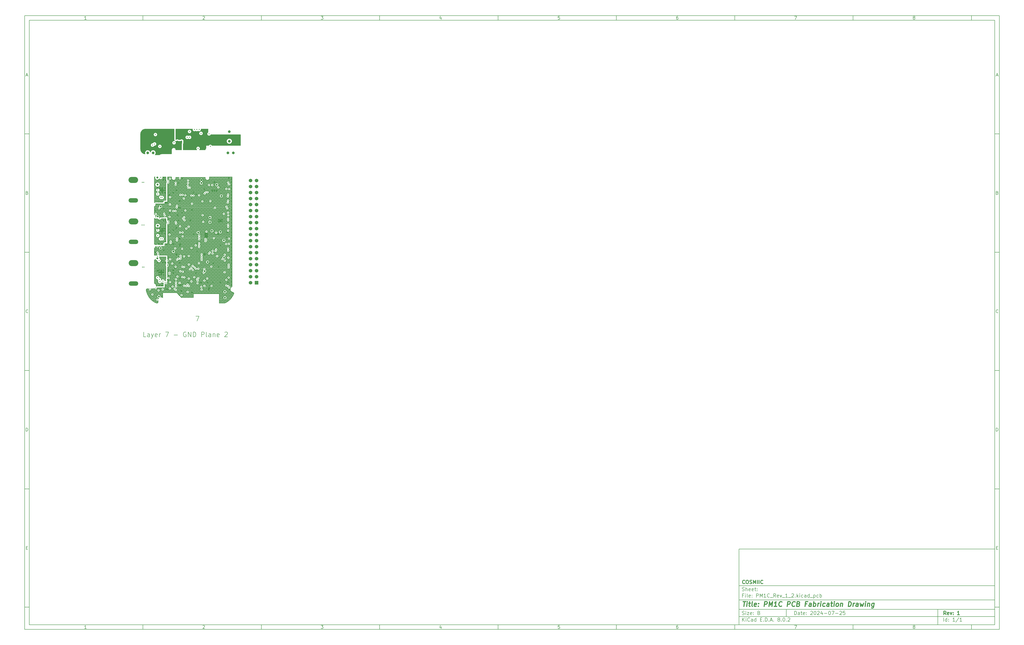
<source format=gbr>
%TF.GenerationSoftware,KiCad,Pcbnew,8.0.2*%
%TF.CreationDate,2024-09-08T21:36:50-05:00*%
%TF.ProjectId,PM1C_Rev_1_2,504d3143-5f52-4657-965f-315f322e6b69,1*%
%TF.SameCoordinates,PX297003ePY8770cd2*%
%TF.FileFunction,Copper,L7,Inr*%
%TF.FilePolarity,Positive*%
%FSLAX46Y46*%
G04 Gerber Fmt 4.6, Leading zero omitted, Abs format (unit mm)*
G04 Created by KiCad (PCBNEW 8.0.2) date 2024-09-08 21:36:50*
%MOMM*%
%LPD*%
G01*
G04 APERTURE LIST*
%ADD10C,0.100000*%
%ADD11C,0.150000*%
%ADD12C,0.300000*%
%ADD13C,0.400000*%
%ADD14C,0.200000*%
%TA.AperFunction,NonConductor*%
%ADD15C,0.200000*%
%TD*%
%TA.AperFunction,ComponentPad*%
%ADD16O,4.064000X2.540000*%
%TD*%
%TA.AperFunction,ComponentPad*%
%ADD17O,4.064000X1.828800*%
%TD*%
%TA.AperFunction,ComponentPad*%
%ADD18R,1.500000X1.500000*%
%TD*%
%TA.AperFunction,ComponentPad*%
%ADD19C,1.500000*%
%TD*%
%TA.AperFunction,ComponentPad*%
%ADD20C,0.800000*%
%TD*%
%TA.AperFunction,ComponentPad*%
%ADD21C,1.143000*%
%TD*%
%TA.AperFunction,ComponentPad*%
%ADD22C,1.141748*%
%TD*%
%TA.AperFunction,ViaPad*%
%ADD23C,0.450000*%
%TD*%
%TA.AperFunction,ViaPad*%
%ADD24C,0.800000*%
%TD*%
%TA.AperFunction,ViaPad*%
%ADD25C,0.360000*%
%TD*%
G04 APERTURE END LIST*
D10*
D11*
X268349570Y-93380206D02*
X376349570Y-93380206D01*
X376349570Y-125380206D01*
X268349570Y-125380206D01*
X268349570Y-93380206D01*
D10*
D11*
X-33450430Y132019794D02*
X378349570Y132019794D01*
X378349570Y-127380206D01*
X-33450430Y-127380206D01*
X-33450430Y132019794D01*
D10*
D11*
X-31450430Y130019794D02*
X376349570Y130019794D01*
X376349570Y-125380206D01*
X-31450430Y-125380206D01*
X-31450430Y130019794D01*
D10*
D11*
X16549570Y130019794D02*
X16549570Y132019794D01*
D10*
D11*
X66549570Y130019794D02*
X66549570Y132019794D01*
D10*
D11*
X116549570Y130019794D02*
X116549570Y132019794D01*
D10*
D11*
X166549570Y130019794D02*
X166549570Y132019794D01*
D10*
D11*
X216549570Y130019794D02*
X216549570Y132019794D01*
D10*
D11*
X266549570Y130019794D02*
X266549570Y132019794D01*
D10*
D11*
X316549570Y130019794D02*
X316549570Y132019794D01*
D10*
D11*
X366549570Y130019794D02*
X366549570Y132019794D01*
D10*
D11*
X-7361270Y130426190D02*
X-8104127Y130426190D01*
X-7732699Y130426190D02*
X-7732699Y131726190D01*
X-7732699Y131726190D02*
X-7856508Y131540475D01*
X-7856508Y131540475D02*
X-7980318Y131416666D01*
X-7980318Y131416666D02*
X-8104127Y131354761D01*
D10*
D11*
X41895873Y131602380D02*
X41957777Y131664285D01*
X41957777Y131664285D02*
X42081587Y131726190D01*
X42081587Y131726190D02*
X42391111Y131726190D01*
X42391111Y131726190D02*
X42514920Y131664285D01*
X42514920Y131664285D02*
X42576825Y131602380D01*
X42576825Y131602380D02*
X42638730Y131478571D01*
X42638730Y131478571D02*
X42638730Y131354761D01*
X42638730Y131354761D02*
X42576825Y131169047D01*
X42576825Y131169047D02*
X41833968Y130426190D01*
X41833968Y130426190D02*
X42638730Y130426190D01*
D10*
D11*
X91833968Y131726190D02*
X92638730Y131726190D01*
X92638730Y131726190D02*
X92205396Y131230952D01*
X92205396Y131230952D02*
X92391111Y131230952D01*
X92391111Y131230952D02*
X92514920Y131169047D01*
X92514920Y131169047D02*
X92576825Y131107142D01*
X92576825Y131107142D02*
X92638730Y130983333D01*
X92638730Y130983333D02*
X92638730Y130673809D01*
X92638730Y130673809D02*
X92576825Y130549999D01*
X92576825Y130549999D02*
X92514920Y130488094D01*
X92514920Y130488094D02*
X92391111Y130426190D01*
X92391111Y130426190D02*
X92019682Y130426190D01*
X92019682Y130426190D02*
X91895873Y130488094D01*
X91895873Y130488094D02*
X91833968Y130549999D01*
D10*
D11*
X142514920Y131292856D02*
X142514920Y130426190D01*
X142205396Y131788094D02*
X141895873Y130859523D01*
X141895873Y130859523D02*
X142700634Y130859523D01*
D10*
D11*
X192576825Y131726190D02*
X191957777Y131726190D01*
X191957777Y131726190D02*
X191895873Y131107142D01*
X191895873Y131107142D02*
X191957777Y131169047D01*
X191957777Y131169047D02*
X192081587Y131230952D01*
X192081587Y131230952D02*
X192391111Y131230952D01*
X192391111Y131230952D02*
X192514920Y131169047D01*
X192514920Y131169047D02*
X192576825Y131107142D01*
X192576825Y131107142D02*
X192638730Y130983333D01*
X192638730Y130983333D02*
X192638730Y130673809D01*
X192638730Y130673809D02*
X192576825Y130549999D01*
X192576825Y130549999D02*
X192514920Y130488094D01*
X192514920Y130488094D02*
X192391111Y130426190D01*
X192391111Y130426190D02*
X192081587Y130426190D01*
X192081587Y130426190D02*
X191957777Y130488094D01*
X191957777Y130488094D02*
X191895873Y130549999D01*
D10*
D11*
X242514920Y131726190D02*
X242267301Y131726190D01*
X242267301Y131726190D02*
X242143492Y131664285D01*
X242143492Y131664285D02*
X242081587Y131602380D01*
X242081587Y131602380D02*
X241957777Y131416666D01*
X241957777Y131416666D02*
X241895873Y131169047D01*
X241895873Y131169047D02*
X241895873Y130673809D01*
X241895873Y130673809D02*
X241957777Y130549999D01*
X241957777Y130549999D02*
X242019682Y130488094D01*
X242019682Y130488094D02*
X242143492Y130426190D01*
X242143492Y130426190D02*
X242391111Y130426190D01*
X242391111Y130426190D02*
X242514920Y130488094D01*
X242514920Y130488094D02*
X242576825Y130549999D01*
X242576825Y130549999D02*
X242638730Y130673809D01*
X242638730Y130673809D02*
X242638730Y130983333D01*
X242638730Y130983333D02*
X242576825Y131107142D01*
X242576825Y131107142D02*
X242514920Y131169047D01*
X242514920Y131169047D02*
X242391111Y131230952D01*
X242391111Y131230952D02*
X242143492Y131230952D01*
X242143492Y131230952D02*
X242019682Y131169047D01*
X242019682Y131169047D02*
X241957777Y131107142D01*
X241957777Y131107142D02*
X241895873Y130983333D01*
D10*
D11*
X291833968Y131726190D02*
X292700634Y131726190D01*
X292700634Y131726190D02*
X292143492Y130426190D01*
D10*
D11*
X342143492Y131169047D02*
X342019682Y131230952D01*
X342019682Y131230952D02*
X341957777Y131292856D01*
X341957777Y131292856D02*
X341895873Y131416666D01*
X341895873Y131416666D02*
X341895873Y131478571D01*
X341895873Y131478571D02*
X341957777Y131602380D01*
X341957777Y131602380D02*
X342019682Y131664285D01*
X342019682Y131664285D02*
X342143492Y131726190D01*
X342143492Y131726190D02*
X342391111Y131726190D01*
X342391111Y131726190D02*
X342514920Y131664285D01*
X342514920Y131664285D02*
X342576825Y131602380D01*
X342576825Y131602380D02*
X342638730Y131478571D01*
X342638730Y131478571D02*
X342638730Y131416666D01*
X342638730Y131416666D02*
X342576825Y131292856D01*
X342576825Y131292856D02*
X342514920Y131230952D01*
X342514920Y131230952D02*
X342391111Y131169047D01*
X342391111Y131169047D02*
X342143492Y131169047D01*
X342143492Y131169047D02*
X342019682Y131107142D01*
X342019682Y131107142D02*
X341957777Y131045237D01*
X341957777Y131045237D02*
X341895873Y130921428D01*
X341895873Y130921428D02*
X341895873Y130673809D01*
X341895873Y130673809D02*
X341957777Y130549999D01*
X341957777Y130549999D02*
X342019682Y130488094D01*
X342019682Y130488094D02*
X342143492Y130426190D01*
X342143492Y130426190D02*
X342391111Y130426190D01*
X342391111Y130426190D02*
X342514920Y130488094D01*
X342514920Y130488094D02*
X342576825Y130549999D01*
X342576825Y130549999D02*
X342638730Y130673809D01*
X342638730Y130673809D02*
X342638730Y130921428D01*
X342638730Y130921428D02*
X342576825Y131045237D01*
X342576825Y131045237D02*
X342514920Y131107142D01*
X342514920Y131107142D02*
X342391111Y131169047D01*
D10*
D11*
X16549570Y-125380206D02*
X16549570Y-127380206D01*
D10*
D11*
X66549570Y-125380206D02*
X66549570Y-127380206D01*
D10*
D11*
X116549570Y-125380206D02*
X116549570Y-127380206D01*
D10*
D11*
X166549570Y-125380206D02*
X166549570Y-127380206D01*
D10*
D11*
X216549570Y-125380206D02*
X216549570Y-127380206D01*
D10*
D11*
X266549570Y-125380206D02*
X266549570Y-127380206D01*
D10*
D11*
X316549570Y-125380206D02*
X316549570Y-127380206D01*
D10*
D11*
X366549570Y-125380206D02*
X366549570Y-127380206D01*
D10*
D11*
X-7361270Y-126973810D02*
X-8104127Y-126973810D01*
X-7732699Y-126973810D02*
X-7732699Y-125673810D01*
X-7732699Y-125673810D02*
X-7856508Y-125859525D01*
X-7856508Y-125859525D02*
X-7980318Y-125983334D01*
X-7980318Y-125983334D02*
X-8104127Y-126045239D01*
D10*
D11*
X41895873Y-125797620D02*
X41957777Y-125735715D01*
X41957777Y-125735715D02*
X42081587Y-125673810D01*
X42081587Y-125673810D02*
X42391111Y-125673810D01*
X42391111Y-125673810D02*
X42514920Y-125735715D01*
X42514920Y-125735715D02*
X42576825Y-125797620D01*
X42576825Y-125797620D02*
X42638730Y-125921429D01*
X42638730Y-125921429D02*
X42638730Y-126045239D01*
X42638730Y-126045239D02*
X42576825Y-126230953D01*
X42576825Y-126230953D02*
X41833968Y-126973810D01*
X41833968Y-126973810D02*
X42638730Y-126973810D01*
D10*
D11*
X91833968Y-125673810D02*
X92638730Y-125673810D01*
X92638730Y-125673810D02*
X92205396Y-126169048D01*
X92205396Y-126169048D02*
X92391111Y-126169048D01*
X92391111Y-126169048D02*
X92514920Y-126230953D01*
X92514920Y-126230953D02*
X92576825Y-126292858D01*
X92576825Y-126292858D02*
X92638730Y-126416667D01*
X92638730Y-126416667D02*
X92638730Y-126726191D01*
X92638730Y-126726191D02*
X92576825Y-126850001D01*
X92576825Y-126850001D02*
X92514920Y-126911906D01*
X92514920Y-126911906D02*
X92391111Y-126973810D01*
X92391111Y-126973810D02*
X92019682Y-126973810D01*
X92019682Y-126973810D02*
X91895873Y-126911906D01*
X91895873Y-126911906D02*
X91833968Y-126850001D01*
D10*
D11*
X142514920Y-126107144D02*
X142514920Y-126973810D01*
X142205396Y-125611906D02*
X141895873Y-126540477D01*
X141895873Y-126540477D02*
X142700634Y-126540477D01*
D10*
D11*
X192576825Y-125673810D02*
X191957777Y-125673810D01*
X191957777Y-125673810D02*
X191895873Y-126292858D01*
X191895873Y-126292858D02*
X191957777Y-126230953D01*
X191957777Y-126230953D02*
X192081587Y-126169048D01*
X192081587Y-126169048D02*
X192391111Y-126169048D01*
X192391111Y-126169048D02*
X192514920Y-126230953D01*
X192514920Y-126230953D02*
X192576825Y-126292858D01*
X192576825Y-126292858D02*
X192638730Y-126416667D01*
X192638730Y-126416667D02*
X192638730Y-126726191D01*
X192638730Y-126726191D02*
X192576825Y-126850001D01*
X192576825Y-126850001D02*
X192514920Y-126911906D01*
X192514920Y-126911906D02*
X192391111Y-126973810D01*
X192391111Y-126973810D02*
X192081587Y-126973810D01*
X192081587Y-126973810D02*
X191957777Y-126911906D01*
X191957777Y-126911906D02*
X191895873Y-126850001D01*
D10*
D11*
X242514920Y-125673810D02*
X242267301Y-125673810D01*
X242267301Y-125673810D02*
X242143492Y-125735715D01*
X242143492Y-125735715D02*
X242081587Y-125797620D01*
X242081587Y-125797620D02*
X241957777Y-125983334D01*
X241957777Y-125983334D02*
X241895873Y-126230953D01*
X241895873Y-126230953D02*
X241895873Y-126726191D01*
X241895873Y-126726191D02*
X241957777Y-126850001D01*
X241957777Y-126850001D02*
X242019682Y-126911906D01*
X242019682Y-126911906D02*
X242143492Y-126973810D01*
X242143492Y-126973810D02*
X242391111Y-126973810D01*
X242391111Y-126973810D02*
X242514920Y-126911906D01*
X242514920Y-126911906D02*
X242576825Y-126850001D01*
X242576825Y-126850001D02*
X242638730Y-126726191D01*
X242638730Y-126726191D02*
X242638730Y-126416667D01*
X242638730Y-126416667D02*
X242576825Y-126292858D01*
X242576825Y-126292858D02*
X242514920Y-126230953D01*
X242514920Y-126230953D02*
X242391111Y-126169048D01*
X242391111Y-126169048D02*
X242143492Y-126169048D01*
X242143492Y-126169048D02*
X242019682Y-126230953D01*
X242019682Y-126230953D02*
X241957777Y-126292858D01*
X241957777Y-126292858D02*
X241895873Y-126416667D01*
D10*
D11*
X291833968Y-125673810D02*
X292700634Y-125673810D01*
X292700634Y-125673810D02*
X292143492Y-126973810D01*
D10*
D11*
X342143492Y-126230953D02*
X342019682Y-126169048D01*
X342019682Y-126169048D02*
X341957777Y-126107144D01*
X341957777Y-126107144D02*
X341895873Y-125983334D01*
X341895873Y-125983334D02*
X341895873Y-125921429D01*
X341895873Y-125921429D02*
X341957777Y-125797620D01*
X341957777Y-125797620D02*
X342019682Y-125735715D01*
X342019682Y-125735715D02*
X342143492Y-125673810D01*
X342143492Y-125673810D02*
X342391111Y-125673810D01*
X342391111Y-125673810D02*
X342514920Y-125735715D01*
X342514920Y-125735715D02*
X342576825Y-125797620D01*
X342576825Y-125797620D02*
X342638730Y-125921429D01*
X342638730Y-125921429D02*
X342638730Y-125983334D01*
X342638730Y-125983334D02*
X342576825Y-126107144D01*
X342576825Y-126107144D02*
X342514920Y-126169048D01*
X342514920Y-126169048D02*
X342391111Y-126230953D01*
X342391111Y-126230953D02*
X342143492Y-126230953D01*
X342143492Y-126230953D02*
X342019682Y-126292858D01*
X342019682Y-126292858D02*
X341957777Y-126354763D01*
X341957777Y-126354763D02*
X341895873Y-126478572D01*
X341895873Y-126478572D02*
X341895873Y-126726191D01*
X341895873Y-126726191D02*
X341957777Y-126850001D01*
X341957777Y-126850001D02*
X342019682Y-126911906D01*
X342019682Y-126911906D02*
X342143492Y-126973810D01*
X342143492Y-126973810D02*
X342391111Y-126973810D01*
X342391111Y-126973810D02*
X342514920Y-126911906D01*
X342514920Y-126911906D02*
X342576825Y-126850001D01*
X342576825Y-126850001D02*
X342638730Y-126726191D01*
X342638730Y-126726191D02*
X342638730Y-126478572D01*
X342638730Y-126478572D02*
X342576825Y-126354763D01*
X342576825Y-126354763D02*
X342514920Y-126292858D01*
X342514920Y-126292858D02*
X342391111Y-126230953D01*
D10*
D11*
X-33450430Y82019794D02*
X-31450430Y82019794D01*
D10*
D11*
X-33450430Y32019794D02*
X-31450430Y32019794D01*
D10*
D11*
X-33450430Y-17980206D02*
X-31450430Y-17980206D01*
D10*
D11*
X-33450430Y-67980206D02*
X-31450430Y-67980206D01*
D10*
D11*
X-33450430Y-117980206D02*
X-31450430Y-117980206D01*
D10*
D11*
X-32759954Y106797618D02*
X-32140907Y106797618D01*
X-32883764Y106426190D02*
X-32450431Y107726190D01*
X-32450431Y107726190D02*
X-32017097Y106426190D01*
D10*
D11*
X-32357573Y57107142D02*
X-32171859Y57045237D01*
X-32171859Y57045237D02*
X-32109954Y56983333D01*
X-32109954Y56983333D02*
X-32048050Y56859523D01*
X-32048050Y56859523D02*
X-32048050Y56673809D01*
X-32048050Y56673809D02*
X-32109954Y56549999D01*
X-32109954Y56549999D02*
X-32171859Y56488094D01*
X-32171859Y56488094D02*
X-32295669Y56426190D01*
X-32295669Y56426190D02*
X-32790907Y56426190D01*
X-32790907Y56426190D02*
X-32790907Y57726190D01*
X-32790907Y57726190D02*
X-32357573Y57726190D01*
X-32357573Y57726190D02*
X-32233764Y57664285D01*
X-32233764Y57664285D02*
X-32171859Y57602380D01*
X-32171859Y57602380D02*
X-32109954Y57478571D01*
X-32109954Y57478571D02*
X-32109954Y57354761D01*
X-32109954Y57354761D02*
X-32171859Y57230952D01*
X-32171859Y57230952D02*
X-32233764Y57169047D01*
X-32233764Y57169047D02*
X-32357573Y57107142D01*
X-32357573Y57107142D02*
X-32790907Y57107142D01*
D10*
D11*
X-32048050Y6549999D02*
X-32109954Y6488094D01*
X-32109954Y6488094D02*
X-32295669Y6426190D01*
X-32295669Y6426190D02*
X-32419478Y6426190D01*
X-32419478Y6426190D02*
X-32605192Y6488094D01*
X-32605192Y6488094D02*
X-32729002Y6611904D01*
X-32729002Y6611904D02*
X-32790907Y6735714D01*
X-32790907Y6735714D02*
X-32852811Y6983333D01*
X-32852811Y6983333D02*
X-32852811Y7169047D01*
X-32852811Y7169047D02*
X-32790907Y7416666D01*
X-32790907Y7416666D02*
X-32729002Y7540475D01*
X-32729002Y7540475D02*
X-32605192Y7664285D01*
X-32605192Y7664285D02*
X-32419478Y7726190D01*
X-32419478Y7726190D02*
X-32295669Y7726190D01*
X-32295669Y7726190D02*
X-32109954Y7664285D01*
X-32109954Y7664285D02*
X-32048050Y7602380D01*
D10*
D11*
X-32790907Y-43573810D02*
X-32790907Y-42273810D01*
X-32790907Y-42273810D02*
X-32481383Y-42273810D01*
X-32481383Y-42273810D02*
X-32295669Y-42335715D01*
X-32295669Y-42335715D02*
X-32171859Y-42459525D01*
X-32171859Y-42459525D02*
X-32109954Y-42583334D01*
X-32109954Y-42583334D02*
X-32048050Y-42830953D01*
X-32048050Y-42830953D02*
X-32048050Y-43016667D01*
X-32048050Y-43016667D02*
X-32109954Y-43264286D01*
X-32109954Y-43264286D02*
X-32171859Y-43388096D01*
X-32171859Y-43388096D02*
X-32295669Y-43511906D01*
X-32295669Y-43511906D02*
X-32481383Y-43573810D01*
X-32481383Y-43573810D02*
X-32790907Y-43573810D01*
D10*
D11*
X-32729002Y-92892858D02*
X-32295668Y-92892858D01*
X-32109954Y-93573810D02*
X-32729002Y-93573810D01*
X-32729002Y-93573810D02*
X-32729002Y-92273810D01*
X-32729002Y-92273810D02*
X-32109954Y-92273810D01*
D10*
D11*
X378349570Y82019794D02*
X376349570Y82019794D01*
D10*
D11*
X378349570Y32019794D02*
X376349570Y32019794D01*
D10*
D11*
X378349570Y-17980206D02*
X376349570Y-17980206D01*
D10*
D11*
X378349570Y-67980206D02*
X376349570Y-67980206D01*
D10*
D11*
X378349570Y-117980206D02*
X376349570Y-117980206D01*
D10*
D11*
X377040046Y106797618D02*
X377659093Y106797618D01*
X376916236Y106426190D02*
X377349569Y107726190D01*
X377349569Y107726190D02*
X377782903Y106426190D01*
D10*
D11*
X377442427Y57107142D02*
X377628141Y57045237D01*
X377628141Y57045237D02*
X377690046Y56983333D01*
X377690046Y56983333D02*
X377751950Y56859523D01*
X377751950Y56859523D02*
X377751950Y56673809D01*
X377751950Y56673809D02*
X377690046Y56549999D01*
X377690046Y56549999D02*
X377628141Y56488094D01*
X377628141Y56488094D02*
X377504331Y56426190D01*
X377504331Y56426190D02*
X377009093Y56426190D01*
X377009093Y56426190D02*
X377009093Y57726190D01*
X377009093Y57726190D02*
X377442427Y57726190D01*
X377442427Y57726190D02*
X377566236Y57664285D01*
X377566236Y57664285D02*
X377628141Y57602380D01*
X377628141Y57602380D02*
X377690046Y57478571D01*
X377690046Y57478571D02*
X377690046Y57354761D01*
X377690046Y57354761D02*
X377628141Y57230952D01*
X377628141Y57230952D02*
X377566236Y57169047D01*
X377566236Y57169047D02*
X377442427Y57107142D01*
X377442427Y57107142D02*
X377009093Y57107142D01*
D10*
D11*
X377751950Y6549999D02*
X377690046Y6488094D01*
X377690046Y6488094D02*
X377504331Y6426190D01*
X377504331Y6426190D02*
X377380522Y6426190D01*
X377380522Y6426190D02*
X377194808Y6488094D01*
X377194808Y6488094D02*
X377070998Y6611904D01*
X377070998Y6611904D02*
X377009093Y6735714D01*
X377009093Y6735714D02*
X376947189Y6983333D01*
X376947189Y6983333D02*
X376947189Y7169047D01*
X376947189Y7169047D02*
X377009093Y7416666D01*
X377009093Y7416666D02*
X377070998Y7540475D01*
X377070998Y7540475D02*
X377194808Y7664285D01*
X377194808Y7664285D02*
X377380522Y7726190D01*
X377380522Y7726190D02*
X377504331Y7726190D01*
X377504331Y7726190D02*
X377690046Y7664285D01*
X377690046Y7664285D02*
X377751950Y7602380D01*
D10*
D11*
X377009093Y-43573810D02*
X377009093Y-42273810D01*
X377009093Y-42273810D02*
X377318617Y-42273810D01*
X377318617Y-42273810D02*
X377504331Y-42335715D01*
X377504331Y-42335715D02*
X377628141Y-42459525D01*
X377628141Y-42459525D02*
X377690046Y-42583334D01*
X377690046Y-42583334D02*
X377751950Y-42830953D01*
X377751950Y-42830953D02*
X377751950Y-43016667D01*
X377751950Y-43016667D02*
X377690046Y-43264286D01*
X377690046Y-43264286D02*
X377628141Y-43388096D01*
X377628141Y-43388096D02*
X377504331Y-43511906D01*
X377504331Y-43511906D02*
X377318617Y-43573810D01*
X377318617Y-43573810D02*
X377009093Y-43573810D01*
D10*
D11*
X377070998Y-92892858D02*
X377504332Y-92892858D01*
X377690046Y-93573810D02*
X377070998Y-93573810D01*
X377070998Y-93573810D02*
X377070998Y-92273810D01*
X377070998Y-92273810D02*
X377690046Y-92273810D01*
D10*
D11*
X291805396Y-121166334D02*
X291805396Y-119666334D01*
X291805396Y-119666334D02*
X292162539Y-119666334D01*
X292162539Y-119666334D02*
X292376825Y-119737763D01*
X292376825Y-119737763D02*
X292519682Y-119880620D01*
X292519682Y-119880620D02*
X292591111Y-120023477D01*
X292591111Y-120023477D02*
X292662539Y-120309191D01*
X292662539Y-120309191D02*
X292662539Y-120523477D01*
X292662539Y-120523477D02*
X292591111Y-120809191D01*
X292591111Y-120809191D02*
X292519682Y-120952048D01*
X292519682Y-120952048D02*
X292376825Y-121094906D01*
X292376825Y-121094906D02*
X292162539Y-121166334D01*
X292162539Y-121166334D02*
X291805396Y-121166334D01*
X293948254Y-121166334D02*
X293948254Y-120380620D01*
X293948254Y-120380620D02*
X293876825Y-120237763D01*
X293876825Y-120237763D02*
X293733968Y-120166334D01*
X293733968Y-120166334D02*
X293448254Y-120166334D01*
X293448254Y-120166334D02*
X293305396Y-120237763D01*
X293948254Y-121094906D02*
X293805396Y-121166334D01*
X293805396Y-121166334D02*
X293448254Y-121166334D01*
X293448254Y-121166334D02*
X293305396Y-121094906D01*
X293305396Y-121094906D02*
X293233968Y-120952048D01*
X293233968Y-120952048D02*
X293233968Y-120809191D01*
X293233968Y-120809191D02*
X293305396Y-120666334D01*
X293305396Y-120666334D02*
X293448254Y-120594906D01*
X293448254Y-120594906D02*
X293805396Y-120594906D01*
X293805396Y-120594906D02*
X293948254Y-120523477D01*
X294448254Y-120166334D02*
X295019682Y-120166334D01*
X294662539Y-119666334D02*
X294662539Y-120952048D01*
X294662539Y-120952048D02*
X294733968Y-121094906D01*
X294733968Y-121094906D02*
X294876825Y-121166334D01*
X294876825Y-121166334D02*
X295019682Y-121166334D01*
X296091111Y-121094906D02*
X295948254Y-121166334D01*
X295948254Y-121166334D02*
X295662540Y-121166334D01*
X295662540Y-121166334D02*
X295519682Y-121094906D01*
X295519682Y-121094906D02*
X295448254Y-120952048D01*
X295448254Y-120952048D02*
X295448254Y-120380620D01*
X295448254Y-120380620D02*
X295519682Y-120237763D01*
X295519682Y-120237763D02*
X295662540Y-120166334D01*
X295662540Y-120166334D02*
X295948254Y-120166334D01*
X295948254Y-120166334D02*
X296091111Y-120237763D01*
X296091111Y-120237763D02*
X296162540Y-120380620D01*
X296162540Y-120380620D02*
X296162540Y-120523477D01*
X296162540Y-120523477D02*
X295448254Y-120666334D01*
X296805396Y-121023477D02*
X296876825Y-121094906D01*
X296876825Y-121094906D02*
X296805396Y-121166334D01*
X296805396Y-121166334D02*
X296733968Y-121094906D01*
X296733968Y-121094906D02*
X296805396Y-121023477D01*
X296805396Y-121023477D02*
X296805396Y-121166334D01*
X296805396Y-120237763D02*
X296876825Y-120309191D01*
X296876825Y-120309191D02*
X296805396Y-120380620D01*
X296805396Y-120380620D02*
X296733968Y-120309191D01*
X296733968Y-120309191D02*
X296805396Y-120237763D01*
X296805396Y-120237763D02*
X296805396Y-120380620D01*
X298591111Y-119809191D02*
X298662539Y-119737763D01*
X298662539Y-119737763D02*
X298805397Y-119666334D01*
X298805397Y-119666334D02*
X299162539Y-119666334D01*
X299162539Y-119666334D02*
X299305397Y-119737763D01*
X299305397Y-119737763D02*
X299376825Y-119809191D01*
X299376825Y-119809191D02*
X299448254Y-119952048D01*
X299448254Y-119952048D02*
X299448254Y-120094906D01*
X299448254Y-120094906D02*
X299376825Y-120309191D01*
X299376825Y-120309191D02*
X298519682Y-121166334D01*
X298519682Y-121166334D02*
X299448254Y-121166334D01*
X300376825Y-119666334D02*
X300519682Y-119666334D01*
X300519682Y-119666334D02*
X300662539Y-119737763D01*
X300662539Y-119737763D02*
X300733968Y-119809191D01*
X300733968Y-119809191D02*
X300805396Y-119952048D01*
X300805396Y-119952048D02*
X300876825Y-120237763D01*
X300876825Y-120237763D02*
X300876825Y-120594906D01*
X300876825Y-120594906D02*
X300805396Y-120880620D01*
X300805396Y-120880620D02*
X300733968Y-121023477D01*
X300733968Y-121023477D02*
X300662539Y-121094906D01*
X300662539Y-121094906D02*
X300519682Y-121166334D01*
X300519682Y-121166334D02*
X300376825Y-121166334D01*
X300376825Y-121166334D02*
X300233968Y-121094906D01*
X300233968Y-121094906D02*
X300162539Y-121023477D01*
X300162539Y-121023477D02*
X300091110Y-120880620D01*
X300091110Y-120880620D02*
X300019682Y-120594906D01*
X300019682Y-120594906D02*
X300019682Y-120237763D01*
X300019682Y-120237763D02*
X300091110Y-119952048D01*
X300091110Y-119952048D02*
X300162539Y-119809191D01*
X300162539Y-119809191D02*
X300233968Y-119737763D01*
X300233968Y-119737763D02*
X300376825Y-119666334D01*
X301448253Y-119809191D02*
X301519681Y-119737763D01*
X301519681Y-119737763D02*
X301662539Y-119666334D01*
X301662539Y-119666334D02*
X302019681Y-119666334D01*
X302019681Y-119666334D02*
X302162539Y-119737763D01*
X302162539Y-119737763D02*
X302233967Y-119809191D01*
X302233967Y-119809191D02*
X302305396Y-119952048D01*
X302305396Y-119952048D02*
X302305396Y-120094906D01*
X302305396Y-120094906D02*
X302233967Y-120309191D01*
X302233967Y-120309191D02*
X301376824Y-121166334D01*
X301376824Y-121166334D02*
X302305396Y-121166334D01*
X303591110Y-120166334D02*
X303591110Y-121166334D01*
X303233967Y-119594906D02*
X302876824Y-120666334D01*
X302876824Y-120666334D02*
X303805395Y-120666334D01*
X304376823Y-120594906D02*
X305519681Y-120594906D01*
X306519681Y-119666334D02*
X306662538Y-119666334D01*
X306662538Y-119666334D02*
X306805395Y-119737763D01*
X306805395Y-119737763D02*
X306876824Y-119809191D01*
X306876824Y-119809191D02*
X306948252Y-119952048D01*
X306948252Y-119952048D02*
X307019681Y-120237763D01*
X307019681Y-120237763D02*
X307019681Y-120594906D01*
X307019681Y-120594906D02*
X306948252Y-120880620D01*
X306948252Y-120880620D02*
X306876824Y-121023477D01*
X306876824Y-121023477D02*
X306805395Y-121094906D01*
X306805395Y-121094906D02*
X306662538Y-121166334D01*
X306662538Y-121166334D02*
X306519681Y-121166334D01*
X306519681Y-121166334D02*
X306376824Y-121094906D01*
X306376824Y-121094906D02*
X306305395Y-121023477D01*
X306305395Y-121023477D02*
X306233966Y-120880620D01*
X306233966Y-120880620D02*
X306162538Y-120594906D01*
X306162538Y-120594906D02*
X306162538Y-120237763D01*
X306162538Y-120237763D02*
X306233966Y-119952048D01*
X306233966Y-119952048D02*
X306305395Y-119809191D01*
X306305395Y-119809191D02*
X306376824Y-119737763D01*
X306376824Y-119737763D02*
X306519681Y-119666334D01*
X307519680Y-119666334D02*
X308519680Y-119666334D01*
X308519680Y-119666334D02*
X307876823Y-121166334D01*
X309091108Y-120594906D02*
X310233966Y-120594906D01*
X310876823Y-119809191D02*
X310948251Y-119737763D01*
X310948251Y-119737763D02*
X311091109Y-119666334D01*
X311091109Y-119666334D02*
X311448251Y-119666334D01*
X311448251Y-119666334D02*
X311591109Y-119737763D01*
X311591109Y-119737763D02*
X311662537Y-119809191D01*
X311662537Y-119809191D02*
X311733966Y-119952048D01*
X311733966Y-119952048D02*
X311733966Y-120094906D01*
X311733966Y-120094906D02*
X311662537Y-120309191D01*
X311662537Y-120309191D02*
X310805394Y-121166334D01*
X310805394Y-121166334D02*
X311733966Y-121166334D01*
X313091108Y-119666334D02*
X312376822Y-119666334D01*
X312376822Y-119666334D02*
X312305394Y-120380620D01*
X312305394Y-120380620D02*
X312376822Y-120309191D01*
X312376822Y-120309191D02*
X312519680Y-120237763D01*
X312519680Y-120237763D02*
X312876822Y-120237763D01*
X312876822Y-120237763D02*
X313019680Y-120309191D01*
X313019680Y-120309191D02*
X313091108Y-120380620D01*
X313091108Y-120380620D02*
X313162537Y-120523477D01*
X313162537Y-120523477D02*
X313162537Y-120880620D01*
X313162537Y-120880620D02*
X313091108Y-121023477D01*
X313091108Y-121023477D02*
X313019680Y-121094906D01*
X313019680Y-121094906D02*
X312876822Y-121166334D01*
X312876822Y-121166334D02*
X312519680Y-121166334D01*
X312519680Y-121166334D02*
X312376822Y-121094906D01*
X312376822Y-121094906D02*
X312305394Y-121023477D01*
D10*
D11*
X268349570Y-121880206D02*
X376349570Y-121880206D01*
D10*
D11*
X269805396Y-123966334D02*
X269805396Y-122466334D01*
X270662539Y-123966334D02*
X270019682Y-123109191D01*
X270662539Y-122466334D02*
X269805396Y-123323477D01*
X271305396Y-123966334D02*
X271305396Y-122966334D01*
X271305396Y-122466334D02*
X271233968Y-122537763D01*
X271233968Y-122537763D02*
X271305396Y-122609191D01*
X271305396Y-122609191D02*
X271376825Y-122537763D01*
X271376825Y-122537763D02*
X271305396Y-122466334D01*
X271305396Y-122466334D02*
X271305396Y-122609191D01*
X272876825Y-123823477D02*
X272805397Y-123894906D01*
X272805397Y-123894906D02*
X272591111Y-123966334D01*
X272591111Y-123966334D02*
X272448254Y-123966334D01*
X272448254Y-123966334D02*
X272233968Y-123894906D01*
X272233968Y-123894906D02*
X272091111Y-123752048D01*
X272091111Y-123752048D02*
X272019682Y-123609191D01*
X272019682Y-123609191D02*
X271948254Y-123323477D01*
X271948254Y-123323477D02*
X271948254Y-123109191D01*
X271948254Y-123109191D02*
X272019682Y-122823477D01*
X272019682Y-122823477D02*
X272091111Y-122680620D01*
X272091111Y-122680620D02*
X272233968Y-122537763D01*
X272233968Y-122537763D02*
X272448254Y-122466334D01*
X272448254Y-122466334D02*
X272591111Y-122466334D01*
X272591111Y-122466334D02*
X272805397Y-122537763D01*
X272805397Y-122537763D02*
X272876825Y-122609191D01*
X274162540Y-123966334D02*
X274162540Y-123180620D01*
X274162540Y-123180620D02*
X274091111Y-123037763D01*
X274091111Y-123037763D02*
X273948254Y-122966334D01*
X273948254Y-122966334D02*
X273662540Y-122966334D01*
X273662540Y-122966334D02*
X273519682Y-123037763D01*
X274162540Y-123894906D02*
X274019682Y-123966334D01*
X274019682Y-123966334D02*
X273662540Y-123966334D01*
X273662540Y-123966334D02*
X273519682Y-123894906D01*
X273519682Y-123894906D02*
X273448254Y-123752048D01*
X273448254Y-123752048D02*
X273448254Y-123609191D01*
X273448254Y-123609191D02*
X273519682Y-123466334D01*
X273519682Y-123466334D02*
X273662540Y-123394906D01*
X273662540Y-123394906D02*
X274019682Y-123394906D01*
X274019682Y-123394906D02*
X274162540Y-123323477D01*
X275519683Y-123966334D02*
X275519683Y-122466334D01*
X275519683Y-123894906D02*
X275376825Y-123966334D01*
X275376825Y-123966334D02*
X275091111Y-123966334D01*
X275091111Y-123966334D02*
X274948254Y-123894906D01*
X274948254Y-123894906D02*
X274876825Y-123823477D01*
X274876825Y-123823477D02*
X274805397Y-123680620D01*
X274805397Y-123680620D02*
X274805397Y-123252048D01*
X274805397Y-123252048D02*
X274876825Y-123109191D01*
X274876825Y-123109191D02*
X274948254Y-123037763D01*
X274948254Y-123037763D02*
X275091111Y-122966334D01*
X275091111Y-122966334D02*
X275376825Y-122966334D01*
X275376825Y-122966334D02*
X275519683Y-123037763D01*
X277376825Y-123180620D02*
X277876825Y-123180620D01*
X278091111Y-123966334D02*
X277376825Y-123966334D01*
X277376825Y-123966334D02*
X277376825Y-122466334D01*
X277376825Y-122466334D02*
X278091111Y-122466334D01*
X278733968Y-123823477D02*
X278805397Y-123894906D01*
X278805397Y-123894906D02*
X278733968Y-123966334D01*
X278733968Y-123966334D02*
X278662540Y-123894906D01*
X278662540Y-123894906D02*
X278733968Y-123823477D01*
X278733968Y-123823477D02*
X278733968Y-123966334D01*
X279448254Y-123966334D02*
X279448254Y-122466334D01*
X279448254Y-122466334D02*
X279805397Y-122466334D01*
X279805397Y-122466334D02*
X280019683Y-122537763D01*
X280019683Y-122537763D02*
X280162540Y-122680620D01*
X280162540Y-122680620D02*
X280233969Y-122823477D01*
X280233969Y-122823477D02*
X280305397Y-123109191D01*
X280305397Y-123109191D02*
X280305397Y-123323477D01*
X280305397Y-123323477D02*
X280233969Y-123609191D01*
X280233969Y-123609191D02*
X280162540Y-123752048D01*
X280162540Y-123752048D02*
X280019683Y-123894906D01*
X280019683Y-123894906D02*
X279805397Y-123966334D01*
X279805397Y-123966334D02*
X279448254Y-123966334D01*
X280948254Y-123823477D02*
X281019683Y-123894906D01*
X281019683Y-123894906D02*
X280948254Y-123966334D01*
X280948254Y-123966334D02*
X280876826Y-123894906D01*
X280876826Y-123894906D02*
X280948254Y-123823477D01*
X280948254Y-123823477D02*
X280948254Y-123966334D01*
X281591112Y-123537763D02*
X282305398Y-123537763D01*
X281448255Y-123966334D02*
X281948255Y-122466334D01*
X281948255Y-122466334D02*
X282448255Y-123966334D01*
X282948254Y-123823477D02*
X283019683Y-123894906D01*
X283019683Y-123894906D02*
X282948254Y-123966334D01*
X282948254Y-123966334D02*
X282876826Y-123894906D01*
X282876826Y-123894906D02*
X282948254Y-123823477D01*
X282948254Y-123823477D02*
X282948254Y-123966334D01*
X285019683Y-123109191D02*
X284876826Y-123037763D01*
X284876826Y-123037763D02*
X284805397Y-122966334D01*
X284805397Y-122966334D02*
X284733969Y-122823477D01*
X284733969Y-122823477D02*
X284733969Y-122752048D01*
X284733969Y-122752048D02*
X284805397Y-122609191D01*
X284805397Y-122609191D02*
X284876826Y-122537763D01*
X284876826Y-122537763D02*
X285019683Y-122466334D01*
X285019683Y-122466334D02*
X285305397Y-122466334D01*
X285305397Y-122466334D02*
X285448255Y-122537763D01*
X285448255Y-122537763D02*
X285519683Y-122609191D01*
X285519683Y-122609191D02*
X285591112Y-122752048D01*
X285591112Y-122752048D02*
X285591112Y-122823477D01*
X285591112Y-122823477D02*
X285519683Y-122966334D01*
X285519683Y-122966334D02*
X285448255Y-123037763D01*
X285448255Y-123037763D02*
X285305397Y-123109191D01*
X285305397Y-123109191D02*
X285019683Y-123109191D01*
X285019683Y-123109191D02*
X284876826Y-123180620D01*
X284876826Y-123180620D02*
X284805397Y-123252048D01*
X284805397Y-123252048D02*
X284733969Y-123394906D01*
X284733969Y-123394906D02*
X284733969Y-123680620D01*
X284733969Y-123680620D02*
X284805397Y-123823477D01*
X284805397Y-123823477D02*
X284876826Y-123894906D01*
X284876826Y-123894906D02*
X285019683Y-123966334D01*
X285019683Y-123966334D02*
X285305397Y-123966334D01*
X285305397Y-123966334D02*
X285448255Y-123894906D01*
X285448255Y-123894906D02*
X285519683Y-123823477D01*
X285519683Y-123823477D02*
X285591112Y-123680620D01*
X285591112Y-123680620D02*
X285591112Y-123394906D01*
X285591112Y-123394906D02*
X285519683Y-123252048D01*
X285519683Y-123252048D02*
X285448255Y-123180620D01*
X285448255Y-123180620D02*
X285305397Y-123109191D01*
X286233968Y-123823477D02*
X286305397Y-123894906D01*
X286305397Y-123894906D02*
X286233968Y-123966334D01*
X286233968Y-123966334D02*
X286162540Y-123894906D01*
X286162540Y-123894906D02*
X286233968Y-123823477D01*
X286233968Y-123823477D02*
X286233968Y-123966334D01*
X287233969Y-122466334D02*
X287376826Y-122466334D01*
X287376826Y-122466334D02*
X287519683Y-122537763D01*
X287519683Y-122537763D02*
X287591112Y-122609191D01*
X287591112Y-122609191D02*
X287662540Y-122752048D01*
X287662540Y-122752048D02*
X287733969Y-123037763D01*
X287733969Y-123037763D02*
X287733969Y-123394906D01*
X287733969Y-123394906D02*
X287662540Y-123680620D01*
X287662540Y-123680620D02*
X287591112Y-123823477D01*
X287591112Y-123823477D02*
X287519683Y-123894906D01*
X287519683Y-123894906D02*
X287376826Y-123966334D01*
X287376826Y-123966334D02*
X287233969Y-123966334D01*
X287233969Y-123966334D02*
X287091112Y-123894906D01*
X287091112Y-123894906D02*
X287019683Y-123823477D01*
X287019683Y-123823477D02*
X286948254Y-123680620D01*
X286948254Y-123680620D02*
X286876826Y-123394906D01*
X286876826Y-123394906D02*
X286876826Y-123037763D01*
X286876826Y-123037763D02*
X286948254Y-122752048D01*
X286948254Y-122752048D02*
X287019683Y-122609191D01*
X287019683Y-122609191D02*
X287091112Y-122537763D01*
X287091112Y-122537763D02*
X287233969Y-122466334D01*
X288376825Y-123823477D02*
X288448254Y-123894906D01*
X288448254Y-123894906D02*
X288376825Y-123966334D01*
X288376825Y-123966334D02*
X288305397Y-123894906D01*
X288305397Y-123894906D02*
X288376825Y-123823477D01*
X288376825Y-123823477D02*
X288376825Y-123966334D01*
X289019683Y-122609191D02*
X289091111Y-122537763D01*
X289091111Y-122537763D02*
X289233969Y-122466334D01*
X289233969Y-122466334D02*
X289591111Y-122466334D01*
X289591111Y-122466334D02*
X289733969Y-122537763D01*
X289733969Y-122537763D02*
X289805397Y-122609191D01*
X289805397Y-122609191D02*
X289876826Y-122752048D01*
X289876826Y-122752048D02*
X289876826Y-122894906D01*
X289876826Y-122894906D02*
X289805397Y-123109191D01*
X289805397Y-123109191D02*
X288948254Y-123966334D01*
X288948254Y-123966334D02*
X289876826Y-123966334D01*
D10*
D11*
X268349570Y-118880206D02*
X376349570Y-118880206D01*
D10*
D12*
X355761223Y-121158534D02*
X355261223Y-120444248D01*
X354904080Y-121158534D02*
X354904080Y-119658534D01*
X354904080Y-119658534D02*
X355475509Y-119658534D01*
X355475509Y-119658534D02*
X355618366Y-119729963D01*
X355618366Y-119729963D02*
X355689795Y-119801391D01*
X355689795Y-119801391D02*
X355761223Y-119944248D01*
X355761223Y-119944248D02*
X355761223Y-120158534D01*
X355761223Y-120158534D02*
X355689795Y-120301391D01*
X355689795Y-120301391D02*
X355618366Y-120372820D01*
X355618366Y-120372820D02*
X355475509Y-120444248D01*
X355475509Y-120444248D02*
X354904080Y-120444248D01*
X356975509Y-121087106D02*
X356832652Y-121158534D01*
X356832652Y-121158534D02*
X356546938Y-121158534D01*
X356546938Y-121158534D02*
X356404080Y-121087106D01*
X356404080Y-121087106D02*
X356332652Y-120944248D01*
X356332652Y-120944248D02*
X356332652Y-120372820D01*
X356332652Y-120372820D02*
X356404080Y-120229963D01*
X356404080Y-120229963D02*
X356546938Y-120158534D01*
X356546938Y-120158534D02*
X356832652Y-120158534D01*
X356832652Y-120158534D02*
X356975509Y-120229963D01*
X356975509Y-120229963D02*
X357046938Y-120372820D01*
X357046938Y-120372820D02*
X357046938Y-120515677D01*
X357046938Y-120515677D02*
X356332652Y-120658534D01*
X357546937Y-120158534D02*
X357904080Y-121158534D01*
X357904080Y-121158534D02*
X358261223Y-120158534D01*
X358832651Y-121015677D02*
X358904080Y-121087106D01*
X358904080Y-121087106D02*
X358832651Y-121158534D01*
X358832651Y-121158534D02*
X358761223Y-121087106D01*
X358761223Y-121087106D02*
X358832651Y-121015677D01*
X358832651Y-121015677D02*
X358832651Y-121158534D01*
X358832651Y-120229963D02*
X358904080Y-120301391D01*
X358904080Y-120301391D02*
X358832651Y-120372820D01*
X358832651Y-120372820D02*
X358761223Y-120301391D01*
X358761223Y-120301391D02*
X358832651Y-120229963D01*
X358832651Y-120229963D02*
X358832651Y-120372820D01*
X361475509Y-121158534D02*
X360618366Y-121158534D01*
X361046937Y-121158534D02*
X361046937Y-119658534D01*
X361046937Y-119658534D02*
X360904080Y-119872820D01*
X360904080Y-119872820D02*
X360761223Y-120015677D01*
X360761223Y-120015677D02*
X360618366Y-120087106D01*
D10*
D11*
X269733968Y-121094906D02*
X269948254Y-121166334D01*
X269948254Y-121166334D02*
X270305396Y-121166334D01*
X270305396Y-121166334D02*
X270448254Y-121094906D01*
X270448254Y-121094906D02*
X270519682Y-121023477D01*
X270519682Y-121023477D02*
X270591111Y-120880620D01*
X270591111Y-120880620D02*
X270591111Y-120737763D01*
X270591111Y-120737763D02*
X270519682Y-120594906D01*
X270519682Y-120594906D02*
X270448254Y-120523477D01*
X270448254Y-120523477D02*
X270305396Y-120452048D01*
X270305396Y-120452048D02*
X270019682Y-120380620D01*
X270019682Y-120380620D02*
X269876825Y-120309191D01*
X269876825Y-120309191D02*
X269805396Y-120237763D01*
X269805396Y-120237763D02*
X269733968Y-120094906D01*
X269733968Y-120094906D02*
X269733968Y-119952048D01*
X269733968Y-119952048D02*
X269805396Y-119809191D01*
X269805396Y-119809191D02*
X269876825Y-119737763D01*
X269876825Y-119737763D02*
X270019682Y-119666334D01*
X270019682Y-119666334D02*
X270376825Y-119666334D01*
X270376825Y-119666334D02*
X270591111Y-119737763D01*
X271233967Y-121166334D02*
X271233967Y-120166334D01*
X271233967Y-119666334D02*
X271162539Y-119737763D01*
X271162539Y-119737763D02*
X271233967Y-119809191D01*
X271233967Y-119809191D02*
X271305396Y-119737763D01*
X271305396Y-119737763D02*
X271233967Y-119666334D01*
X271233967Y-119666334D02*
X271233967Y-119809191D01*
X271805396Y-120166334D02*
X272591111Y-120166334D01*
X272591111Y-120166334D02*
X271805396Y-121166334D01*
X271805396Y-121166334D02*
X272591111Y-121166334D01*
X273733968Y-121094906D02*
X273591111Y-121166334D01*
X273591111Y-121166334D02*
X273305397Y-121166334D01*
X273305397Y-121166334D02*
X273162539Y-121094906D01*
X273162539Y-121094906D02*
X273091111Y-120952048D01*
X273091111Y-120952048D02*
X273091111Y-120380620D01*
X273091111Y-120380620D02*
X273162539Y-120237763D01*
X273162539Y-120237763D02*
X273305397Y-120166334D01*
X273305397Y-120166334D02*
X273591111Y-120166334D01*
X273591111Y-120166334D02*
X273733968Y-120237763D01*
X273733968Y-120237763D02*
X273805397Y-120380620D01*
X273805397Y-120380620D02*
X273805397Y-120523477D01*
X273805397Y-120523477D02*
X273091111Y-120666334D01*
X274448253Y-121023477D02*
X274519682Y-121094906D01*
X274519682Y-121094906D02*
X274448253Y-121166334D01*
X274448253Y-121166334D02*
X274376825Y-121094906D01*
X274376825Y-121094906D02*
X274448253Y-121023477D01*
X274448253Y-121023477D02*
X274448253Y-121166334D01*
X274448253Y-120237763D02*
X274519682Y-120309191D01*
X274519682Y-120309191D02*
X274448253Y-120380620D01*
X274448253Y-120380620D02*
X274376825Y-120309191D01*
X274376825Y-120309191D02*
X274448253Y-120237763D01*
X274448253Y-120237763D02*
X274448253Y-120380620D01*
X276805396Y-120380620D02*
X277019682Y-120452048D01*
X277019682Y-120452048D02*
X277091111Y-120523477D01*
X277091111Y-120523477D02*
X277162539Y-120666334D01*
X277162539Y-120666334D02*
X277162539Y-120880620D01*
X277162539Y-120880620D02*
X277091111Y-121023477D01*
X277091111Y-121023477D02*
X277019682Y-121094906D01*
X277019682Y-121094906D02*
X276876825Y-121166334D01*
X276876825Y-121166334D02*
X276305396Y-121166334D01*
X276305396Y-121166334D02*
X276305396Y-119666334D01*
X276305396Y-119666334D02*
X276805396Y-119666334D01*
X276805396Y-119666334D02*
X276948254Y-119737763D01*
X276948254Y-119737763D02*
X277019682Y-119809191D01*
X277019682Y-119809191D02*
X277091111Y-119952048D01*
X277091111Y-119952048D02*
X277091111Y-120094906D01*
X277091111Y-120094906D02*
X277019682Y-120237763D01*
X277019682Y-120237763D02*
X276948254Y-120309191D01*
X276948254Y-120309191D02*
X276805396Y-120380620D01*
X276805396Y-120380620D02*
X276305396Y-120380620D01*
D10*
D11*
X354805396Y-123966334D02*
X354805396Y-122466334D01*
X356162540Y-123966334D02*
X356162540Y-122466334D01*
X356162540Y-123894906D02*
X356019682Y-123966334D01*
X356019682Y-123966334D02*
X355733968Y-123966334D01*
X355733968Y-123966334D02*
X355591111Y-123894906D01*
X355591111Y-123894906D02*
X355519682Y-123823477D01*
X355519682Y-123823477D02*
X355448254Y-123680620D01*
X355448254Y-123680620D02*
X355448254Y-123252048D01*
X355448254Y-123252048D02*
X355519682Y-123109191D01*
X355519682Y-123109191D02*
X355591111Y-123037763D01*
X355591111Y-123037763D02*
X355733968Y-122966334D01*
X355733968Y-122966334D02*
X356019682Y-122966334D01*
X356019682Y-122966334D02*
X356162540Y-123037763D01*
X356876825Y-123823477D02*
X356948254Y-123894906D01*
X356948254Y-123894906D02*
X356876825Y-123966334D01*
X356876825Y-123966334D02*
X356805397Y-123894906D01*
X356805397Y-123894906D02*
X356876825Y-123823477D01*
X356876825Y-123823477D02*
X356876825Y-123966334D01*
X356876825Y-123037763D02*
X356948254Y-123109191D01*
X356948254Y-123109191D02*
X356876825Y-123180620D01*
X356876825Y-123180620D02*
X356805397Y-123109191D01*
X356805397Y-123109191D02*
X356876825Y-123037763D01*
X356876825Y-123037763D02*
X356876825Y-123180620D01*
X359519683Y-123966334D02*
X358662540Y-123966334D01*
X359091111Y-123966334D02*
X359091111Y-122466334D01*
X359091111Y-122466334D02*
X358948254Y-122680620D01*
X358948254Y-122680620D02*
X358805397Y-122823477D01*
X358805397Y-122823477D02*
X358662540Y-122894906D01*
X361233968Y-122394906D02*
X359948254Y-124323477D01*
X362519683Y-123966334D02*
X361662540Y-123966334D01*
X362091111Y-123966334D02*
X362091111Y-122466334D01*
X362091111Y-122466334D02*
X361948254Y-122680620D01*
X361948254Y-122680620D02*
X361805397Y-122823477D01*
X361805397Y-122823477D02*
X361662540Y-122894906D01*
D10*
D11*
X268349570Y-114880206D02*
X376349570Y-114880206D01*
D10*
D13*
X270041298Y-115584644D02*
X271184155Y-115584644D01*
X270362727Y-117584644D02*
X270612727Y-115584644D01*
X271600822Y-117584644D02*
X271767489Y-116251310D01*
X271850822Y-115584644D02*
X271743679Y-115679882D01*
X271743679Y-115679882D02*
X271827013Y-115775120D01*
X271827013Y-115775120D02*
X271934156Y-115679882D01*
X271934156Y-115679882D02*
X271850822Y-115584644D01*
X271850822Y-115584644D02*
X271827013Y-115775120D01*
X272434156Y-116251310D02*
X273196060Y-116251310D01*
X272803203Y-115584644D02*
X272588918Y-117298929D01*
X272588918Y-117298929D02*
X272660346Y-117489406D01*
X272660346Y-117489406D02*
X272838918Y-117584644D01*
X272838918Y-117584644D02*
X273029394Y-117584644D01*
X273981775Y-117584644D02*
X273803203Y-117489406D01*
X273803203Y-117489406D02*
X273731775Y-117298929D01*
X273731775Y-117298929D02*
X273946060Y-115584644D01*
X275517489Y-117489406D02*
X275315108Y-117584644D01*
X275315108Y-117584644D02*
X274934155Y-117584644D01*
X274934155Y-117584644D02*
X274755584Y-117489406D01*
X274755584Y-117489406D02*
X274684155Y-117298929D01*
X274684155Y-117298929D02*
X274779394Y-116537025D01*
X274779394Y-116537025D02*
X274898441Y-116346548D01*
X274898441Y-116346548D02*
X275100822Y-116251310D01*
X275100822Y-116251310D02*
X275481774Y-116251310D01*
X275481774Y-116251310D02*
X275660346Y-116346548D01*
X275660346Y-116346548D02*
X275731774Y-116537025D01*
X275731774Y-116537025D02*
X275707965Y-116727501D01*
X275707965Y-116727501D02*
X274731774Y-116917977D01*
X276481775Y-117394167D02*
X276565108Y-117489406D01*
X276565108Y-117489406D02*
X276457965Y-117584644D01*
X276457965Y-117584644D02*
X276374632Y-117489406D01*
X276374632Y-117489406D02*
X276481775Y-117394167D01*
X276481775Y-117394167D02*
X276457965Y-117584644D01*
X276612727Y-116346548D02*
X276696060Y-116441786D01*
X276696060Y-116441786D02*
X276588918Y-116537025D01*
X276588918Y-116537025D02*
X276505584Y-116441786D01*
X276505584Y-116441786D02*
X276612727Y-116346548D01*
X276612727Y-116346548D02*
X276588918Y-116537025D01*
X278934156Y-117584644D02*
X279184156Y-115584644D01*
X279184156Y-115584644D02*
X279946061Y-115584644D01*
X279946061Y-115584644D02*
X280124632Y-115679882D01*
X280124632Y-115679882D02*
X280207966Y-115775120D01*
X280207966Y-115775120D02*
X280279394Y-115965596D01*
X280279394Y-115965596D02*
X280243680Y-116251310D01*
X280243680Y-116251310D02*
X280124632Y-116441786D01*
X280124632Y-116441786D02*
X280017490Y-116537025D01*
X280017490Y-116537025D02*
X279815109Y-116632263D01*
X279815109Y-116632263D02*
X279053204Y-116632263D01*
X280934156Y-117584644D02*
X281184156Y-115584644D01*
X281184156Y-115584644D02*
X281672251Y-117013215D01*
X281672251Y-117013215D02*
X282517490Y-115584644D01*
X282517490Y-115584644D02*
X282267490Y-117584644D01*
X284267489Y-117584644D02*
X283124632Y-117584644D01*
X283696061Y-117584644D02*
X283946061Y-115584644D01*
X283946061Y-115584644D02*
X283719870Y-115870358D01*
X283719870Y-115870358D02*
X283505585Y-116060834D01*
X283505585Y-116060834D02*
X283303204Y-116156072D01*
X286291299Y-117394167D02*
X286184156Y-117489406D01*
X286184156Y-117489406D02*
X285886537Y-117584644D01*
X285886537Y-117584644D02*
X285696061Y-117584644D01*
X285696061Y-117584644D02*
X285422251Y-117489406D01*
X285422251Y-117489406D02*
X285255585Y-117298929D01*
X285255585Y-117298929D02*
X285184156Y-117108453D01*
X285184156Y-117108453D02*
X285136537Y-116727501D01*
X285136537Y-116727501D02*
X285172251Y-116441786D01*
X285172251Y-116441786D02*
X285315108Y-116060834D01*
X285315108Y-116060834D02*
X285434156Y-115870358D01*
X285434156Y-115870358D02*
X285648442Y-115679882D01*
X285648442Y-115679882D02*
X285946061Y-115584644D01*
X285946061Y-115584644D02*
X286136537Y-115584644D01*
X286136537Y-115584644D02*
X286410347Y-115679882D01*
X286410347Y-115679882D02*
X286493680Y-115775120D01*
X288648442Y-117584644D02*
X288898442Y-115584644D01*
X288898442Y-115584644D02*
X289660347Y-115584644D01*
X289660347Y-115584644D02*
X289838918Y-115679882D01*
X289838918Y-115679882D02*
X289922252Y-115775120D01*
X289922252Y-115775120D02*
X289993680Y-115965596D01*
X289993680Y-115965596D02*
X289957966Y-116251310D01*
X289957966Y-116251310D02*
X289838918Y-116441786D01*
X289838918Y-116441786D02*
X289731776Y-116537025D01*
X289731776Y-116537025D02*
X289529395Y-116632263D01*
X289529395Y-116632263D02*
X288767490Y-116632263D01*
X291815109Y-117394167D02*
X291707966Y-117489406D01*
X291707966Y-117489406D02*
X291410347Y-117584644D01*
X291410347Y-117584644D02*
X291219871Y-117584644D01*
X291219871Y-117584644D02*
X290946061Y-117489406D01*
X290946061Y-117489406D02*
X290779395Y-117298929D01*
X290779395Y-117298929D02*
X290707966Y-117108453D01*
X290707966Y-117108453D02*
X290660347Y-116727501D01*
X290660347Y-116727501D02*
X290696061Y-116441786D01*
X290696061Y-116441786D02*
X290838918Y-116060834D01*
X290838918Y-116060834D02*
X290957966Y-115870358D01*
X290957966Y-115870358D02*
X291172252Y-115679882D01*
X291172252Y-115679882D02*
X291469871Y-115584644D01*
X291469871Y-115584644D02*
X291660347Y-115584644D01*
X291660347Y-115584644D02*
X291934157Y-115679882D01*
X291934157Y-115679882D02*
X292017490Y-115775120D01*
X293446061Y-116537025D02*
X293719871Y-116632263D01*
X293719871Y-116632263D02*
X293803204Y-116727501D01*
X293803204Y-116727501D02*
X293874633Y-116917977D01*
X293874633Y-116917977D02*
X293838918Y-117203691D01*
X293838918Y-117203691D02*
X293719871Y-117394167D01*
X293719871Y-117394167D02*
X293612728Y-117489406D01*
X293612728Y-117489406D02*
X293410347Y-117584644D01*
X293410347Y-117584644D02*
X292648442Y-117584644D01*
X292648442Y-117584644D02*
X292898442Y-115584644D01*
X292898442Y-115584644D02*
X293565109Y-115584644D01*
X293565109Y-115584644D02*
X293743680Y-115679882D01*
X293743680Y-115679882D02*
X293827014Y-115775120D01*
X293827014Y-115775120D02*
X293898442Y-115965596D01*
X293898442Y-115965596D02*
X293874633Y-116156072D01*
X293874633Y-116156072D02*
X293755585Y-116346548D01*
X293755585Y-116346548D02*
X293648442Y-116441786D01*
X293648442Y-116441786D02*
X293446061Y-116537025D01*
X293446061Y-116537025D02*
X292779395Y-116537025D01*
X296969871Y-116537025D02*
X296303205Y-116537025D01*
X296172252Y-117584644D02*
X296422252Y-115584644D01*
X296422252Y-115584644D02*
X297374633Y-115584644D01*
X298743681Y-117584644D02*
X298874633Y-116537025D01*
X298874633Y-116537025D02*
X298803205Y-116346548D01*
X298803205Y-116346548D02*
X298624633Y-116251310D01*
X298624633Y-116251310D02*
X298243681Y-116251310D01*
X298243681Y-116251310D02*
X298041300Y-116346548D01*
X298755586Y-117489406D02*
X298553205Y-117584644D01*
X298553205Y-117584644D02*
X298077014Y-117584644D01*
X298077014Y-117584644D02*
X297898443Y-117489406D01*
X297898443Y-117489406D02*
X297827014Y-117298929D01*
X297827014Y-117298929D02*
X297850824Y-117108453D01*
X297850824Y-117108453D02*
X297969872Y-116917977D01*
X297969872Y-116917977D02*
X298172253Y-116822739D01*
X298172253Y-116822739D02*
X298648443Y-116822739D01*
X298648443Y-116822739D02*
X298850824Y-116727501D01*
X299696062Y-117584644D02*
X299946062Y-115584644D01*
X299850824Y-116346548D02*
X300053205Y-116251310D01*
X300053205Y-116251310D02*
X300434157Y-116251310D01*
X300434157Y-116251310D02*
X300612729Y-116346548D01*
X300612729Y-116346548D02*
X300696062Y-116441786D01*
X300696062Y-116441786D02*
X300767491Y-116632263D01*
X300767491Y-116632263D02*
X300696062Y-117203691D01*
X300696062Y-117203691D02*
X300577015Y-117394167D01*
X300577015Y-117394167D02*
X300469872Y-117489406D01*
X300469872Y-117489406D02*
X300267491Y-117584644D01*
X300267491Y-117584644D02*
X299886538Y-117584644D01*
X299886538Y-117584644D02*
X299707967Y-117489406D01*
X301505586Y-117584644D02*
X301672253Y-116251310D01*
X301624634Y-116632263D02*
X301743681Y-116441786D01*
X301743681Y-116441786D02*
X301850824Y-116346548D01*
X301850824Y-116346548D02*
X302053205Y-116251310D01*
X302053205Y-116251310D02*
X302243681Y-116251310D01*
X302743681Y-117584644D02*
X302910348Y-116251310D01*
X302993681Y-115584644D02*
X302886538Y-115679882D01*
X302886538Y-115679882D02*
X302969872Y-115775120D01*
X302969872Y-115775120D02*
X303077015Y-115679882D01*
X303077015Y-115679882D02*
X302993681Y-115584644D01*
X302993681Y-115584644D02*
X302969872Y-115775120D01*
X304565110Y-117489406D02*
X304362729Y-117584644D01*
X304362729Y-117584644D02*
X303981777Y-117584644D01*
X303981777Y-117584644D02*
X303803205Y-117489406D01*
X303803205Y-117489406D02*
X303719872Y-117394167D01*
X303719872Y-117394167D02*
X303648443Y-117203691D01*
X303648443Y-117203691D02*
X303719872Y-116632263D01*
X303719872Y-116632263D02*
X303838919Y-116441786D01*
X303838919Y-116441786D02*
X303946062Y-116346548D01*
X303946062Y-116346548D02*
X304148443Y-116251310D01*
X304148443Y-116251310D02*
X304529396Y-116251310D01*
X304529396Y-116251310D02*
X304707967Y-116346548D01*
X306267491Y-117584644D02*
X306398443Y-116537025D01*
X306398443Y-116537025D02*
X306327015Y-116346548D01*
X306327015Y-116346548D02*
X306148443Y-116251310D01*
X306148443Y-116251310D02*
X305767491Y-116251310D01*
X305767491Y-116251310D02*
X305565110Y-116346548D01*
X306279396Y-117489406D02*
X306077015Y-117584644D01*
X306077015Y-117584644D02*
X305600824Y-117584644D01*
X305600824Y-117584644D02*
X305422253Y-117489406D01*
X305422253Y-117489406D02*
X305350824Y-117298929D01*
X305350824Y-117298929D02*
X305374634Y-117108453D01*
X305374634Y-117108453D02*
X305493682Y-116917977D01*
X305493682Y-116917977D02*
X305696063Y-116822739D01*
X305696063Y-116822739D02*
X306172253Y-116822739D01*
X306172253Y-116822739D02*
X306374634Y-116727501D01*
X307100825Y-116251310D02*
X307862729Y-116251310D01*
X307469872Y-115584644D02*
X307255587Y-117298929D01*
X307255587Y-117298929D02*
X307327015Y-117489406D01*
X307327015Y-117489406D02*
X307505587Y-117584644D01*
X307505587Y-117584644D02*
X307696063Y-117584644D01*
X308362729Y-117584644D02*
X308529396Y-116251310D01*
X308612729Y-115584644D02*
X308505586Y-115679882D01*
X308505586Y-115679882D02*
X308588920Y-115775120D01*
X308588920Y-115775120D02*
X308696063Y-115679882D01*
X308696063Y-115679882D02*
X308612729Y-115584644D01*
X308612729Y-115584644D02*
X308588920Y-115775120D01*
X309600825Y-117584644D02*
X309422253Y-117489406D01*
X309422253Y-117489406D02*
X309338920Y-117394167D01*
X309338920Y-117394167D02*
X309267491Y-117203691D01*
X309267491Y-117203691D02*
X309338920Y-116632263D01*
X309338920Y-116632263D02*
X309457967Y-116441786D01*
X309457967Y-116441786D02*
X309565110Y-116346548D01*
X309565110Y-116346548D02*
X309767491Y-116251310D01*
X309767491Y-116251310D02*
X310053205Y-116251310D01*
X310053205Y-116251310D02*
X310231777Y-116346548D01*
X310231777Y-116346548D02*
X310315110Y-116441786D01*
X310315110Y-116441786D02*
X310386539Y-116632263D01*
X310386539Y-116632263D02*
X310315110Y-117203691D01*
X310315110Y-117203691D02*
X310196063Y-117394167D01*
X310196063Y-117394167D02*
X310088920Y-117489406D01*
X310088920Y-117489406D02*
X309886539Y-117584644D01*
X309886539Y-117584644D02*
X309600825Y-117584644D01*
X311291301Y-116251310D02*
X311124634Y-117584644D01*
X311267491Y-116441786D02*
X311374634Y-116346548D01*
X311374634Y-116346548D02*
X311577015Y-116251310D01*
X311577015Y-116251310D02*
X311862729Y-116251310D01*
X311862729Y-116251310D02*
X312041301Y-116346548D01*
X312041301Y-116346548D02*
X312112729Y-116537025D01*
X312112729Y-116537025D02*
X311981777Y-117584644D01*
X314457968Y-117584644D02*
X314707968Y-115584644D01*
X314707968Y-115584644D02*
X315184159Y-115584644D01*
X315184159Y-115584644D02*
X315457968Y-115679882D01*
X315457968Y-115679882D02*
X315624635Y-115870358D01*
X315624635Y-115870358D02*
X315696063Y-116060834D01*
X315696063Y-116060834D02*
X315743683Y-116441786D01*
X315743683Y-116441786D02*
X315707968Y-116727501D01*
X315707968Y-116727501D02*
X315565111Y-117108453D01*
X315565111Y-117108453D02*
X315446063Y-117298929D01*
X315446063Y-117298929D02*
X315231778Y-117489406D01*
X315231778Y-117489406D02*
X314934159Y-117584644D01*
X314934159Y-117584644D02*
X314457968Y-117584644D01*
X316457968Y-117584644D02*
X316624635Y-116251310D01*
X316577016Y-116632263D02*
X316696063Y-116441786D01*
X316696063Y-116441786D02*
X316803206Y-116346548D01*
X316803206Y-116346548D02*
X317005587Y-116251310D01*
X317005587Y-116251310D02*
X317196063Y-116251310D01*
X318553206Y-117584644D02*
X318684158Y-116537025D01*
X318684158Y-116537025D02*
X318612730Y-116346548D01*
X318612730Y-116346548D02*
X318434158Y-116251310D01*
X318434158Y-116251310D02*
X318053206Y-116251310D01*
X318053206Y-116251310D02*
X317850825Y-116346548D01*
X318565111Y-117489406D02*
X318362730Y-117584644D01*
X318362730Y-117584644D02*
X317886539Y-117584644D01*
X317886539Y-117584644D02*
X317707968Y-117489406D01*
X317707968Y-117489406D02*
X317636539Y-117298929D01*
X317636539Y-117298929D02*
X317660349Y-117108453D01*
X317660349Y-117108453D02*
X317779397Y-116917977D01*
X317779397Y-116917977D02*
X317981778Y-116822739D01*
X317981778Y-116822739D02*
X318457968Y-116822739D01*
X318457968Y-116822739D02*
X318660349Y-116727501D01*
X319481778Y-116251310D02*
X319696063Y-117584644D01*
X319696063Y-117584644D02*
X320196063Y-116632263D01*
X320196063Y-116632263D02*
X320457968Y-117584644D01*
X320457968Y-117584644D02*
X321005587Y-116251310D01*
X321600825Y-117584644D02*
X321767492Y-116251310D01*
X321850825Y-115584644D02*
X321743682Y-115679882D01*
X321743682Y-115679882D02*
X321827016Y-115775120D01*
X321827016Y-115775120D02*
X321934159Y-115679882D01*
X321934159Y-115679882D02*
X321850825Y-115584644D01*
X321850825Y-115584644D02*
X321827016Y-115775120D01*
X322719873Y-116251310D02*
X322553206Y-117584644D01*
X322696063Y-116441786D02*
X322803206Y-116346548D01*
X322803206Y-116346548D02*
X323005587Y-116251310D01*
X323005587Y-116251310D02*
X323291301Y-116251310D01*
X323291301Y-116251310D02*
X323469873Y-116346548D01*
X323469873Y-116346548D02*
X323541301Y-116537025D01*
X323541301Y-116537025D02*
X323410349Y-117584644D01*
X325386540Y-116251310D02*
X325184159Y-117870358D01*
X325184159Y-117870358D02*
X325065111Y-118060834D01*
X325065111Y-118060834D02*
X324957968Y-118156072D01*
X324957968Y-118156072D02*
X324755587Y-118251310D01*
X324755587Y-118251310D02*
X324469873Y-118251310D01*
X324469873Y-118251310D02*
X324291302Y-118156072D01*
X325231778Y-117489406D02*
X325029397Y-117584644D01*
X325029397Y-117584644D02*
X324648445Y-117584644D01*
X324648445Y-117584644D02*
X324469873Y-117489406D01*
X324469873Y-117489406D02*
X324386540Y-117394167D01*
X324386540Y-117394167D02*
X324315111Y-117203691D01*
X324315111Y-117203691D02*
X324386540Y-116632263D01*
X324386540Y-116632263D02*
X324505587Y-116441786D01*
X324505587Y-116441786D02*
X324612730Y-116346548D01*
X324612730Y-116346548D02*
X324815111Y-116251310D01*
X324815111Y-116251310D02*
X325196064Y-116251310D01*
X325196064Y-116251310D02*
X325374635Y-116346548D01*
D10*
D11*
X270305396Y-112980620D02*
X269805396Y-112980620D01*
X269805396Y-113766334D02*
X269805396Y-112266334D01*
X269805396Y-112266334D02*
X270519682Y-112266334D01*
X271091110Y-113766334D02*
X271091110Y-112766334D01*
X271091110Y-112266334D02*
X271019682Y-112337763D01*
X271019682Y-112337763D02*
X271091110Y-112409191D01*
X271091110Y-112409191D02*
X271162539Y-112337763D01*
X271162539Y-112337763D02*
X271091110Y-112266334D01*
X271091110Y-112266334D02*
X271091110Y-112409191D01*
X272019682Y-113766334D02*
X271876825Y-113694906D01*
X271876825Y-113694906D02*
X271805396Y-113552048D01*
X271805396Y-113552048D02*
X271805396Y-112266334D01*
X273162539Y-113694906D02*
X273019682Y-113766334D01*
X273019682Y-113766334D02*
X272733968Y-113766334D01*
X272733968Y-113766334D02*
X272591110Y-113694906D01*
X272591110Y-113694906D02*
X272519682Y-113552048D01*
X272519682Y-113552048D02*
X272519682Y-112980620D01*
X272519682Y-112980620D02*
X272591110Y-112837763D01*
X272591110Y-112837763D02*
X272733968Y-112766334D01*
X272733968Y-112766334D02*
X273019682Y-112766334D01*
X273019682Y-112766334D02*
X273162539Y-112837763D01*
X273162539Y-112837763D02*
X273233968Y-112980620D01*
X273233968Y-112980620D02*
X273233968Y-113123477D01*
X273233968Y-113123477D02*
X272519682Y-113266334D01*
X273876824Y-113623477D02*
X273948253Y-113694906D01*
X273948253Y-113694906D02*
X273876824Y-113766334D01*
X273876824Y-113766334D02*
X273805396Y-113694906D01*
X273805396Y-113694906D02*
X273876824Y-113623477D01*
X273876824Y-113623477D02*
X273876824Y-113766334D01*
X273876824Y-112837763D02*
X273948253Y-112909191D01*
X273948253Y-112909191D02*
X273876824Y-112980620D01*
X273876824Y-112980620D02*
X273805396Y-112909191D01*
X273805396Y-112909191D02*
X273876824Y-112837763D01*
X273876824Y-112837763D02*
X273876824Y-112980620D01*
X275733967Y-113766334D02*
X275733967Y-112266334D01*
X275733967Y-112266334D02*
X276305396Y-112266334D01*
X276305396Y-112266334D02*
X276448253Y-112337763D01*
X276448253Y-112337763D02*
X276519682Y-112409191D01*
X276519682Y-112409191D02*
X276591110Y-112552048D01*
X276591110Y-112552048D02*
X276591110Y-112766334D01*
X276591110Y-112766334D02*
X276519682Y-112909191D01*
X276519682Y-112909191D02*
X276448253Y-112980620D01*
X276448253Y-112980620D02*
X276305396Y-113052048D01*
X276305396Y-113052048D02*
X275733967Y-113052048D01*
X277233967Y-113766334D02*
X277233967Y-112266334D01*
X277233967Y-112266334D02*
X277733967Y-113337763D01*
X277733967Y-113337763D02*
X278233967Y-112266334D01*
X278233967Y-112266334D02*
X278233967Y-113766334D01*
X279733968Y-113766334D02*
X278876825Y-113766334D01*
X279305396Y-113766334D02*
X279305396Y-112266334D01*
X279305396Y-112266334D02*
X279162539Y-112480620D01*
X279162539Y-112480620D02*
X279019682Y-112623477D01*
X279019682Y-112623477D02*
X278876825Y-112694906D01*
X281233967Y-113623477D02*
X281162539Y-113694906D01*
X281162539Y-113694906D02*
X280948253Y-113766334D01*
X280948253Y-113766334D02*
X280805396Y-113766334D01*
X280805396Y-113766334D02*
X280591110Y-113694906D01*
X280591110Y-113694906D02*
X280448253Y-113552048D01*
X280448253Y-113552048D02*
X280376824Y-113409191D01*
X280376824Y-113409191D02*
X280305396Y-113123477D01*
X280305396Y-113123477D02*
X280305396Y-112909191D01*
X280305396Y-112909191D02*
X280376824Y-112623477D01*
X280376824Y-112623477D02*
X280448253Y-112480620D01*
X280448253Y-112480620D02*
X280591110Y-112337763D01*
X280591110Y-112337763D02*
X280805396Y-112266334D01*
X280805396Y-112266334D02*
X280948253Y-112266334D01*
X280948253Y-112266334D02*
X281162539Y-112337763D01*
X281162539Y-112337763D02*
X281233967Y-112409191D01*
X281519682Y-113909191D02*
X282662539Y-113909191D01*
X283876824Y-113766334D02*
X283376824Y-113052048D01*
X283019681Y-113766334D02*
X283019681Y-112266334D01*
X283019681Y-112266334D02*
X283591110Y-112266334D01*
X283591110Y-112266334D02*
X283733967Y-112337763D01*
X283733967Y-112337763D02*
X283805396Y-112409191D01*
X283805396Y-112409191D02*
X283876824Y-112552048D01*
X283876824Y-112552048D02*
X283876824Y-112766334D01*
X283876824Y-112766334D02*
X283805396Y-112909191D01*
X283805396Y-112909191D02*
X283733967Y-112980620D01*
X283733967Y-112980620D02*
X283591110Y-113052048D01*
X283591110Y-113052048D02*
X283019681Y-113052048D01*
X285091110Y-113694906D02*
X284948253Y-113766334D01*
X284948253Y-113766334D02*
X284662539Y-113766334D01*
X284662539Y-113766334D02*
X284519681Y-113694906D01*
X284519681Y-113694906D02*
X284448253Y-113552048D01*
X284448253Y-113552048D02*
X284448253Y-112980620D01*
X284448253Y-112980620D02*
X284519681Y-112837763D01*
X284519681Y-112837763D02*
X284662539Y-112766334D01*
X284662539Y-112766334D02*
X284948253Y-112766334D01*
X284948253Y-112766334D02*
X285091110Y-112837763D01*
X285091110Y-112837763D02*
X285162539Y-112980620D01*
X285162539Y-112980620D02*
X285162539Y-113123477D01*
X285162539Y-113123477D02*
X284448253Y-113266334D01*
X285662538Y-112766334D02*
X286019681Y-113766334D01*
X286019681Y-113766334D02*
X286376824Y-112766334D01*
X286591110Y-113909191D02*
X287733967Y-113909191D01*
X288876824Y-113766334D02*
X288019681Y-113766334D01*
X288448252Y-113766334D02*
X288448252Y-112266334D01*
X288448252Y-112266334D02*
X288305395Y-112480620D01*
X288305395Y-112480620D02*
X288162538Y-112623477D01*
X288162538Y-112623477D02*
X288019681Y-112694906D01*
X289162538Y-113909191D02*
X290305395Y-113909191D01*
X290591109Y-112409191D02*
X290662537Y-112337763D01*
X290662537Y-112337763D02*
X290805395Y-112266334D01*
X290805395Y-112266334D02*
X291162537Y-112266334D01*
X291162537Y-112266334D02*
X291305395Y-112337763D01*
X291305395Y-112337763D02*
X291376823Y-112409191D01*
X291376823Y-112409191D02*
X291448252Y-112552048D01*
X291448252Y-112552048D02*
X291448252Y-112694906D01*
X291448252Y-112694906D02*
X291376823Y-112909191D01*
X291376823Y-112909191D02*
X290519680Y-113766334D01*
X290519680Y-113766334D02*
X291448252Y-113766334D01*
X292091108Y-113623477D02*
X292162537Y-113694906D01*
X292162537Y-113694906D02*
X292091108Y-113766334D01*
X292091108Y-113766334D02*
X292019680Y-113694906D01*
X292019680Y-113694906D02*
X292091108Y-113623477D01*
X292091108Y-113623477D02*
X292091108Y-113766334D01*
X292805394Y-113766334D02*
X292805394Y-112266334D01*
X292948252Y-113194906D02*
X293376823Y-113766334D01*
X293376823Y-112766334D02*
X292805394Y-113337763D01*
X294019680Y-113766334D02*
X294019680Y-112766334D01*
X294019680Y-112266334D02*
X293948252Y-112337763D01*
X293948252Y-112337763D02*
X294019680Y-112409191D01*
X294019680Y-112409191D02*
X294091109Y-112337763D01*
X294091109Y-112337763D02*
X294019680Y-112266334D01*
X294019680Y-112266334D02*
X294019680Y-112409191D01*
X295376824Y-113694906D02*
X295233966Y-113766334D01*
X295233966Y-113766334D02*
X294948252Y-113766334D01*
X294948252Y-113766334D02*
X294805395Y-113694906D01*
X294805395Y-113694906D02*
X294733966Y-113623477D01*
X294733966Y-113623477D02*
X294662538Y-113480620D01*
X294662538Y-113480620D02*
X294662538Y-113052048D01*
X294662538Y-113052048D02*
X294733966Y-112909191D01*
X294733966Y-112909191D02*
X294805395Y-112837763D01*
X294805395Y-112837763D02*
X294948252Y-112766334D01*
X294948252Y-112766334D02*
X295233966Y-112766334D01*
X295233966Y-112766334D02*
X295376824Y-112837763D01*
X296662538Y-113766334D02*
X296662538Y-112980620D01*
X296662538Y-112980620D02*
X296591109Y-112837763D01*
X296591109Y-112837763D02*
X296448252Y-112766334D01*
X296448252Y-112766334D02*
X296162538Y-112766334D01*
X296162538Y-112766334D02*
X296019680Y-112837763D01*
X296662538Y-113694906D02*
X296519680Y-113766334D01*
X296519680Y-113766334D02*
X296162538Y-113766334D01*
X296162538Y-113766334D02*
X296019680Y-113694906D01*
X296019680Y-113694906D02*
X295948252Y-113552048D01*
X295948252Y-113552048D02*
X295948252Y-113409191D01*
X295948252Y-113409191D02*
X296019680Y-113266334D01*
X296019680Y-113266334D02*
X296162538Y-113194906D01*
X296162538Y-113194906D02*
X296519680Y-113194906D01*
X296519680Y-113194906D02*
X296662538Y-113123477D01*
X298019681Y-113766334D02*
X298019681Y-112266334D01*
X298019681Y-113694906D02*
X297876823Y-113766334D01*
X297876823Y-113766334D02*
X297591109Y-113766334D01*
X297591109Y-113766334D02*
X297448252Y-113694906D01*
X297448252Y-113694906D02*
X297376823Y-113623477D01*
X297376823Y-113623477D02*
X297305395Y-113480620D01*
X297305395Y-113480620D02*
X297305395Y-113052048D01*
X297305395Y-113052048D02*
X297376823Y-112909191D01*
X297376823Y-112909191D02*
X297448252Y-112837763D01*
X297448252Y-112837763D02*
X297591109Y-112766334D01*
X297591109Y-112766334D02*
X297876823Y-112766334D01*
X297876823Y-112766334D02*
X298019681Y-112837763D01*
X298376824Y-113909191D02*
X299519681Y-113909191D01*
X299876823Y-112766334D02*
X299876823Y-114266334D01*
X299876823Y-112837763D02*
X300019681Y-112766334D01*
X300019681Y-112766334D02*
X300305395Y-112766334D01*
X300305395Y-112766334D02*
X300448252Y-112837763D01*
X300448252Y-112837763D02*
X300519681Y-112909191D01*
X300519681Y-112909191D02*
X300591109Y-113052048D01*
X300591109Y-113052048D02*
X300591109Y-113480620D01*
X300591109Y-113480620D02*
X300519681Y-113623477D01*
X300519681Y-113623477D02*
X300448252Y-113694906D01*
X300448252Y-113694906D02*
X300305395Y-113766334D01*
X300305395Y-113766334D02*
X300019681Y-113766334D01*
X300019681Y-113766334D02*
X299876823Y-113694906D01*
X301876824Y-113694906D02*
X301733966Y-113766334D01*
X301733966Y-113766334D02*
X301448252Y-113766334D01*
X301448252Y-113766334D02*
X301305395Y-113694906D01*
X301305395Y-113694906D02*
X301233966Y-113623477D01*
X301233966Y-113623477D02*
X301162538Y-113480620D01*
X301162538Y-113480620D02*
X301162538Y-113052048D01*
X301162538Y-113052048D02*
X301233966Y-112909191D01*
X301233966Y-112909191D02*
X301305395Y-112837763D01*
X301305395Y-112837763D02*
X301448252Y-112766334D01*
X301448252Y-112766334D02*
X301733966Y-112766334D01*
X301733966Y-112766334D02*
X301876824Y-112837763D01*
X302519680Y-113766334D02*
X302519680Y-112266334D01*
X302519680Y-112837763D02*
X302662538Y-112766334D01*
X302662538Y-112766334D02*
X302948252Y-112766334D01*
X302948252Y-112766334D02*
X303091109Y-112837763D01*
X303091109Y-112837763D02*
X303162538Y-112909191D01*
X303162538Y-112909191D02*
X303233966Y-113052048D01*
X303233966Y-113052048D02*
X303233966Y-113480620D01*
X303233966Y-113480620D02*
X303162538Y-113623477D01*
X303162538Y-113623477D02*
X303091109Y-113694906D01*
X303091109Y-113694906D02*
X302948252Y-113766334D01*
X302948252Y-113766334D02*
X302662538Y-113766334D01*
X302662538Y-113766334D02*
X302519680Y-113694906D01*
D10*
D11*
X268349570Y-108880206D02*
X376349570Y-108880206D01*
D10*
D11*
X269733968Y-110994906D02*
X269948254Y-111066334D01*
X269948254Y-111066334D02*
X270305396Y-111066334D01*
X270305396Y-111066334D02*
X270448254Y-110994906D01*
X270448254Y-110994906D02*
X270519682Y-110923477D01*
X270519682Y-110923477D02*
X270591111Y-110780620D01*
X270591111Y-110780620D02*
X270591111Y-110637763D01*
X270591111Y-110637763D02*
X270519682Y-110494906D01*
X270519682Y-110494906D02*
X270448254Y-110423477D01*
X270448254Y-110423477D02*
X270305396Y-110352048D01*
X270305396Y-110352048D02*
X270019682Y-110280620D01*
X270019682Y-110280620D02*
X269876825Y-110209191D01*
X269876825Y-110209191D02*
X269805396Y-110137763D01*
X269805396Y-110137763D02*
X269733968Y-109994906D01*
X269733968Y-109994906D02*
X269733968Y-109852048D01*
X269733968Y-109852048D02*
X269805396Y-109709191D01*
X269805396Y-109709191D02*
X269876825Y-109637763D01*
X269876825Y-109637763D02*
X270019682Y-109566334D01*
X270019682Y-109566334D02*
X270376825Y-109566334D01*
X270376825Y-109566334D02*
X270591111Y-109637763D01*
X271233967Y-111066334D02*
X271233967Y-109566334D01*
X271876825Y-111066334D02*
X271876825Y-110280620D01*
X271876825Y-110280620D02*
X271805396Y-110137763D01*
X271805396Y-110137763D02*
X271662539Y-110066334D01*
X271662539Y-110066334D02*
X271448253Y-110066334D01*
X271448253Y-110066334D02*
X271305396Y-110137763D01*
X271305396Y-110137763D02*
X271233967Y-110209191D01*
X273162539Y-110994906D02*
X273019682Y-111066334D01*
X273019682Y-111066334D02*
X272733968Y-111066334D01*
X272733968Y-111066334D02*
X272591110Y-110994906D01*
X272591110Y-110994906D02*
X272519682Y-110852048D01*
X272519682Y-110852048D02*
X272519682Y-110280620D01*
X272519682Y-110280620D02*
X272591110Y-110137763D01*
X272591110Y-110137763D02*
X272733968Y-110066334D01*
X272733968Y-110066334D02*
X273019682Y-110066334D01*
X273019682Y-110066334D02*
X273162539Y-110137763D01*
X273162539Y-110137763D02*
X273233968Y-110280620D01*
X273233968Y-110280620D02*
X273233968Y-110423477D01*
X273233968Y-110423477D02*
X272519682Y-110566334D01*
X274448253Y-110994906D02*
X274305396Y-111066334D01*
X274305396Y-111066334D02*
X274019682Y-111066334D01*
X274019682Y-111066334D02*
X273876824Y-110994906D01*
X273876824Y-110994906D02*
X273805396Y-110852048D01*
X273805396Y-110852048D02*
X273805396Y-110280620D01*
X273805396Y-110280620D02*
X273876824Y-110137763D01*
X273876824Y-110137763D02*
X274019682Y-110066334D01*
X274019682Y-110066334D02*
X274305396Y-110066334D01*
X274305396Y-110066334D02*
X274448253Y-110137763D01*
X274448253Y-110137763D02*
X274519682Y-110280620D01*
X274519682Y-110280620D02*
X274519682Y-110423477D01*
X274519682Y-110423477D02*
X273805396Y-110566334D01*
X274948253Y-110066334D02*
X275519681Y-110066334D01*
X275162538Y-109566334D02*
X275162538Y-110852048D01*
X275162538Y-110852048D02*
X275233967Y-110994906D01*
X275233967Y-110994906D02*
X275376824Y-111066334D01*
X275376824Y-111066334D02*
X275519681Y-111066334D01*
X276019681Y-110923477D02*
X276091110Y-110994906D01*
X276091110Y-110994906D02*
X276019681Y-111066334D01*
X276019681Y-111066334D02*
X275948253Y-110994906D01*
X275948253Y-110994906D02*
X276019681Y-110923477D01*
X276019681Y-110923477D02*
X276019681Y-111066334D01*
X276019681Y-110137763D02*
X276091110Y-110209191D01*
X276091110Y-110209191D02*
X276019681Y-110280620D01*
X276019681Y-110280620D02*
X275948253Y-110209191D01*
X275948253Y-110209191D02*
X276019681Y-110137763D01*
X276019681Y-110137763D02*
X276019681Y-110280620D01*
D10*
D12*
X270761223Y-107915677D02*
X270689795Y-107987106D01*
X270689795Y-107987106D02*
X270475509Y-108058534D01*
X270475509Y-108058534D02*
X270332652Y-108058534D01*
X270332652Y-108058534D02*
X270118366Y-107987106D01*
X270118366Y-107987106D02*
X269975509Y-107844248D01*
X269975509Y-107844248D02*
X269904080Y-107701391D01*
X269904080Y-107701391D02*
X269832652Y-107415677D01*
X269832652Y-107415677D02*
X269832652Y-107201391D01*
X269832652Y-107201391D02*
X269904080Y-106915677D01*
X269904080Y-106915677D02*
X269975509Y-106772820D01*
X269975509Y-106772820D02*
X270118366Y-106629963D01*
X270118366Y-106629963D02*
X270332652Y-106558534D01*
X270332652Y-106558534D02*
X270475509Y-106558534D01*
X270475509Y-106558534D02*
X270689795Y-106629963D01*
X270689795Y-106629963D02*
X270761223Y-106701391D01*
X271689795Y-106558534D02*
X271975509Y-106558534D01*
X271975509Y-106558534D02*
X272118366Y-106629963D01*
X272118366Y-106629963D02*
X272261223Y-106772820D01*
X272261223Y-106772820D02*
X272332652Y-107058534D01*
X272332652Y-107058534D02*
X272332652Y-107558534D01*
X272332652Y-107558534D02*
X272261223Y-107844248D01*
X272261223Y-107844248D02*
X272118366Y-107987106D01*
X272118366Y-107987106D02*
X271975509Y-108058534D01*
X271975509Y-108058534D02*
X271689795Y-108058534D01*
X271689795Y-108058534D02*
X271546938Y-107987106D01*
X271546938Y-107987106D02*
X271404080Y-107844248D01*
X271404080Y-107844248D02*
X271332652Y-107558534D01*
X271332652Y-107558534D02*
X271332652Y-107058534D01*
X271332652Y-107058534D02*
X271404080Y-106772820D01*
X271404080Y-106772820D02*
X271546938Y-106629963D01*
X271546938Y-106629963D02*
X271689795Y-106558534D01*
X272904081Y-107987106D02*
X273118367Y-108058534D01*
X273118367Y-108058534D02*
X273475509Y-108058534D01*
X273475509Y-108058534D02*
X273618367Y-107987106D01*
X273618367Y-107987106D02*
X273689795Y-107915677D01*
X273689795Y-107915677D02*
X273761224Y-107772820D01*
X273761224Y-107772820D02*
X273761224Y-107629963D01*
X273761224Y-107629963D02*
X273689795Y-107487106D01*
X273689795Y-107487106D02*
X273618367Y-107415677D01*
X273618367Y-107415677D02*
X273475509Y-107344248D01*
X273475509Y-107344248D02*
X273189795Y-107272820D01*
X273189795Y-107272820D02*
X273046938Y-107201391D01*
X273046938Y-107201391D02*
X272975509Y-107129963D01*
X272975509Y-107129963D02*
X272904081Y-106987106D01*
X272904081Y-106987106D02*
X272904081Y-106844248D01*
X272904081Y-106844248D02*
X272975509Y-106701391D01*
X272975509Y-106701391D02*
X273046938Y-106629963D01*
X273046938Y-106629963D02*
X273189795Y-106558534D01*
X273189795Y-106558534D02*
X273546938Y-106558534D01*
X273546938Y-106558534D02*
X273761224Y-106629963D01*
X274404080Y-108058534D02*
X274404080Y-106558534D01*
X274404080Y-106558534D02*
X274904080Y-107629963D01*
X274904080Y-107629963D02*
X275404080Y-106558534D01*
X275404080Y-106558534D02*
X275404080Y-108058534D01*
X276118366Y-108058534D02*
X276118366Y-106558534D01*
X276832652Y-108058534D02*
X276832652Y-106558534D01*
X278404081Y-107915677D02*
X278332653Y-107987106D01*
X278332653Y-107987106D02*
X278118367Y-108058534D01*
X278118367Y-108058534D02*
X277975510Y-108058534D01*
X277975510Y-108058534D02*
X277761224Y-107987106D01*
X277761224Y-107987106D02*
X277618367Y-107844248D01*
X277618367Y-107844248D02*
X277546938Y-107701391D01*
X277546938Y-107701391D02*
X277475510Y-107415677D01*
X277475510Y-107415677D02*
X277475510Y-107201391D01*
X277475510Y-107201391D02*
X277546938Y-106915677D01*
X277546938Y-106915677D02*
X277618367Y-106772820D01*
X277618367Y-106772820D02*
X277761224Y-106629963D01*
X277761224Y-106629963D02*
X277975510Y-106558534D01*
X277975510Y-106558534D02*
X278118367Y-106558534D01*
X278118367Y-106558534D02*
X278332653Y-106629963D01*
X278332653Y-106629963D02*
X278404081Y-106701391D01*
D10*
D11*
X288349570Y-118880206D02*
X288349570Y-121880206D01*
D10*
D11*
X352349570Y-118880206D02*
X352349570Y-125380206D01*
D14*
D15*
X17793600Y-3699513D02*
X16841219Y-3699513D01*
X16841219Y-3699513D02*
X16841219Y-1699513D01*
X19317410Y-3699513D02*
X19317410Y-2651894D01*
X19317410Y-2651894D02*
X19222172Y-2461417D01*
X19222172Y-2461417D02*
X19031696Y-2366179D01*
X19031696Y-2366179D02*
X18650743Y-2366179D01*
X18650743Y-2366179D02*
X18460267Y-2461417D01*
X19317410Y-3604275D02*
X19126934Y-3699513D01*
X19126934Y-3699513D02*
X18650743Y-3699513D01*
X18650743Y-3699513D02*
X18460267Y-3604275D01*
X18460267Y-3604275D02*
X18365029Y-3413798D01*
X18365029Y-3413798D02*
X18365029Y-3223322D01*
X18365029Y-3223322D02*
X18460267Y-3032846D01*
X18460267Y-3032846D02*
X18650743Y-2937608D01*
X18650743Y-2937608D02*
X19126934Y-2937608D01*
X19126934Y-2937608D02*
X19317410Y-2842370D01*
X20079315Y-2366179D02*
X20555505Y-3699513D01*
X21031696Y-2366179D02*
X20555505Y-3699513D01*
X20555505Y-3699513D02*
X20365029Y-4175703D01*
X20365029Y-4175703D02*
X20269791Y-4270941D01*
X20269791Y-4270941D02*
X20079315Y-4366179D01*
X22555506Y-3604275D02*
X22365030Y-3699513D01*
X22365030Y-3699513D02*
X21984077Y-3699513D01*
X21984077Y-3699513D02*
X21793601Y-3604275D01*
X21793601Y-3604275D02*
X21698363Y-3413798D01*
X21698363Y-3413798D02*
X21698363Y-2651894D01*
X21698363Y-2651894D02*
X21793601Y-2461417D01*
X21793601Y-2461417D02*
X21984077Y-2366179D01*
X21984077Y-2366179D02*
X22365030Y-2366179D01*
X22365030Y-2366179D02*
X22555506Y-2461417D01*
X22555506Y-2461417D02*
X22650744Y-2651894D01*
X22650744Y-2651894D02*
X22650744Y-2842370D01*
X22650744Y-2842370D02*
X21698363Y-3032846D01*
X23507887Y-3699513D02*
X23507887Y-2366179D01*
X23507887Y-2747132D02*
X23603125Y-2556655D01*
X23603125Y-2556655D02*
X23698363Y-2461417D01*
X23698363Y-2461417D02*
X23888839Y-2366179D01*
X23888839Y-2366179D02*
X24079316Y-2366179D01*
X26079316Y-1699513D02*
X27412649Y-1699513D01*
X27412649Y-1699513D02*
X26555506Y-3699513D01*
X29698364Y-2937608D02*
X31222174Y-2937608D01*
X34745983Y-1794751D02*
X34555507Y-1699513D01*
X34555507Y-1699513D02*
X34269793Y-1699513D01*
X34269793Y-1699513D02*
X33984078Y-1794751D01*
X33984078Y-1794751D02*
X33793602Y-1985227D01*
X33793602Y-1985227D02*
X33698364Y-2175703D01*
X33698364Y-2175703D02*
X33603126Y-2556655D01*
X33603126Y-2556655D02*
X33603126Y-2842370D01*
X33603126Y-2842370D02*
X33698364Y-3223322D01*
X33698364Y-3223322D02*
X33793602Y-3413798D01*
X33793602Y-3413798D02*
X33984078Y-3604275D01*
X33984078Y-3604275D02*
X34269793Y-3699513D01*
X34269793Y-3699513D02*
X34460269Y-3699513D01*
X34460269Y-3699513D02*
X34745983Y-3604275D01*
X34745983Y-3604275D02*
X34841221Y-3509036D01*
X34841221Y-3509036D02*
X34841221Y-2842370D01*
X34841221Y-2842370D02*
X34460269Y-2842370D01*
X35698364Y-3699513D02*
X35698364Y-1699513D01*
X35698364Y-1699513D02*
X36841221Y-3699513D01*
X36841221Y-3699513D02*
X36841221Y-1699513D01*
X37793602Y-3699513D02*
X37793602Y-1699513D01*
X37793602Y-1699513D02*
X38269792Y-1699513D01*
X38269792Y-1699513D02*
X38555507Y-1794751D01*
X38555507Y-1794751D02*
X38745983Y-1985227D01*
X38745983Y-1985227D02*
X38841221Y-2175703D01*
X38841221Y-2175703D02*
X38936459Y-2556655D01*
X38936459Y-2556655D02*
X38936459Y-2842370D01*
X38936459Y-2842370D02*
X38841221Y-3223322D01*
X38841221Y-3223322D02*
X38745983Y-3413798D01*
X38745983Y-3413798D02*
X38555507Y-3604275D01*
X38555507Y-3604275D02*
X38269792Y-3699513D01*
X38269792Y-3699513D02*
X37793602Y-3699513D01*
X41317412Y-3699513D02*
X41317412Y-1699513D01*
X41317412Y-1699513D02*
X42079317Y-1699513D01*
X42079317Y-1699513D02*
X42269793Y-1794751D01*
X42269793Y-1794751D02*
X42365031Y-1889989D01*
X42365031Y-1889989D02*
X42460269Y-2080465D01*
X42460269Y-2080465D02*
X42460269Y-2366179D01*
X42460269Y-2366179D02*
X42365031Y-2556655D01*
X42365031Y-2556655D02*
X42269793Y-2651894D01*
X42269793Y-2651894D02*
X42079317Y-2747132D01*
X42079317Y-2747132D02*
X41317412Y-2747132D01*
X43603126Y-3699513D02*
X43412650Y-3604275D01*
X43412650Y-3604275D02*
X43317412Y-3413798D01*
X43317412Y-3413798D02*
X43317412Y-1699513D01*
X45222174Y-3699513D02*
X45222174Y-2651894D01*
X45222174Y-2651894D02*
X45126936Y-2461417D01*
X45126936Y-2461417D02*
X44936460Y-2366179D01*
X44936460Y-2366179D02*
X44555507Y-2366179D01*
X44555507Y-2366179D02*
X44365031Y-2461417D01*
X45222174Y-3604275D02*
X45031698Y-3699513D01*
X45031698Y-3699513D02*
X44555507Y-3699513D01*
X44555507Y-3699513D02*
X44365031Y-3604275D01*
X44365031Y-3604275D02*
X44269793Y-3413798D01*
X44269793Y-3413798D02*
X44269793Y-3223322D01*
X44269793Y-3223322D02*
X44365031Y-3032846D01*
X44365031Y-3032846D02*
X44555507Y-2937608D01*
X44555507Y-2937608D02*
X45031698Y-2937608D01*
X45031698Y-2937608D02*
X45222174Y-2842370D01*
X46174555Y-2366179D02*
X46174555Y-3699513D01*
X46174555Y-2556655D02*
X46269793Y-2461417D01*
X46269793Y-2461417D02*
X46460269Y-2366179D01*
X46460269Y-2366179D02*
X46745984Y-2366179D01*
X46745984Y-2366179D02*
X46936460Y-2461417D01*
X46936460Y-2461417D02*
X47031698Y-2651894D01*
X47031698Y-2651894D02*
X47031698Y-3699513D01*
X48745984Y-3604275D02*
X48555508Y-3699513D01*
X48555508Y-3699513D02*
X48174555Y-3699513D01*
X48174555Y-3699513D02*
X47984079Y-3604275D01*
X47984079Y-3604275D02*
X47888841Y-3413798D01*
X47888841Y-3413798D02*
X47888841Y-2651894D01*
X47888841Y-2651894D02*
X47984079Y-2461417D01*
X47984079Y-2461417D02*
X48174555Y-2366179D01*
X48174555Y-2366179D02*
X48555508Y-2366179D01*
X48555508Y-2366179D02*
X48745984Y-2461417D01*
X48745984Y-2461417D02*
X48841222Y-2651894D01*
X48841222Y-2651894D02*
X48841222Y-2842370D01*
X48841222Y-2842370D02*
X47888841Y-3032846D01*
X51126937Y-1889989D02*
X51222175Y-1794751D01*
X51222175Y-1794751D02*
X51412651Y-1699513D01*
X51412651Y-1699513D02*
X51888842Y-1699513D01*
X51888842Y-1699513D02*
X52079318Y-1794751D01*
X52079318Y-1794751D02*
X52174556Y-1889989D01*
X52174556Y-1889989D02*
X52269794Y-2080465D01*
X52269794Y-2080465D02*
X52269794Y-2270941D01*
X52269794Y-2270941D02*
X52174556Y-2556655D01*
X52174556Y-2556655D02*
X51031699Y-3699513D01*
X51031699Y-3699513D02*
X52269794Y-3699513D01*
D14*
D15*
X38922292Y5000162D02*
X40255625Y5000162D01*
X40255625Y5000162D02*
X39398482Y3000162D01*
D16*
%TO.N,Net-(BAT2-+)*%
%TO.C,BAT2*%
X12528200Y45005150D03*
D17*
%TO.N,Net-(BAT2--)*%
X12528200Y36362750D03*
%TD*%
D16*
%TO.N,Net-(BAT1-+)*%
%TO.C,BAT1*%
X12511180Y62601390D03*
D17*
%TO.N,Net-(BAT1--)*%
X12511180Y53958990D03*
%TD*%
D18*
%TO.N,/Test Points/RXCAN*%
%TO.C,H1*%
X64517200Y19142830D03*
D19*
%TO.N,3V3*%
X61977200Y19142830D03*
%TO.N,/Test Points/TXCAN*%
X64517200Y21682830D03*
%TO.N,GND*%
X61977200Y21682830D03*
%TO.N,/Test Points/SCK0*%
X64517200Y24222830D03*
%TO.N,TCK_CPLD*%
X61977200Y24222830D03*
%TO.N,/Test Points/MOSI0*%
X64517200Y26762830D03*
%TO.N,TDO_CPLD*%
X61977200Y26762830D03*
%TO.N,/Test Points/MISO0*%
X64517200Y29302830D03*
%TO.N,TDI_CPLD*%
X61977200Y29302830D03*
%TO.N,/Test Points/SCK1*%
X64517200Y31842830D03*
%TO.N,TMS_CPLD*%
X61977200Y31842830D03*
%TO.N,/Test Points/MOSI1*%
X64517200Y34382830D03*
%TO.N,/Test Points/TXD0*%
X61977200Y34382830D03*
%TO.N,/Test Points/MISO1*%
X64517200Y36922830D03*
%TO.N,/Test Points/RXD0*%
X61977200Y36922830D03*
%TO.N,GND*%
X64517200Y39462830D03*
X61977200Y39462830D03*
%TO.N,/I2C Multiplexing/SCLOCK*%
X64517200Y42002830D03*
%TO.N,nRESET*%
X61977200Y42002830D03*
%TO.N,/I2C Multiplexing/SDATA*%
X64517200Y44542830D03*
%TO.N,nDRESET*%
X61977200Y44542830D03*
%TO.N,VSYS*%
X64517200Y47082830D03*
%TO.N,nBOOT*%
X61977200Y47082830D03*
%TO.N,VSUPPLY*%
X64517200Y49622830D03*
%TO.N,/Microcontroller/nTRST_LPC*%
X61977200Y49622830D03*
%TO.N,VNET*%
X64517200Y52162830D03*
%TO.N,/Microcontroller/TCK_LPC*%
X61977200Y52162830D03*
%TO.N,n3V3*%
X64517200Y54702830D03*
%TO.N,/Microcontroller/TMS_LPC*%
X61977200Y54702830D03*
%TO.N,1V8*%
X64517200Y57242830D03*
%TO.N,/Microcontroller/TDO_LPC*%
X61977200Y57242830D03*
%TO.N,VREC*%
X64517200Y59782830D03*
%TO.N,/Microcontroller/TDI_LPC*%
X61977200Y59782830D03*
%TO.N,GND*%
X64517200Y62322830D03*
%TO.N,/Microcontroller/RTCK_LPC*%
X61977200Y62322830D03*
%TD*%
D16*
%TO.N,Net-(BAT3-+)*%
%TO.C,BAT3*%
X12528200Y27428350D03*
D17*
%TO.N,Net-(BAT3--)*%
X12528200Y18785950D03*
%TD*%
D20*
%TO.N,Net-(U1-IN+)*%
%TO.C,RV1*%
X41234900Y61265290D03*
%TO.N,GND*%
X41234900Y62535290D03*
%TD*%
D21*
%TO.N,BUSA*%
%TO.C,J1*%
X54749600Y74029700D03*
%TO.N,BUSB*%
X52459600Y74029700D03*
X20859600Y74029700D03*
D22*
%TO.N,BUSA*%
X18572137Y74027305D03*
D21*
%TO.N,RADANT*%
X53039600Y78929700D03*
%TO.N,ENCL*%
X53034600Y82929700D03*
%TD*%
D23*
%TO.N,nRESET*%
X46952200Y50815350D03*
X40177200Y27415350D03*
X29977200Y16540350D03*
X44827200Y31944700D03*
X52527200Y41150350D03*
%TO.N,/Microcontroller/LOAD_AN*%
X33927200Y25761340D03*
%TO.N,VNET*%
X41777200Y47665350D03*
X52427200Y53009840D03*
X41640860Y53565360D03*
X33537200Y46240350D03*
X47877200Y30340350D03*
%TO.N,/Microcontroller/RTCK_LPC*%
X52527200Y61470350D03*
X39400000Y20640350D03*
%TO.N,/CPLD/DISCHG*%
X35852200Y42790350D03*
X34927200Y17740350D03*
%TO.N,/Battery 1 Conditioning/nSHDNBT1*%
X27806530Y47015350D03*
X32045000Y19005000D03*
%TO.N,/Test Points/TXD0*%
X39630000Y18935000D03*
X52527200Y33530350D03*
%TO.N,Net-(U46-VDDA_(1V8))*%
X42527200Y17815470D03*
D24*
X39902200Y40315350D03*
D23*
X27999325Y19403922D03*
X28927200Y27315350D03*
%TO.N,/Battery 3 Conditioning/nSHDNCHG3*%
X27766538Y22786437D03*
X38902200Y25065350D03*
%TO.N,TMS_CPLD*%
X40327200Y39090350D03*
X51107200Y30990350D03*
%TO.N,/I2C Multiplexing/SCLOCK*%
X24677400Y37688350D03*
X43827200Y57390350D03*
X26349570Y18949794D03*
X37002200Y55990350D03*
X39931210Y21065350D03*
X44429600Y31484700D03*
X52527200Y42809840D03*
X20624600Y77304700D03*
X30402200Y60565350D03*
X24704570Y55179794D03*
%TO.N,/I2C Multiplexing/SDATA*%
X24877200Y16290350D03*
X30402200Y61440350D03*
X52527200Y45509840D03*
X42193426Y23331574D03*
X21449600Y77754700D03*
X43127200Y57390350D03*
X23489570Y20539794D03*
X21984570Y48219794D03*
X23024570Y31119794D03*
X22024570Y16849794D03*
X45944600Y31504700D03*
X37902200Y55976780D03*
%TO.N,TDO_CPLD*%
X52727200Y26159840D03*
X30927200Y37040350D03*
%TO.N,3V3*%
X22577200Y12000350D03*
X21827200Y81759840D03*
X22834570Y58309794D03*
X32164700Y63325350D03*
X22834570Y41359794D03*
X36402200Y59340350D03*
X41227200Y17390350D03*
X44427200Y60390350D03*
X45477200Y25975350D03*
X40309570Y34957030D03*
X27909570Y16749794D03*
X32465000Y29865000D03*
X27975060Y29088210D03*
X22659570Y30334794D03*
X22724570Y34488232D03*
X41977200Y44915350D03*
X42602200Y56840350D03*
D24*
X49277200Y40615350D03*
D23*
X29695000Y78290350D03*
X30977200Y28825350D03*
X25577200Y48290350D03*
X51817200Y18000350D03*
X28277200Y35940350D03*
X23709570Y19569794D03*
X23344570Y50559794D03*
X45552200Y17790350D03*
X27975060Y63140350D03*
X33818160Y54740350D03*
%TO.N,TDI_CPLD*%
X51107200Y28450350D03*
X40317890Y34290350D03*
%TO.N,/Microcontroller/TCK_LPC*%
X35927200Y20915350D03*
X31152200Y21815350D03*
X51827200Y51259840D03*
%TO.N,TCK_CPLD*%
X51077200Y23559840D03*
X33352200Y38765350D03*
%TO.N,/Microcontroller/THRM*%
X36402200Y24865350D03*
%TO.N,nBOOT*%
X52527200Y46230350D03*
X33177200Y25890350D03*
X30377200Y44840350D03*
%TO.N,/Battery 1 Conditioning/nSHDNCHG1*%
X33927200Y17915350D03*
X28045000Y55340350D03*
%TO.N,/Microcontroller/TMS_LPC*%
X52527200Y53850350D03*
X30402200Y25890350D03*
%TO.N,/Microcontroller/nTRST_LPC*%
X42527080Y20065350D03*
X52527200Y48770350D03*
%TO.N,/Microcontroller/TDO_LPC*%
X52527200Y56390350D03*
X30452200Y18565350D03*
%TO.N,/Microcontroller/nCSRAM*%
X37027200Y19725350D03*
%TO.N,/Test Points/SCK1*%
X29377200Y49459840D03*
X31500000Y29340350D03*
X52577200Y32709840D03*
X39302330Y83865190D03*
%TO.N,/Test Points/MISO0*%
X42453425Y24941575D03*
X52677200Y29709840D03*
X37577200Y24565350D03*
%TO.N,/Battery 2 Conditioning/nSHDNCHG2*%
X35927200Y30465350D03*
X27752200Y39475000D03*
%TO.N,/Battery 3 Conditioning/nSHDNBT3*%
X37602200Y26300350D03*
%TO.N,RADINT0*%
X32430000Y29235000D03*
X36247130Y80590190D03*
%TO.N,/Microcontroller/nCSFLA*%
X36972210Y25366190D03*
%TO.N,/Battery 2 Conditioning/nSHDNBT2*%
X30180000Y33630000D03*
X35927200Y26840350D03*
%TO.N,/Microcontroller/SSEL1*%
X29077200Y17540350D03*
%TO.N,/Microcontroller/ACCINT*%
X32450000Y30510000D03*
X23699600Y76739700D03*
%TO.N,/Microcontroller/TDI_LPC*%
X30452200Y20565350D03*
X51817039Y58797263D03*
X41352200Y16290350D03*
%TO.N,nCSRAD*%
X35247130Y80590190D03*
X35477200Y60209840D03*
X41352200Y29565350D03*
%TO.N,/Microcontroller/PWMBT*%
X33927200Y46840350D03*
X41352200Y28840350D03*
%TO.N,/Battery 1 Conditioning/SDATA1*%
X22827200Y56634794D03*
%TO.N,/Battery 1 Conditioning/SCLOCK1*%
X24099570Y55194794D03*
%TO.N,/Battery 2 Conditioning/SDATA2*%
X22827200Y39064794D03*
%TO.N,/Battery 2 Conditioning/SCLOCK2*%
X23994570Y37674794D03*
%TO.N,/CPLD/SCKSEL3*%
X30927200Y37865350D03*
X27429570Y21069465D03*
%TO.N,/Battery 3 Conditioning/SDATA3*%
X22750670Y21313294D03*
%TO.N,/Battery 3 Conditioning/SCLOCK3*%
X24989570Y19849794D03*
%TO.N,Net-(C10-Pad1)*%
X43330000Y40775000D03*
X28252200Y36665350D03*
D24*
X45702200Y41040350D03*
D23*
X41352200Y31215350D03*
X34077200Y45540350D03*
%TO.N,/CPLD/nPHB*%
X40327200Y38290350D03*
X30927200Y51640350D03*
%TO.N,/CPLD/CKCPLD*%
X26853775Y28463775D03*
X37052200Y33840350D03*
%TO.N,/Battery 3 Conditioning/DISCHG3*%
X20577200Y14200350D03*
X30577200Y44190430D03*
%TO.N,/CPLD/SNSEN*%
X40327200Y37490350D03*
X40302200Y56105350D03*
%TO.N,/Battery 1 Conditioning/DISCHG1*%
X25727200Y47515350D03*
%TO.N,/CPLD/nSENSE*%
X30777200Y50940350D03*
X40277200Y35890350D03*
%TO.N,/Battery 2 Conditioning/DISCHG2*%
X32252120Y43015430D03*
X22777200Y31913230D03*
%TO.N,/Test Points/SCK0*%
X52727200Y25509840D03*
X38227200Y21440350D03*
%TO.N,/Test Points/MISO1*%
X38302330Y83865240D03*
X34025000Y21417350D03*
X52527200Y17650350D03*
X52904570Y37774794D03*
%TO.N,/Test Points/RXCAN*%
X51825000Y20380000D03*
X35427120Y18315350D03*
%TO.N,/Test Points/RXD0*%
X51754570Y35489794D03*
X39677200Y20065350D03*
%TO.N,/Test Points/MOSI0*%
X39977200Y25065350D03*
X52727200Y26809840D03*
%TO.N,n3V3*%
X52377200Y55609840D03*
X27985330Y52190350D03*
X35627200Y59340350D03*
X37277200Y52540350D03*
D24*
%TO.N,Net-(D6-C)*%
X42602200Y24065350D03*
%TO.N,Net-(D2-C)*%
X43852200Y27865350D03*
%TO.N,Net-(D10-A)*%
X49702200Y55815350D03*
%TO.N,Net-(U20-VIN)*%
X47727200Y60540350D03*
D23*
X45827200Y60390350D03*
X48427200Y59440350D03*
%TO.N,Net-(U38-~{CTL})*%
X19502200Y16385000D03*
%TO.N,/Battery 3 Conditioning/VBT3*%
X26938046Y26776872D03*
X26934570Y26329796D03*
X16974570Y25724794D03*
X16379570Y25719794D03*
X23144570Y15904794D03*
D24*
%TO.N,VSYS*%
X23302200Y13300350D03*
X51177200Y12800350D03*
D23*
X32388183Y23996704D03*
D24*
X24052400Y33813230D03*
D23*
X32352200Y56215350D03*
X52560000Y47625000D03*
X41304600Y30334700D03*
X32227200Y40390350D03*
D24*
X24052400Y51390230D03*
D23*
%TO.N,/Battery 2 Conditioning/VBT2*%
X27252320Y44334794D03*
X16954570Y43499794D03*
X27277320Y45019794D03*
X16199570Y43499794D03*
%TO.N,/Battery 1 Conditioning/VBT1*%
X16259570Y61549794D03*
X27227200Y61544794D03*
X16909570Y61549794D03*
X27217200Y62196550D03*
D24*
%TO.N,Net-(U19-FB)*%
X44877200Y44740350D03*
%TO.N,Net-(U19-SW)*%
X44852200Y46690350D03*
D23*
%TO.N,Net-(U40-G1)*%
X30515000Y17565000D03*
X33433420Y23804794D03*
%TO.N,Net-(U32-G1)*%
X33077200Y33465350D03*
X33302200Y40390350D03*
%TO.N,Net-(U24-G1)*%
X33328425Y56291575D03*
X30327200Y49459840D03*
%TO.N,/Test Points/TXCAN*%
X35917890Y17740350D03*
X52727200Y21309840D03*
%TO.N,/Test Points/MOSI1*%
X52914570Y35609794D03*
X40302200Y83865350D03*
X52969570Y17079794D03*
X34902200Y42040350D03*
X33132729Y21513509D03*
%TO.N,Net-(D2-A)*%
X50164700Y29127850D03*
%TO.N,GND*%
X52277200Y40409840D03*
X52804570Y63384794D03*
D24*
X45827200Y58040350D03*
D23*
X31993160Y78290350D03*
D24*
X42614600Y31149700D03*
D23*
X23377200Y28507030D03*
D24*
X22719570Y60579794D03*
D23*
X48629190Y44991140D03*
X33052200Y63300350D03*
D24*
X22827200Y43234794D03*
D23*
X49854190Y44991140D03*
X48627200Y45662140D03*
X52377380Y20814039D03*
X49252200Y45662140D03*
X31093160Y78290350D03*
X49852200Y45662140D03*
X49254190Y44991140D03*
D24*
X46777200Y58040350D03*
D23*
X24079570Y63649794D03*
D24*
X30765000Y31080000D03*
D23*
X31093160Y78990350D03*
D24*
X47727200Y58040350D03*
D23*
X51817200Y38335350D03*
X32893160Y78290350D03*
D24*
X27084570Y20369794D03*
D23*
X32893160Y78990350D03*
X23569570Y46504794D03*
D25*
X26577200Y35363350D03*
X36652100Y45540350D03*
X31981480Y27492550D03*
X27838640Y40288350D03*
X48477200Y25815350D03*
X37252200Y15019570D03*
X30627200Y42288350D03*
X32227200Y34638220D03*
X31577200Y50877000D03*
X26489570Y16414794D03*
X46777200Y61565350D03*
X48379200Y39690350D03*
D23*
X43658200Y39190350D03*
D25*
X38877200Y23294560D03*
X26989570Y16414794D03*
X32070490Y53640350D03*
X33202200Y48727920D03*
X26577200Y52940350D03*
X32377200Y50877000D03*
D23*
X43658200Y39890350D03*
D25*
X32070490Y37788350D03*
X44402200Y16000350D03*
X29352200Y23215350D03*
X44402200Y16465350D03*
X36977200Y54765340D03*
X42377200Y58690350D03*
X32227200Y35438220D03*
D23*
X43658200Y38515350D03*
D25*
X41127200Y19290350D03*
D23*
X42958200Y39190350D03*
D25*
X39512210Y32472030D03*
X31656480Y61246550D03*
X31656480Y45394550D03*
X27902200Y48565350D03*
X37927200Y57415350D03*
X27838640Y56140350D03*
X35677200Y19065350D03*
X43877200Y19340350D03*
D23*
X42958200Y38515350D03*
D25*
X32765000Y15665000D03*
X49256200Y19365350D03*
X25377200Y32863230D03*
X21584570Y32094794D03*
X21584570Y49674794D03*
X29352200Y24336350D03*
X37277200Y49990350D03*
X29995000Y25255000D03*
X31977200Y50877000D03*
X25377200Y50440230D03*
X32227200Y18098000D03*
X44402200Y16890350D03*
X52402200Y19340350D03*
X29327200Y57140350D03*
X39002200Y56565350D03*
X31202200Y47690350D03*
X32070490Y20861350D03*
X26077200Y52940350D03*
X29327200Y41288350D03*
X32227200Y35038230D03*
X31827200Y18098000D03*
X32627200Y18098000D03*
X46227200Y27290350D03*
X46202200Y19365350D03*
X30627200Y58140350D03*
X49329200Y34965350D03*
X39527200Y35890350D03*
X38077200Y39625350D03*
D23*
X42958200Y39890350D03*
D25*
X29460000Y35395000D03*
%TO.N,COMRF*%
X56577450Y79240470D03*
X55077450Y79240470D03*
D23*
X32893160Y80690350D03*
D25*
X55577450Y79240470D03*
X56077450Y79240470D03*
X54577450Y79240470D03*
D23*
X31093160Y80690350D03*
X32893160Y79990350D03*
X31993160Y80690350D03*
X31093160Y79990350D03*
D24*
%TO.N,Net-(BAT1--)*%
X22719570Y59179794D03*
D25*
X25764570Y58169794D03*
X23760350Y59169794D03*
X23760350Y58169794D03*
X23760350Y57169794D03*
X25757700Y57169794D03*
X24760350Y58669794D03*
X25260350Y58169794D03*
X23034690Y62679894D03*
X24760350Y58169794D03*
X24760350Y57669794D03*
X23277410Y53140600D03*
X25349570Y63514794D03*
X24277410Y53140600D03*
X25749570Y59169794D03*
X24760350Y57169794D03*
X26174570Y62679794D03*
X24760350Y59169794D03*
X25119570Y62674794D03*
X24260350Y58169794D03*
D23*
%TO.N,BUSB*%
X35602200Y61240350D03*
X28036510Y49655350D03*
%TO.N,BUSA*%
X35602200Y62365350D03*
X34437200Y49650350D03*
X34437200Y56109840D03*
D24*
%TO.N,Net-(BAT2--)*%
X22827200Y42134759D03*
D25*
X24625350Y42004794D03*
X25622700Y40004794D03*
X23625350Y40004794D03*
X24329570Y35549794D03*
X24625350Y40004794D03*
X24625350Y41004794D03*
X24125350Y41004794D03*
X23625350Y41004794D03*
X25629570Y42004794D03*
X23277410Y35563600D03*
X25629570Y41004794D03*
X26250470Y45454894D03*
X24625350Y41504794D03*
X23250470Y45454894D03*
X25125350Y41004794D03*
X24625350Y40504794D03*
X25250350Y45454794D03*
X23625350Y42004794D03*
D23*
%TO.N,3V3RF*%
X39852200Y75900350D03*
X45052200Y76750350D03*
X41077200Y82240350D03*
X36240000Y83025000D03*
X44477200Y82040350D03*
%TO.N,1V8*%
X45015510Y53640350D03*
X52964570Y58734794D03*
%TO.N,/Thermister & Digital Peripheral System/3V3MEM*%
X38827200Y34957030D03*
X38242210Y25711360D03*
%TO.N,Net-(U16-MODE)*%
X47505000Y33220000D03*
X46565000Y37980000D03*
%TO.N,Net-(U16-VOUT)*%
X47454200Y40265350D03*
X42958200Y37590350D03*
X42958200Y36740350D03*
X43258200Y37165350D03*
D24*
%TO.N,Net-(BAT3--)*%
X22689570Y24189794D03*
D25*
X24817220Y23524794D03*
X25321440Y24524794D03*
X24999570Y28614794D03*
X24950570Y27763294D03*
X23817220Y23524794D03*
X22950690Y27763394D03*
X25314570Y22524794D03*
X24317220Y22524794D03*
X23317220Y23524794D03*
X23317220Y22524794D03*
X24317220Y24524794D03*
X24317220Y23024794D03*
X23439570Y17889794D03*
X25321440Y23524794D03*
X24317220Y24024794D03*
X24317220Y23524794D03*
X25950690Y27763394D03*
X23317220Y24524794D03*
X24459570Y17889794D03*
D24*
%TO.N,Net-(BAT3-+)*%
X22674570Y29459794D03*
%TO.N,Net-(BAT1-+)*%
X22634570Y63549794D03*
%TO.N,Net-(BAT2-+)*%
X22774570Y47134794D03*
D23*
%TO.N,Net-(U16-SW1)*%
X47252200Y32590350D03*
%TO.N,Net-(U16-SW2)*%
X46002200Y32590350D03*
%TO.N,nDRESET*%
X52527200Y43690350D03*
X30452200Y19315450D03*
X30427200Y16109840D03*
D24*
%TO.N,VREC*%
X50795000Y29735000D03*
X51177200Y15325350D03*
D23*
X52874570Y60729794D03*
X32877200Y13900350D03*
D24*
%TO.N,VSUPPLY*%
X29405000Y32305000D03*
D23*
X52127200Y50609840D03*
D24*
X50749000Y37040350D03*
D23*
X50727200Y48259840D03*
%TO.N,Net-(U46-VDDA_(3V3))*%
X43677200Y20965350D03*
X33927200Y30290350D03*
X35427120Y15265350D03*
X27725000Y23385000D03*
%TD*%
%TA.AperFunction,Conductor*%
%TO.N,GND*%
G36*
X28753348Y63940008D02*
G01*
X28767700Y63905360D01*
X28767700Y63412443D01*
X28767700Y63354860D01*
X28767700Y63272721D01*
X28801855Y63112033D01*
X28868673Y62961957D01*
X28964823Y62829619D01*
X28965237Y62829049D01*
X29041205Y62760648D01*
X29087315Y62719130D01*
X29229584Y62636991D01*
X29385822Y62586227D01*
X29549200Y62569055D01*
X29712578Y62586227D01*
X29868816Y62636991D01*
X30011085Y62719130D01*
X30042169Y62747118D01*
X30365428Y62747118D01*
X30479979Y62632567D01*
X30594531Y62747118D01*
X30817976Y62747118D01*
X30932528Y62632566D01*
X31047079Y62747118D01*
X31270524Y62747118D01*
X31385076Y62632567D01*
X31499627Y62747118D01*
X31723073Y62747118D01*
X31837624Y62632567D01*
X31896908Y62691850D01*
X32230889Y62691850D01*
X32290173Y62632566D01*
X32388394Y62730788D01*
X32272161Y62696658D01*
X32268769Y62695792D01*
X32264580Y62694881D01*
X32261134Y62694260D01*
X32249954Y62692654D01*
X32246487Y62692281D01*
X32242214Y62691975D01*
X32238714Y62691850D01*
X32230889Y62691850D01*
X31896908Y62691850D01*
X31937017Y62731959D01*
X31915207Y62738363D01*
X31911891Y62739466D01*
X31907874Y62740964D01*
X31904636Y62742306D01*
X31894362Y62746999D01*
X31894124Y62747118D01*
X32628169Y62747118D01*
X32742721Y62632567D01*
X32857272Y62747118D01*
X33080718Y62747118D01*
X33195269Y62632567D01*
X33309821Y62747118D01*
X33533266Y62747118D01*
X33647818Y62632566D01*
X33762369Y62747118D01*
X33985814Y62747118D01*
X34100366Y62632567D01*
X34214917Y62747118D01*
X34438363Y62747118D01*
X34552914Y62632567D01*
X34667466Y62747118D01*
X34890911Y62747118D01*
X35005462Y62632567D01*
X35046571Y62673676D01*
X35056695Y62695841D01*
X35058261Y62698971D01*
X35060315Y62702732D01*
X35062099Y62705738D01*
X35068205Y62715239D01*
X35070193Y62718103D01*
X35072761Y62721535D01*
X35074962Y62724267D01*
X35106484Y62760648D01*
X35005462Y62861670D01*
X34890911Y62747118D01*
X34667466Y62747118D01*
X34552914Y62861670D01*
X34438363Y62747118D01*
X34214917Y62747118D01*
X34100366Y62861670D01*
X33985814Y62747118D01*
X33762369Y62747118D01*
X33647818Y62861670D01*
X33533266Y62747118D01*
X33309821Y62747118D01*
X33195269Y62861670D01*
X33080718Y62747118D01*
X32857272Y62747118D01*
X32742721Y62861670D01*
X32628169Y62747118D01*
X31894124Y62747118D01*
X31891244Y62748560D01*
X31887483Y62750613D01*
X31884469Y62752401D01*
X31789432Y62813478D01*
X31723073Y62747118D01*
X31499627Y62747118D01*
X31385076Y62861670D01*
X31270524Y62747118D01*
X31047079Y62747118D01*
X30932528Y62861670D01*
X30817976Y62747118D01*
X30594531Y62747118D01*
X30479979Y62861670D01*
X30365428Y62747118D01*
X30042169Y62747118D01*
X30107522Y62805963D01*
X30133162Y62829049D01*
X30133163Y62829051D01*
X30133167Y62829054D01*
X30229727Y62961957D01*
X30234818Y62973392D01*
X30591702Y62973392D01*
X30706254Y62858840D01*
X30820806Y62973392D01*
X31044250Y62973392D01*
X31158802Y62858840D01*
X31273354Y62973392D01*
X31273353Y62973393D01*
X31496798Y62973393D01*
X31611350Y62858841D01*
X31675288Y62922779D01*
X31637462Y62966433D01*
X31635261Y62969165D01*
X31632693Y62972597D01*
X31630705Y62975461D01*
X31624599Y62984962D01*
X31622815Y62987968D01*
X31620761Y62991729D01*
X31619194Y62994859D01*
X31587551Y63064146D01*
X31496798Y62973393D01*
X31273353Y62973393D01*
X31158802Y63087944D01*
X31044250Y62973392D01*
X30820806Y62973392D01*
X30706254Y63087944D01*
X30591702Y62973392D01*
X30234818Y62973392D01*
X30294705Y63107900D01*
X30457194Y63107900D01*
X30479979Y63085115D01*
X30594531Y63199666D01*
X30817976Y63199666D01*
X30932528Y63085114D01*
X31047080Y63199666D01*
X31270524Y63199666D01*
X31385076Y63085115D01*
X31499628Y63199666D01*
X31385076Y63314218D01*
X31270524Y63199666D01*
X31047080Y63199666D01*
X30932528Y63314218D01*
X30817976Y63199666D01*
X30594531Y63199666D01*
X30488700Y63305498D01*
X30488700Y63268581D01*
X30488632Y63266008D01*
X30488467Y63262870D01*
X30488267Y63260323D01*
X30487402Y63252090D01*
X30487065Y63249537D01*
X30486573Y63246434D01*
X30486107Y63243919D01*
X30457194Y63107900D01*
X30294705Y63107900D01*
X30296545Y63112033D01*
X30330700Y63272721D01*
X30330700Y63354860D01*
X30330700Y63412443D01*
X30330700Y63425940D01*
X30591702Y63425940D01*
X30706254Y63311388D01*
X30820806Y63425940D01*
X31044250Y63425940D01*
X31158802Y63311388D01*
X31273354Y63425940D01*
X31496799Y63425940D01*
X31533824Y63388915D01*
X31546259Y63475401D01*
X31496799Y63425940D01*
X31273354Y63425940D01*
X31158802Y63540492D01*
X31044250Y63425940D01*
X30820806Y63425940D01*
X30706254Y63540492D01*
X30591702Y63425940D01*
X30330700Y63425940D01*
X30330700Y63710840D01*
X30345052Y63745488D01*
X30379700Y63759840D01*
X31804714Y63759840D01*
X31839362Y63745488D01*
X31853714Y63710840D01*
X31841746Y63678752D01*
X31760571Y63585069D01*
X31760570Y63585069D01*
X31703767Y63460690D01*
X31684310Y63325353D01*
X31684310Y63325348D01*
X31703767Y63190011D01*
X31760570Y63065632D01*
X31840495Y62973392D01*
X31850111Y62962295D01*
X31965139Y62888372D01*
X32021197Y62871912D01*
X32096328Y62849851D01*
X32096331Y62849851D01*
X32096333Y62849850D01*
X32096334Y62849850D01*
X32233066Y62849850D01*
X32233067Y62849850D01*
X32233069Y62849851D01*
X32233071Y62849851D01*
X32263684Y62858840D01*
X32364261Y62888372D01*
X32479289Y62962295D01*
X32488905Y62973393D01*
X32854443Y62973393D01*
X32968995Y62858841D01*
X33083547Y62973392D01*
X33306992Y62973392D01*
X33421544Y62858840D01*
X33536096Y62973392D01*
X33759540Y62973392D01*
X33874092Y62858840D01*
X33988644Y62973392D01*
X34212089Y62973392D01*
X34326640Y62858841D01*
X34441192Y62973392D01*
X34664637Y62973392D01*
X34779189Y62858840D01*
X34893741Y62973392D01*
X35117185Y62973392D01*
X35218665Y62871912D01*
X35291823Y62918928D01*
X35346288Y62973393D01*
X35320831Y62998850D01*
X35595192Y62998850D01*
X35676214Y62998850D01*
X35679714Y62998725D01*
X35683987Y62998419D01*
X35687454Y62998046D01*
X35698634Y62996440D01*
X35702080Y62995819D01*
X35706269Y62994908D01*
X35709661Y62994042D01*
X35794557Y62969114D01*
X35798835Y62973392D01*
X36022282Y62973392D01*
X36136834Y62858840D01*
X36251386Y62973392D01*
X36474830Y62973392D01*
X36589382Y62858840D01*
X36703934Y62973392D01*
X36927379Y62973392D01*
X37041930Y62858841D01*
X37156482Y62973392D01*
X37379927Y62973392D01*
X37494479Y62858840D01*
X37609031Y62973392D01*
X37832475Y62973392D01*
X37947027Y62858840D01*
X38061579Y62973392D01*
X38285024Y62973392D01*
X38399575Y62858841D01*
X38514127Y62973392D01*
X38737572Y62973392D01*
X38852124Y62858840D01*
X38966676Y62973392D01*
X39190120Y62973392D01*
X39304672Y62858841D01*
X39419224Y62973392D01*
X39642669Y62973392D01*
X39757220Y62858841D01*
X39871772Y62973392D01*
X40095217Y62973392D01*
X40209769Y62858840D01*
X40324321Y62973392D01*
X40547765Y62973392D01*
X40552345Y62968813D01*
X40572756Y62998383D01*
X40547765Y62973392D01*
X40324321Y62973392D01*
X40258860Y63038853D01*
X40613226Y63038853D01*
X40624705Y63045557D01*
X40644983Y63052044D01*
X40693782Y63056479D01*
X40662317Y63087944D01*
X40613226Y63038853D01*
X40258860Y63038853D01*
X40209769Y63087944D01*
X40095217Y62973392D01*
X39871772Y62973392D01*
X39757220Y63087944D01*
X39642669Y62973392D01*
X39419224Y62973392D01*
X39304672Y63087944D01*
X39190120Y62973392D01*
X38966676Y62973392D01*
X38852124Y63087944D01*
X38737572Y62973392D01*
X38514127Y62973392D01*
X38399575Y63087944D01*
X38285024Y62973392D01*
X38061579Y62973392D01*
X37947027Y63087944D01*
X37832475Y62973392D01*
X37609031Y62973392D01*
X37494479Y63087944D01*
X37379927Y62973392D01*
X37156482Y62973392D01*
X37041930Y63087944D01*
X36927379Y62973392D01*
X36703934Y62973392D01*
X36589382Y63087944D01*
X36474830Y62973392D01*
X36251386Y62973392D01*
X36136834Y63087944D01*
X36022282Y62973392D01*
X35798835Y62973392D01*
X35798836Y62973393D01*
X35684285Y63087944D01*
X35595192Y62998850D01*
X35320831Y62998850D01*
X35231737Y63087944D01*
X35117185Y62973392D01*
X34893741Y62973392D01*
X34779189Y63087944D01*
X34664637Y62973392D01*
X34441192Y62973392D01*
X34326640Y63087944D01*
X34212089Y62973392D01*
X33988644Y62973392D01*
X33874092Y63087944D01*
X33759540Y62973392D01*
X33536096Y62973392D01*
X33421544Y63087944D01*
X33306992Y62973392D01*
X33083547Y62973392D01*
X33068416Y62988523D01*
X33061760Y62987198D01*
X33042641Y62987198D01*
X32941194Y63007377D01*
X32923530Y63014693D01*
X32906873Y63025823D01*
X32854443Y62973393D01*
X32488905Y62973393D01*
X32568830Y63065632D01*
X32585043Y63101134D01*
X32758740Y63101134D01*
X32791674Y63134068D01*
X32779263Y63152643D01*
X32778823Y63150916D01*
X32775641Y63140077D01*
X32774534Y63136750D01*
X32773036Y63132735D01*
X32771699Y63129508D01*
X32758740Y63101134D01*
X32585043Y63101134D01*
X32625631Y63190008D01*
X32625631Y63190010D01*
X32625632Y63190011D01*
X32627020Y63199666D01*
X33533266Y63199666D01*
X33647818Y63085114D01*
X33762370Y63199666D01*
X33985814Y63199666D01*
X34100366Y63085115D01*
X34214918Y63199666D01*
X34438363Y63199666D01*
X34552914Y63085115D01*
X34667466Y63199666D01*
X34890911Y63199666D01*
X35005463Y63085114D01*
X35120015Y63199666D01*
X35343459Y63199666D01*
X35458011Y63085115D01*
X35572563Y63199666D01*
X35796008Y63199666D01*
X35910559Y63085115D01*
X36025111Y63199666D01*
X36248556Y63199666D01*
X36363108Y63085114D01*
X36477660Y63199666D01*
X36701104Y63199666D01*
X36815656Y63085115D01*
X36930208Y63199666D01*
X37153653Y63199666D01*
X37268205Y63085114D01*
X37382757Y63199666D01*
X37606201Y63199666D01*
X37720753Y63085114D01*
X37835305Y63199666D01*
X38058749Y63199666D01*
X38173301Y63085115D01*
X38287853Y63199666D01*
X38511298Y63199666D01*
X38625850Y63085114D01*
X38740402Y63199666D01*
X38963846Y63199666D01*
X39078398Y63085114D01*
X39192950Y63199666D01*
X39416394Y63199666D01*
X39530946Y63085115D01*
X39645498Y63199666D01*
X39868943Y63199666D01*
X39983495Y63085114D01*
X40098047Y63199666D01*
X40321491Y63199666D01*
X40436043Y63085114D01*
X40550595Y63199666D01*
X40540761Y63209500D01*
X41688969Y63209500D01*
X41708424Y63199289D01*
X41725554Y63184343D01*
X41742165Y63161039D01*
X41750706Y63139970D01*
X41752837Y63125965D01*
X41793688Y63085114D01*
X41908240Y63199666D01*
X42131684Y63199666D01*
X42246236Y63085115D01*
X42360788Y63199666D01*
X42584233Y63199666D01*
X42698785Y63085114D01*
X42813337Y63199666D01*
X42698785Y63314218D01*
X42584233Y63199666D01*
X42360788Y63199666D01*
X42246236Y63314218D01*
X42131684Y63199666D01*
X41908240Y63199666D01*
X41793688Y63314218D01*
X41688969Y63209500D01*
X40540761Y63209500D01*
X40537400Y63212861D01*
X40787234Y63212861D01*
X40920175Y63282634D01*
X40888591Y63314218D01*
X40787234Y63212861D01*
X40537400Y63212861D01*
X40436043Y63314218D01*
X40321491Y63199666D01*
X40098047Y63199666D01*
X39983495Y63314218D01*
X39868943Y63199666D01*
X39645498Y63199666D01*
X39530946Y63314218D01*
X39416394Y63199666D01*
X39192950Y63199666D01*
X39078398Y63314218D01*
X38963846Y63199666D01*
X38740402Y63199666D01*
X38625850Y63314218D01*
X38511298Y63199666D01*
X38287853Y63199666D01*
X38173301Y63314218D01*
X38058749Y63199666D01*
X37835305Y63199666D01*
X37720753Y63314218D01*
X37606201Y63199666D01*
X37382757Y63199666D01*
X37268205Y63314218D01*
X37153653Y63199666D01*
X36930208Y63199666D01*
X36815656Y63314218D01*
X36701104Y63199666D01*
X36477660Y63199666D01*
X36363108Y63314218D01*
X36248556Y63199666D01*
X36025111Y63199666D01*
X35910559Y63314218D01*
X35796008Y63199666D01*
X35572563Y63199666D01*
X35458011Y63314218D01*
X35343459Y63199666D01*
X35120015Y63199666D01*
X35005463Y63314218D01*
X34890911Y63199666D01*
X34667466Y63199666D01*
X34552914Y63314218D01*
X34438363Y63199666D01*
X34214918Y63199666D01*
X34100366Y63314218D01*
X33985814Y63199666D01*
X33762370Y63199666D01*
X33647818Y63314218D01*
X33533266Y63199666D01*
X32627020Y63199666D01*
X32645090Y63325348D01*
X32645090Y63325353D01*
X32627790Y63445677D01*
X33326727Y63445677D01*
X33337857Y63429020D01*
X33345174Y63411356D01*
X33351033Y63381899D01*
X33421544Y63311388D01*
X33536096Y63425940D01*
X33759540Y63425940D01*
X33874092Y63311388D01*
X33988644Y63425940D01*
X34212089Y63425940D01*
X34326640Y63311389D01*
X34441191Y63425940D01*
X34664637Y63425940D01*
X34779189Y63311388D01*
X34893741Y63425940D01*
X35117185Y63425940D01*
X35231737Y63311388D01*
X35346289Y63425940D01*
X35569734Y63425940D01*
X35684285Y63311389D01*
X35798836Y63425940D01*
X36022282Y63425940D01*
X36136834Y63311388D01*
X36251386Y63425940D01*
X36474830Y63425940D01*
X36589382Y63311388D01*
X36703934Y63425940D01*
X36927379Y63425940D01*
X37041930Y63311389D01*
X37156481Y63425940D01*
X37379927Y63425940D01*
X37494479Y63311388D01*
X37609031Y63425940D01*
X37832475Y63425940D01*
X37947027Y63311388D01*
X38061579Y63425940D01*
X38285024Y63425940D01*
X38399575Y63311389D01*
X38514126Y63425940D01*
X38737572Y63425940D01*
X38852124Y63311388D01*
X38966676Y63425940D01*
X38966675Y63425941D01*
X39190120Y63425941D01*
X39304672Y63311389D01*
X39419224Y63425940D01*
X39642669Y63425940D01*
X39757220Y63311389D01*
X39871771Y63425940D01*
X40095217Y63425940D01*
X40209769Y63311388D01*
X40324321Y63425940D01*
X40324320Y63425941D01*
X40547765Y63425941D01*
X40662317Y63311389D01*
X40776869Y63425940D01*
X41000314Y63425940D01*
X41093607Y63332647D01*
X41122801Y63339841D01*
X41125699Y63340463D01*
X41129264Y63341116D01*
X41132178Y63341560D01*
X41141662Y63342713D01*
X41144619Y63342982D01*
X41146578Y63343101D01*
X41229417Y63425940D01*
X41452862Y63425940D01*
X41567414Y63311388D01*
X41681966Y63425940D01*
X41681965Y63425941D01*
X41905410Y63425941D01*
X42019962Y63311389D01*
X42134514Y63425940D01*
X42357959Y63425940D01*
X42472510Y63311389D01*
X42587062Y63425941D01*
X42472510Y63540492D01*
X42357959Y63425940D01*
X42134514Y63425940D01*
X42019962Y63540492D01*
X41905410Y63425941D01*
X41681965Y63425941D01*
X41567414Y63540492D01*
X41452862Y63425940D01*
X41229417Y63425940D01*
X41114865Y63540492D01*
X41000314Y63425940D01*
X40776869Y63425940D01*
X40662317Y63540492D01*
X40547765Y63425941D01*
X40324320Y63425941D01*
X40209769Y63540492D01*
X40095217Y63425940D01*
X39871771Y63425940D01*
X39871772Y63425941D01*
X39757220Y63540492D01*
X39642669Y63425940D01*
X39419224Y63425940D01*
X39304672Y63540492D01*
X39190120Y63425941D01*
X38966675Y63425941D01*
X38852124Y63540492D01*
X38737572Y63425940D01*
X38514126Y63425940D01*
X38514127Y63425941D01*
X38399575Y63540492D01*
X38285024Y63425940D01*
X38061579Y63425940D01*
X37947027Y63540492D01*
X37832475Y63425940D01*
X37609031Y63425940D01*
X37494479Y63540492D01*
X37379927Y63425940D01*
X37156481Y63425940D01*
X37156482Y63425941D01*
X37041930Y63540492D01*
X36927379Y63425940D01*
X36703934Y63425940D01*
X36589382Y63540492D01*
X36474830Y63425940D01*
X36251386Y63425940D01*
X36136834Y63540492D01*
X36022282Y63425940D01*
X35798836Y63425940D01*
X35798837Y63425941D01*
X35684285Y63540492D01*
X35569734Y63425940D01*
X35346289Y63425940D01*
X35231737Y63540492D01*
X35117185Y63425940D01*
X34893741Y63425940D01*
X34779189Y63540492D01*
X34664637Y63425940D01*
X34441191Y63425940D01*
X34441192Y63425941D01*
X34326640Y63540492D01*
X34212089Y63425940D01*
X33988644Y63425940D01*
X33874092Y63540492D01*
X33759540Y63425940D01*
X33536096Y63425940D01*
X33421543Y63540493D01*
X33326727Y63445677D01*
X32627790Y63445677D01*
X32625632Y63460690D01*
X32584939Y63549794D01*
X32568830Y63585068D01*
X32523548Y63637327D01*
X32487654Y63678752D01*
X32475811Y63714336D01*
X32492598Y63747872D01*
X32524686Y63759840D01*
X42942720Y63759840D01*
X42977368Y63745488D01*
X42991720Y63710840D01*
X42991720Y63412443D01*
X42991720Y63354860D01*
X42991720Y63272721D01*
X43025875Y63112033D01*
X43092693Y62961957D01*
X43188843Y62829619D01*
X43189257Y62829049D01*
X43265225Y62760648D01*
X43311335Y62719130D01*
X43453604Y62636991D01*
X43609842Y62586227D01*
X43773220Y62569055D01*
X43936598Y62586227D01*
X44092836Y62636991D01*
X44195044Y62696001D01*
X44445543Y62696001D01*
X44508978Y62632566D01*
X44623529Y62747118D01*
X44846975Y62747118D01*
X44961526Y62632567D01*
X45076078Y62747118D01*
X45299523Y62747118D01*
X45414075Y62632566D01*
X45528626Y62747118D01*
X45752071Y62747118D01*
X45866623Y62632566D01*
X45981174Y62747118D01*
X46204620Y62747118D01*
X46319171Y62632567D01*
X46433723Y62747118D01*
X46657168Y62747118D01*
X46771720Y62632566D01*
X46886271Y62747118D01*
X47109716Y62747118D01*
X47224268Y62632566D01*
X47338819Y62747118D01*
X47562265Y62747118D01*
X47676816Y62632567D01*
X47791368Y62747118D01*
X48014813Y62747118D01*
X48129365Y62632566D01*
X48243916Y62747118D01*
X48467361Y62747118D01*
X48581913Y62632566D01*
X48696464Y62747118D01*
X48919910Y62747118D01*
X49034461Y62632567D01*
X49149013Y62747118D01*
X49372458Y62747118D01*
X49487010Y62632566D01*
X49601561Y62747118D01*
X49825006Y62747118D01*
X49939558Y62632567D01*
X50054109Y62747118D01*
X50277555Y62747118D01*
X50392106Y62632567D01*
X50506658Y62747118D01*
X50730103Y62747118D01*
X50844655Y62632566D01*
X50959206Y62747118D01*
X51182651Y62747118D01*
X51297203Y62632567D01*
X51411754Y62747118D01*
X51635200Y62747118D01*
X51749751Y62632567D01*
X51864303Y62747118D01*
X52087748Y62747118D01*
X52202300Y62632566D01*
X52316851Y62747118D01*
X52540296Y62747118D01*
X52654848Y62632567D01*
X52769399Y62747118D01*
X52992845Y62747118D01*
X53107396Y62632567D01*
X53221948Y62747118D01*
X53445393Y62747118D01*
X53559945Y62632566D01*
X53674496Y62747118D01*
X53897941Y62747118D01*
X54012493Y62632567D01*
X54068200Y62688273D01*
X54068200Y62805963D01*
X54012493Y62861670D01*
X53897941Y62747118D01*
X53674496Y62747118D01*
X53559945Y62861670D01*
X53445393Y62747118D01*
X53221948Y62747118D01*
X53107396Y62861670D01*
X52992845Y62747118D01*
X52769399Y62747118D01*
X52654848Y62861670D01*
X52540296Y62747118D01*
X52316851Y62747118D01*
X52202300Y62861670D01*
X52087748Y62747118D01*
X51864303Y62747118D01*
X51749751Y62861670D01*
X51635200Y62747118D01*
X51411754Y62747118D01*
X51297203Y62861670D01*
X51182651Y62747118D01*
X50959206Y62747118D01*
X50844655Y62861670D01*
X50730103Y62747118D01*
X50506658Y62747118D01*
X50392106Y62861670D01*
X50277555Y62747118D01*
X50054109Y62747118D01*
X49939558Y62861670D01*
X49825006Y62747118D01*
X49601561Y62747118D01*
X49487010Y62861670D01*
X49372458Y62747118D01*
X49149013Y62747118D01*
X49034461Y62861670D01*
X48919910Y62747118D01*
X48696464Y62747118D01*
X48581913Y62861670D01*
X48467361Y62747118D01*
X48243916Y62747118D01*
X48129365Y62861670D01*
X48014813Y62747118D01*
X47791368Y62747118D01*
X47676816Y62861670D01*
X47562265Y62747118D01*
X47338819Y62747118D01*
X47224268Y62861670D01*
X47109716Y62747118D01*
X46886271Y62747118D01*
X46771720Y62861670D01*
X46657168Y62747118D01*
X46433723Y62747118D01*
X46319171Y62861670D01*
X46204620Y62747118D01*
X45981174Y62747118D01*
X45866623Y62861670D01*
X45752071Y62747118D01*
X45528626Y62747118D01*
X45414075Y62861670D01*
X45299523Y62747118D01*
X45076078Y62747118D01*
X44961526Y62861670D01*
X44846975Y62747118D01*
X44623529Y62747118D01*
X44547901Y62822746D01*
X44482580Y62732837D01*
X44481011Y62730792D01*
X44479035Y62728353D01*
X44477380Y62726416D01*
X44471842Y62720264D01*
X44470080Y62718407D01*
X44467856Y62716182D01*
X44465987Y62714408D01*
X44445543Y62696001D01*
X44195044Y62696001D01*
X44235105Y62719130D01*
X44331542Y62805963D01*
X44357182Y62829049D01*
X44357183Y62829051D01*
X44357187Y62829054D01*
X44453747Y62961957D01*
X44455422Y62965719D01*
X44628373Y62965719D01*
X44735252Y62858840D01*
X44849804Y62973392D01*
X45073249Y62973392D01*
X45187800Y62858841D01*
X45302352Y62973392D01*
X45525797Y62973392D01*
X45640349Y62858840D01*
X45754901Y62973392D01*
X45978345Y62973392D01*
X46092897Y62858841D01*
X46207449Y62973392D01*
X46430894Y62973392D01*
X46545445Y62858841D01*
X46659997Y62973392D01*
X46883442Y62973392D01*
X46997994Y62858840D01*
X47112546Y62973392D01*
X47335990Y62973392D01*
X47450542Y62858841D01*
X47565094Y62973392D01*
X47788539Y62973392D01*
X47903091Y62858840D01*
X48017643Y62973392D01*
X48241087Y62973392D01*
X48355639Y62858840D01*
X48470191Y62973392D01*
X48693635Y62973392D01*
X48808187Y62858841D01*
X48922739Y62973392D01*
X49146184Y62973392D01*
X49260736Y62858840D01*
X49375288Y62973392D01*
X49598732Y62973392D01*
X49713284Y62858840D01*
X49827836Y62973392D01*
X50051280Y62973392D01*
X50165832Y62858841D01*
X50280384Y62973392D01*
X50503829Y62973392D01*
X50618381Y62858840D01*
X50732933Y62973392D01*
X50956377Y62973392D01*
X51070929Y62858840D01*
X51185481Y62973392D01*
X51408925Y62973392D01*
X51523477Y62858841D01*
X51638029Y62973392D01*
X51861474Y62973392D01*
X51976026Y62858840D01*
X52090578Y62973392D01*
X52314022Y62973392D01*
X52428574Y62858840D01*
X52543126Y62973392D01*
X52543125Y62973393D01*
X52766570Y62973393D01*
X52881122Y62858841D01*
X52995674Y62973392D01*
X53219119Y62973392D01*
X53333671Y62858840D01*
X53448223Y62973392D01*
X53671667Y62973392D01*
X53786219Y62858840D01*
X53900771Y62973392D01*
X53786219Y63087944D01*
X53671667Y62973392D01*
X53448223Y62973392D01*
X53333671Y63087944D01*
X53219119Y62973392D01*
X52995674Y62973392D01*
X52883604Y63085462D01*
X52877406Y63084230D01*
X52766570Y62973393D01*
X52543125Y62973393D01*
X52428574Y63087944D01*
X52314022Y62973392D01*
X52090578Y62973392D01*
X51976026Y63087944D01*
X51861474Y62973392D01*
X51638029Y62973392D01*
X51523477Y63087944D01*
X51408925Y62973392D01*
X51185481Y62973392D01*
X51070929Y63087944D01*
X50956377Y62973392D01*
X50732933Y62973392D01*
X50618381Y63087944D01*
X50503829Y62973392D01*
X50280384Y62973392D01*
X50165832Y63087944D01*
X50051280Y62973392D01*
X49827836Y62973392D01*
X49713284Y63087944D01*
X49598732Y62973392D01*
X49375288Y62973392D01*
X49260736Y63087944D01*
X49146184Y62973392D01*
X48922739Y62973392D01*
X48808187Y63087944D01*
X48693635Y62973392D01*
X48470191Y62973392D01*
X48355639Y63087944D01*
X48241087Y62973392D01*
X48017643Y62973392D01*
X47903091Y63087944D01*
X47788539Y62973392D01*
X47565094Y62973392D01*
X47450542Y63087944D01*
X47335990Y62973392D01*
X47112546Y62973392D01*
X46997994Y63087944D01*
X46883442Y62973392D01*
X46659997Y62973392D01*
X46545445Y63087944D01*
X46430894Y62973392D01*
X46207449Y62973392D01*
X46092897Y63087944D01*
X45978345Y62973392D01*
X45754901Y62973392D01*
X45640349Y63087944D01*
X45525797Y62973392D01*
X45302352Y62973392D01*
X45187800Y63087944D01*
X45073249Y62973392D01*
X44849804Y62973392D01*
X44735251Y63087945D01*
X44640689Y62993383D01*
X44628373Y62965719D01*
X44455422Y62965719D01*
X44520565Y63112033D01*
X44539192Y63199666D01*
X44846975Y63199666D01*
X44961526Y63085115D01*
X45076078Y63199666D01*
X45299523Y63199666D01*
X45414075Y63085114D01*
X45528627Y63199666D01*
X45752071Y63199666D01*
X45866623Y63085114D01*
X45981175Y63199666D01*
X46204620Y63199666D01*
X46319171Y63085115D01*
X46433723Y63199666D01*
X46657168Y63199666D01*
X46771720Y63085114D01*
X46886272Y63199666D01*
X47109716Y63199666D01*
X47224268Y63085114D01*
X47338820Y63199666D01*
X47562265Y63199666D01*
X47676816Y63085115D01*
X47791368Y63199666D01*
X48014813Y63199666D01*
X48129365Y63085114D01*
X48243917Y63199666D01*
X48467361Y63199666D01*
X48581913Y63085114D01*
X48696465Y63199666D01*
X48919910Y63199666D01*
X49034461Y63085115D01*
X49149013Y63199666D01*
X49372458Y63199666D01*
X49487010Y63085114D01*
X49601562Y63199666D01*
X49825006Y63199666D01*
X49939558Y63085115D01*
X50054110Y63199666D01*
X50277555Y63199666D01*
X50392106Y63085115D01*
X50506658Y63199666D01*
X50730103Y63199666D01*
X50844655Y63085114D01*
X50959207Y63199666D01*
X51182651Y63199666D01*
X51297203Y63085115D01*
X51411755Y63199666D01*
X51635200Y63199666D01*
X51749751Y63085115D01*
X51864303Y63199666D01*
X52087748Y63199666D01*
X52202300Y63085114D01*
X52316852Y63199666D01*
X52540297Y63199666D01*
X52654847Y63085115D01*
X52671686Y63101953D01*
X52589897Y63156602D01*
X52581563Y63164936D01*
X53027575Y63164936D01*
X53107396Y63085115D01*
X53221948Y63199666D01*
X53445393Y63199666D01*
X53559945Y63085114D01*
X53674497Y63199666D01*
X53897941Y63199666D01*
X54012493Y63085115D01*
X54068200Y63140821D01*
X54068200Y63258511D01*
X54012493Y63314218D01*
X53897941Y63199666D01*
X53674497Y63199666D01*
X53559945Y63314218D01*
X53445393Y63199666D01*
X53221948Y63199666D01*
X53107397Y63314218D01*
X53105135Y63311957D01*
X53097544Y63273788D01*
X53090227Y63256124D01*
X53032762Y63170121D01*
X53027575Y63164936D01*
X52581563Y63164936D01*
X52576378Y63170121D01*
X52550092Y63209462D01*
X52540297Y63199666D01*
X52316852Y63199666D01*
X52202300Y63314218D01*
X52087748Y63199666D01*
X51864303Y63199666D01*
X51749751Y63314218D01*
X51635200Y63199666D01*
X51411755Y63199666D01*
X51297203Y63314218D01*
X51182651Y63199666D01*
X50959207Y63199666D01*
X50844655Y63314218D01*
X50730103Y63199666D01*
X50506658Y63199666D01*
X50392106Y63314218D01*
X50277555Y63199666D01*
X50054110Y63199666D01*
X49939558Y63314218D01*
X49825006Y63199666D01*
X49601562Y63199666D01*
X49487010Y63314218D01*
X49372458Y63199666D01*
X49149013Y63199666D01*
X49034461Y63314218D01*
X48919910Y63199666D01*
X48696465Y63199666D01*
X48581913Y63314218D01*
X48467361Y63199666D01*
X48243917Y63199666D01*
X48129365Y63314218D01*
X48014813Y63199666D01*
X47791368Y63199666D01*
X47676816Y63314218D01*
X47562265Y63199666D01*
X47338820Y63199666D01*
X47224268Y63314218D01*
X47109716Y63199666D01*
X46886272Y63199666D01*
X46771720Y63314218D01*
X46657168Y63199666D01*
X46433723Y63199666D01*
X46319171Y63314218D01*
X46204620Y63199666D01*
X45981175Y63199666D01*
X45866623Y63314218D01*
X45752071Y63199666D01*
X45528627Y63199666D01*
X45414075Y63314218D01*
X45299523Y63199666D01*
X45076078Y63199666D01*
X44961526Y63314218D01*
X44846975Y63199666D01*
X44539192Y63199666D01*
X44554720Y63272721D01*
X44554720Y63354860D01*
X44554720Y63412443D01*
X44554720Y63517960D01*
X44712720Y63517960D01*
X44712720Y63333921D01*
X44735252Y63311389D01*
X44849804Y63425940D01*
X45073249Y63425940D01*
X45187800Y63311389D01*
X45302352Y63425940D01*
X45525797Y63425940D01*
X45640349Y63311388D01*
X45754901Y63425940D01*
X45978345Y63425940D01*
X46092897Y63311389D01*
X46207449Y63425940D01*
X46430894Y63425940D01*
X46545445Y63311389D01*
X46659997Y63425940D01*
X46883442Y63425940D01*
X46997994Y63311388D01*
X47112546Y63425940D01*
X47335990Y63425940D01*
X47450542Y63311389D01*
X47565094Y63425940D01*
X47788539Y63425940D01*
X47903091Y63311388D01*
X48017643Y63425940D01*
X48241087Y63425940D01*
X48355639Y63311388D01*
X48470191Y63425940D01*
X48693635Y63425940D01*
X48808187Y63311389D01*
X48922739Y63425940D01*
X49146184Y63425940D01*
X49260736Y63311388D01*
X49375288Y63425940D01*
X49598732Y63425940D01*
X49713284Y63311388D01*
X49827836Y63425940D01*
X50051280Y63425940D01*
X50165832Y63311389D01*
X50280384Y63425940D01*
X50503829Y63425940D01*
X50618381Y63311388D01*
X50732933Y63425940D01*
X50956377Y63425940D01*
X51070929Y63311388D01*
X51185481Y63425940D01*
X51408925Y63425940D01*
X51523477Y63311389D01*
X51638029Y63425940D01*
X51861474Y63425940D01*
X51976026Y63311388D01*
X52090578Y63425940D01*
X52314022Y63425940D01*
X52428573Y63311389D01*
X52491583Y63374399D01*
X52491417Y63375236D01*
X52491418Y63394353D01*
X52497701Y63425940D01*
X53219119Y63425940D01*
X53333671Y63311388D01*
X53448223Y63425940D01*
X53671667Y63425940D01*
X53786219Y63311388D01*
X53900771Y63425940D01*
X53786219Y63540492D01*
X53671667Y63425940D01*
X53448223Y63425940D01*
X53333671Y63540492D01*
X53219119Y63425940D01*
X52497701Y63425940D01*
X52505237Y63463829D01*
X52428574Y63540492D01*
X52314022Y63425940D01*
X52090578Y63425940D01*
X51976026Y63540492D01*
X51861474Y63425940D01*
X51638029Y63425940D01*
X51523477Y63540492D01*
X51408925Y63425940D01*
X51185481Y63425940D01*
X51070929Y63540492D01*
X50956377Y63425940D01*
X50732933Y63425940D01*
X50618381Y63540492D01*
X50503829Y63425940D01*
X50280384Y63425940D01*
X50165832Y63540492D01*
X50051280Y63425940D01*
X49827836Y63425940D01*
X49713284Y63540492D01*
X49598732Y63425940D01*
X49375288Y63425940D01*
X49260736Y63540492D01*
X49146184Y63425940D01*
X48922739Y63425940D01*
X48808187Y63540492D01*
X48693635Y63425940D01*
X48470191Y63425940D01*
X48355639Y63540492D01*
X48241087Y63425940D01*
X48017643Y63425940D01*
X47903091Y63540492D01*
X47788539Y63425940D01*
X47565094Y63425940D01*
X47450542Y63540492D01*
X47335990Y63425940D01*
X47112546Y63425940D01*
X46997994Y63540492D01*
X46883442Y63425940D01*
X46659997Y63425940D01*
X46545445Y63540492D01*
X46430894Y63425940D01*
X46207449Y63425940D01*
X46092897Y63540492D01*
X45978345Y63425940D01*
X45754901Y63425940D01*
X45640349Y63540492D01*
X45525797Y63425940D01*
X45302352Y63425940D01*
X45187800Y63540492D01*
X45073249Y63425940D01*
X44849804Y63425940D01*
X44735252Y63540492D01*
X44712720Y63517960D01*
X44554720Y63517960D01*
X44554720Y63652215D01*
X44846975Y63652215D01*
X44961526Y63537663D01*
X45076078Y63652215D01*
X45299523Y63652215D01*
X45414075Y63537663D01*
X45528626Y63652215D01*
X45752071Y63652215D01*
X45866623Y63537663D01*
X45981174Y63652215D01*
X46204620Y63652215D01*
X46319171Y63537663D01*
X46433723Y63652215D01*
X46657168Y63652215D01*
X46771720Y63537663D01*
X46886271Y63652215D01*
X47109716Y63652215D01*
X47224268Y63537663D01*
X47338819Y63652215D01*
X47562265Y63652215D01*
X47676816Y63537663D01*
X47791368Y63652215D01*
X48014813Y63652215D01*
X48129365Y63537663D01*
X48243916Y63652215D01*
X48467361Y63652215D01*
X48581913Y63537663D01*
X48696464Y63652215D01*
X48919910Y63652215D01*
X49034461Y63537663D01*
X49149013Y63652215D01*
X49372458Y63652215D01*
X49487010Y63537663D01*
X49601561Y63652215D01*
X49825006Y63652215D01*
X49939558Y63537663D01*
X50054109Y63652215D01*
X50277555Y63652215D01*
X50392106Y63537663D01*
X50506658Y63652215D01*
X50730103Y63652215D01*
X50844655Y63537663D01*
X50959206Y63652215D01*
X51182651Y63652215D01*
X51297203Y63537663D01*
X51411754Y63652215D01*
X51635200Y63652215D01*
X51749751Y63537663D01*
X51864303Y63652215D01*
X52087748Y63652215D01*
X52202300Y63537663D01*
X52316851Y63652215D01*
X52540296Y63652215D01*
X52584711Y63607800D01*
X52589897Y63612986D01*
X52648608Y63652215D01*
X52992845Y63652215D01*
X53107396Y63537663D01*
X53221948Y63652215D01*
X53445393Y63652215D01*
X53559945Y63537663D01*
X53674496Y63652215D01*
X53897941Y63652215D01*
X54012493Y63537663D01*
X54068200Y63593370D01*
X54068200Y63711059D01*
X54012493Y63766766D01*
X53897941Y63652215D01*
X53674496Y63652215D01*
X53559945Y63766766D01*
X53445393Y63652215D01*
X53221948Y63652215D01*
X53107396Y63766766D01*
X52992845Y63652215D01*
X52648608Y63652215D01*
X52675900Y63670451D01*
X52693564Y63677767D01*
X52735504Y63686110D01*
X52654848Y63766766D01*
X52540296Y63652215D01*
X52316851Y63652215D01*
X52202300Y63766766D01*
X52087748Y63652215D01*
X51864303Y63652215D01*
X51749751Y63766766D01*
X51635200Y63652215D01*
X51411754Y63652215D01*
X51297203Y63766766D01*
X51182651Y63652215D01*
X50959206Y63652215D01*
X50844655Y63766766D01*
X50730103Y63652215D01*
X50506658Y63652215D01*
X50392106Y63766766D01*
X50277555Y63652215D01*
X50054109Y63652215D01*
X49939558Y63766766D01*
X49825006Y63652215D01*
X49601561Y63652215D01*
X49487010Y63766766D01*
X49372458Y63652215D01*
X49149013Y63652215D01*
X49034461Y63766766D01*
X48919910Y63652215D01*
X48696464Y63652215D01*
X48581913Y63766766D01*
X48467361Y63652215D01*
X48243916Y63652215D01*
X48129365Y63766766D01*
X48014813Y63652215D01*
X47791368Y63652215D01*
X47676816Y63766766D01*
X47562265Y63652215D01*
X47338819Y63652215D01*
X47224268Y63766766D01*
X47109716Y63652215D01*
X46886271Y63652215D01*
X46771720Y63766766D01*
X46657168Y63652215D01*
X46433723Y63652215D01*
X46319171Y63766766D01*
X46204620Y63652215D01*
X45981174Y63652215D01*
X45866623Y63766766D01*
X45752071Y63652215D01*
X45528626Y63652215D01*
X45414075Y63766766D01*
X45299523Y63652215D01*
X45076078Y63652215D01*
X44961526Y63766766D01*
X44846975Y63652215D01*
X44554720Y63652215D01*
X44554720Y63796360D01*
X45155378Y63796360D01*
X45187800Y63763938D01*
X45220224Y63796360D01*
X45607926Y63796360D01*
X45640349Y63763937D01*
X45672772Y63796360D01*
X46060474Y63796360D01*
X46092897Y63763938D01*
X46125320Y63796360D01*
X46513023Y63796360D01*
X46545445Y63763938D01*
X46577869Y63796360D01*
X46965571Y63796360D01*
X46997994Y63763937D01*
X47030417Y63796360D01*
X47418119Y63796360D01*
X47450542Y63763938D01*
X47482965Y63796360D01*
X47870668Y63796360D01*
X47903091Y63763937D01*
X47935514Y63796360D01*
X48323216Y63796360D01*
X48355639Y63763937D01*
X48388062Y63796360D01*
X48775764Y63796360D01*
X48808187Y63763938D01*
X48840610Y63796360D01*
X49228313Y63796360D01*
X49260736Y63763937D01*
X49293159Y63796360D01*
X49680861Y63796360D01*
X49713284Y63763937D01*
X49745707Y63796360D01*
X50133409Y63796360D01*
X50165832Y63763938D01*
X50198255Y63796360D01*
X50585958Y63796360D01*
X50618381Y63763937D01*
X50650804Y63796360D01*
X51038506Y63796360D01*
X51070929Y63763937D01*
X51103352Y63796360D01*
X51491054Y63796360D01*
X51523477Y63763938D01*
X51555900Y63796360D01*
X51943603Y63796360D01*
X51976026Y63763937D01*
X52008449Y63796360D01*
X52396151Y63796360D01*
X52428574Y63763937D01*
X52460997Y63796360D01*
X52848699Y63796360D01*
X52881122Y63763938D01*
X52913545Y63796360D01*
X53301248Y63796360D01*
X53333671Y63763937D01*
X53366094Y63796360D01*
X53753796Y63796360D01*
X53786219Y63763937D01*
X53818642Y63796360D01*
X53753796Y63796360D01*
X53366094Y63796360D01*
X53301248Y63796360D01*
X52913545Y63796360D01*
X52848699Y63796360D01*
X52460997Y63796360D01*
X52396151Y63796360D01*
X52008449Y63796360D01*
X51943603Y63796360D01*
X51555900Y63796360D01*
X51491054Y63796360D01*
X51103352Y63796360D01*
X51038506Y63796360D01*
X50650804Y63796360D01*
X50585958Y63796360D01*
X50198255Y63796360D01*
X50133409Y63796360D01*
X49745707Y63796360D01*
X49680861Y63796360D01*
X49293159Y63796360D01*
X49228313Y63796360D01*
X48840610Y63796360D01*
X48775764Y63796360D01*
X48388062Y63796360D01*
X48323216Y63796360D01*
X47935514Y63796360D01*
X47870668Y63796360D01*
X47482965Y63796360D01*
X47418119Y63796360D01*
X47030417Y63796360D01*
X46965571Y63796360D01*
X46577869Y63796360D01*
X46513023Y63796360D01*
X46125320Y63796360D01*
X46060474Y63796360D01*
X45672772Y63796360D01*
X45607926Y63796360D01*
X45220224Y63796360D01*
X45155378Y63796360D01*
X44554720Y63796360D01*
X44554720Y63905360D01*
X44569072Y63940008D01*
X44603720Y63954360D01*
X54228200Y63954360D01*
X54262848Y63940008D01*
X54277200Y63905360D01*
X54277200Y17467154D01*
X54262848Y17432506D01*
X54248402Y17422512D01*
X54124637Y17366505D01*
X53959023Y17253981D01*
X53959014Y17253974D01*
X53815081Y17114790D01*
X53697061Y16953036D01*
X53697060Y16953033D01*
X53609936Y16776517D01*
X53608439Y16773484D01*
X53552346Y16583192D01*
X53551823Y16581418D01*
X53528883Y16382521D01*
X53528883Y16382508D01*
X53540292Y16182613D01*
X53540295Y16182594D01*
X53585714Y15987603D01*
X53585715Y15987602D01*
X53585717Y15987598D01*
X53585718Y15987593D01*
X53663819Y15803221D01*
X53663820Y15803220D01*
X53663822Y15803216D01*
X53772290Y15634927D01*
X53772293Y15634923D01*
X53772296Y15634919D01*
X53907954Y15487645D01*
X54066797Y15365737D01*
X54213924Y15288625D01*
X54242392Y15273704D01*
X54244146Y15272785D01*
X54434777Y15211527D01*
X54473034Y15206133D01*
X54473767Y15205975D01*
X54505831Y15201484D01*
X54531083Y15197946D01*
X54536545Y15196861D01*
X54663962Y15163893D01*
X54674353Y15159897D01*
X54788510Y15100299D01*
X54797731Y15094057D01*
X54895468Y15010201D01*
X54903035Y15002041D01*
X54976333Y14902297D01*
X54979290Y14898273D01*
X54984826Y14888599D01*
X55035655Y14770287D01*
X55038861Y14759612D01*
X55061637Y14632879D01*
X55062348Y14621757D01*
X55055896Y14493156D01*
X55054075Y14482160D01*
X55018131Y14356256D01*
X55015651Y14349494D01*
X54820787Y13919164D01*
X54819348Y13916249D01*
X54595379Y13497921D01*
X54593751Y13495108D01*
X54342528Y13092537D01*
X54340716Y13089837D01*
X54063350Y12704809D01*
X54061364Y12702236D01*
X53956290Y12575087D01*
X53759326Y12336744D01*
X53759095Y12336465D01*
X53756942Y12334029D01*
X53431063Y11989084D01*
X53428753Y11986796D01*
X53080726Y11664224D01*
X53078270Y11662095D01*
X52709625Y11363316D01*
X52707033Y11361354D01*
X52319384Y11087671D01*
X52316667Y11085885D01*
X51911727Y10838515D01*
X51908898Y10836913D01*
X51488434Y10616928D01*
X51485505Y10615518D01*
X51056331Y10426084D01*
X51050967Y10424081D01*
X51009287Y10411245D01*
X51002906Y10409739D01*
X50957748Y10402227D01*
X50951217Y10401586D01*
X50945799Y10401419D01*
X50943668Y10401525D01*
X50943668Y10401477D01*
X50864287Y10401477D01*
X50862523Y10401509D01*
X50844628Y10402154D01*
X50844627Y10402154D01*
X50844626Y10402154D01*
X50844624Y10402154D01*
X50841141Y10401780D01*
X50841102Y10402141D01*
X50835825Y10401477D01*
X48726200Y10401477D01*
X48691552Y10415829D01*
X48677200Y10450477D01*
X48677200Y10559477D01*
X49227877Y10559477D01*
X49293595Y10559477D01*
X49680425Y10559477D01*
X49746143Y10559477D01*
X50132973Y10559477D01*
X50198691Y10559477D01*
X50585522Y10559477D01*
X50651240Y10559477D01*
X50618381Y10592336D01*
X50585522Y10559477D01*
X50198691Y10559477D01*
X50165832Y10592336D01*
X50132973Y10559477D01*
X49746143Y10559477D01*
X49713284Y10592336D01*
X49680425Y10559477D01*
X49293595Y10559477D01*
X49260736Y10592336D01*
X49227877Y10559477D01*
X48677200Y10559477D01*
X48677200Y10704059D01*
X48919910Y10704059D01*
X49034461Y10589508D01*
X49149013Y10704059D01*
X49372458Y10704059D01*
X49487010Y10589507D01*
X49601561Y10704059D01*
X49825006Y10704059D01*
X49939558Y10589508D01*
X50054109Y10704059D01*
X50277555Y10704059D01*
X50392106Y10589508D01*
X50506658Y10704059D01*
X50730103Y10704059D01*
X50844655Y10589507D01*
X50959206Y10704059D01*
X51182651Y10704059D01*
X51217001Y10669710D01*
X51375947Y10739867D01*
X51297203Y10818611D01*
X51182651Y10704059D01*
X50959206Y10704059D01*
X50844655Y10818611D01*
X50730103Y10704059D01*
X50506658Y10704059D01*
X50392106Y10818611D01*
X50277555Y10704059D01*
X50054109Y10704059D01*
X49939558Y10818611D01*
X49825006Y10704059D01*
X49601561Y10704059D01*
X49487010Y10818611D01*
X49372458Y10704059D01*
X49149013Y10704059D01*
X49034461Y10818611D01*
X48919910Y10704059D01*
X48677200Y10704059D01*
X48677200Y10842794D01*
X48835200Y10842794D01*
X48922739Y10930333D01*
X49146184Y10930333D01*
X49260736Y10815781D01*
X49375288Y10930333D01*
X49598732Y10930333D01*
X49713284Y10815781D01*
X49827836Y10930333D01*
X50051280Y10930333D01*
X50165832Y10815782D01*
X50280384Y10930333D01*
X50503829Y10930333D01*
X50618381Y10815781D01*
X50732933Y10930333D01*
X50956377Y10930333D01*
X51070929Y10815781D01*
X51185481Y10930333D01*
X51408925Y10930333D01*
X51523476Y10815782D01*
X51638028Y10930334D01*
X51523477Y11044885D01*
X51408925Y10930333D01*
X51185481Y10930333D01*
X51070929Y11044885D01*
X50956377Y10930333D01*
X50732933Y10930333D01*
X50618381Y11044885D01*
X50503829Y10930333D01*
X50280384Y10930333D01*
X50165832Y11044885D01*
X50051280Y10930333D01*
X49827836Y10930333D01*
X49713284Y11044885D01*
X49598732Y10930333D01*
X49375288Y10930333D01*
X49260736Y11044885D01*
X49146184Y10930333D01*
X48922739Y10930333D01*
X48835200Y11017872D01*
X48835200Y10842794D01*
X48677200Y10842794D01*
X48677200Y11156607D01*
X48919910Y11156607D01*
X49034461Y11042056D01*
X49149013Y11156607D01*
X49372458Y11156607D01*
X49487010Y11042055D01*
X49601562Y11156607D01*
X49825006Y11156607D01*
X49939558Y11042056D01*
X50054110Y11156607D01*
X50277555Y11156607D01*
X50392106Y11042056D01*
X50506658Y11156607D01*
X50730103Y11156607D01*
X50844655Y11042055D01*
X50959207Y11156607D01*
X51182651Y11156607D01*
X51297203Y11042056D01*
X51411755Y11156607D01*
X51635200Y11156607D01*
X51749751Y11042056D01*
X51864303Y11156607D01*
X52087748Y11156607D01*
X52103524Y11140831D01*
X52231208Y11218829D01*
X52244937Y11228522D01*
X52202300Y11271159D01*
X52087748Y11156607D01*
X51864303Y11156607D01*
X51749751Y11271159D01*
X51635200Y11156607D01*
X51411755Y11156607D01*
X51297203Y11271159D01*
X51182651Y11156607D01*
X50959207Y11156607D01*
X50844655Y11271159D01*
X50730103Y11156607D01*
X50506658Y11156607D01*
X50392106Y11271159D01*
X50277555Y11156607D01*
X50054110Y11156607D01*
X49939558Y11271159D01*
X49825006Y11156607D01*
X49601562Y11156607D01*
X49487010Y11271159D01*
X49372458Y11156607D01*
X49149013Y11156607D01*
X49034461Y11271159D01*
X48919910Y11156607D01*
X48677200Y11156607D01*
X48677200Y11295342D01*
X48835200Y11295342D01*
X48922739Y11382881D01*
X49146184Y11382881D01*
X49260736Y11268329D01*
X49375288Y11382881D01*
X49598732Y11382881D01*
X49713284Y11268329D01*
X49827836Y11382881D01*
X50051280Y11382881D01*
X50165832Y11268330D01*
X50280384Y11382881D01*
X50503829Y11382881D01*
X50618381Y11268329D01*
X50732933Y11382881D01*
X50956377Y11382881D01*
X51070929Y11268329D01*
X51185481Y11382881D01*
X51408925Y11382881D01*
X51523477Y11268330D01*
X51638029Y11382881D01*
X51861474Y11382881D01*
X51976026Y11268329D01*
X52090578Y11382881D01*
X52314022Y11382881D01*
X52375911Y11320992D01*
X52510204Y11415803D01*
X52428574Y11497433D01*
X52314022Y11382881D01*
X52090578Y11382881D01*
X51976026Y11497433D01*
X51861474Y11382881D01*
X51638029Y11382881D01*
X51523477Y11497433D01*
X51408925Y11382881D01*
X51185481Y11382881D01*
X51070929Y11497433D01*
X50956377Y11382881D01*
X50732933Y11382881D01*
X50618381Y11497433D01*
X50503829Y11382881D01*
X50280384Y11382881D01*
X50165832Y11497433D01*
X50051280Y11382881D01*
X49827836Y11382881D01*
X49713284Y11497433D01*
X49598732Y11382881D01*
X49375288Y11382881D01*
X49260736Y11497433D01*
X49146184Y11382881D01*
X48922739Y11382881D01*
X48835200Y11470420D01*
X48835200Y11295342D01*
X48677200Y11295342D01*
X48677200Y11609155D01*
X48919910Y11609155D01*
X49034461Y11494604D01*
X49149013Y11609155D01*
X49372458Y11609155D01*
X49487010Y11494603D01*
X49601562Y11609155D01*
X49825006Y11609155D01*
X49939558Y11494604D01*
X50054110Y11609155D01*
X50277555Y11609155D01*
X50392106Y11494604D01*
X50506658Y11609155D01*
X50730103Y11609155D01*
X50844655Y11494603D01*
X50959207Y11609155D01*
X51182651Y11609155D01*
X51297203Y11494604D01*
X51411755Y11609155D01*
X51635200Y11609155D01*
X51749751Y11494604D01*
X51864303Y11609155D01*
X52087748Y11609155D01*
X52202300Y11494603D01*
X52316852Y11609155D01*
X52540296Y11609155D01*
X52639550Y11509901D01*
X52766093Y11612462D01*
X52654848Y11723707D01*
X52540296Y11609155D01*
X52316852Y11609155D01*
X52202300Y11723707D01*
X52087748Y11609155D01*
X51864303Y11609155D01*
X51749751Y11723707D01*
X51635200Y11609155D01*
X51411755Y11609155D01*
X51297203Y11723707D01*
X51182651Y11609155D01*
X50959207Y11609155D01*
X50844655Y11723707D01*
X50730103Y11609155D01*
X50506658Y11609155D01*
X50392106Y11723707D01*
X50277555Y11609155D01*
X50054110Y11609155D01*
X49939558Y11723707D01*
X49825006Y11609155D01*
X49601562Y11609155D01*
X49487010Y11723707D01*
X49372458Y11609155D01*
X49149013Y11609155D01*
X49034461Y11723707D01*
X48919910Y11609155D01*
X48677200Y11609155D01*
X48677200Y11747891D01*
X48835200Y11747891D01*
X48922738Y11835430D01*
X49146184Y11835430D01*
X49260736Y11720878D01*
X49375287Y11835430D01*
X49598732Y11835430D01*
X49713284Y11720878D01*
X49827835Y11835430D01*
X50051280Y11835430D01*
X50165832Y11720878D01*
X50280383Y11835430D01*
X50503829Y11835430D01*
X50618381Y11720878D01*
X50732932Y11835430D01*
X50956377Y11835430D01*
X51070929Y11720878D01*
X51185480Y11835430D01*
X51408925Y11835430D01*
X51523477Y11720878D01*
X51638028Y11835430D01*
X51861474Y11835430D01*
X51976026Y11720878D01*
X52090577Y11835430D01*
X52314022Y11835430D01*
X52428574Y11720878D01*
X52543125Y11835430D01*
X52766570Y11835430D01*
X52881122Y11720878D01*
X52995673Y11835430D01*
X52881122Y11949981D01*
X52766570Y11835430D01*
X52543125Y11835430D01*
X52428574Y11949981D01*
X52314022Y11835430D01*
X52090577Y11835430D01*
X51976026Y11949981D01*
X51861474Y11835430D01*
X51638028Y11835430D01*
X51523477Y11949981D01*
X51408925Y11835430D01*
X51185480Y11835430D01*
X51070929Y11949981D01*
X50956377Y11835430D01*
X50732932Y11835430D01*
X50618381Y11949981D01*
X50503829Y11835430D01*
X50280383Y11835430D01*
X50165832Y11949981D01*
X50051280Y11835430D01*
X49827835Y11835430D01*
X49713284Y11949981D01*
X49598732Y11835430D01*
X49375287Y11835430D01*
X49260736Y11949981D01*
X49146184Y11835430D01*
X48922738Y11835430D01*
X48835200Y11922968D01*
X48835200Y11747891D01*
X48677200Y11747891D01*
X48677200Y12061704D01*
X48919910Y12061704D01*
X49034461Y11947153D01*
X49149013Y12061704D01*
X49372458Y12061704D01*
X49487010Y11947152D01*
X49601561Y12061704D01*
X49825006Y12061704D01*
X49939558Y11947153D01*
X50054109Y12061704D01*
X50277555Y12061704D01*
X50392106Y11947153D01*
X50506658Y12061704D01*
X50730103Y12061704D01*
X50844654Y11947153D01*
X50889351Y11991850D01*
X51252505Y11991850D01*
X51297203Y11947153D01*
X51363663Y12013613D01*
X51289359Y11995299D01*
X51286464Y11994677D01*
X51282900Y11994024D01*
X51279983Y11993580D01*
X51270500Y11992427D01*
X51267543Y11992158D01*
X51263920Y11991939D01*
X51260963Y11991850D01*
X51252505Y11991850D01*
X50889351Y11991850D01*
X50926858Y12029357D01*
X50902387Y12035388D01*
X50899533Y12036183D01*
X50896071Y12037262D01*
X50893279Y12038226D01*
X50884346Y12041613D01*
X50881606Y12042748D01*
X50878298Y12044237D01*
X50875638Y12045532D01*
X50844826Y12061704D01*
X51635200Y12061704D01*
X51749751Y11947153D01*
X51864303Y12061704D01*
X52087748Y12061704D01*
X52202300Y11947152D01*
X52316851Y12061704D01*
X52540296Y12061704D01*
X52654848Y11947153D01*
X52769399Y12061704D01*
X52992845Y12061704D01*
X53107396Y11947153D01*
X53221948Y12061704D01*
X53107396Y12176256D01*
X52992845Y12061704D01*
X52769399Y12061704D01*
X52654848Y12176256D01*
X52540296Y12061704D01*
X52316851Y12061704D01*
X52202300Y12176256D01*
X52087748Y12061704D01*
X51864303Y12061704D01*
X51749751Y12176256D01*
X51635200Y12061704D01*
X50844826Y12061704D01*
X50769590Y12101192D01*
X50730103Y12061704D01*
X50506658Y12061704D01*
X50392106Y12176256D01*
X50277555Y12061704D01*
X50054109Y12061704D01*
X49939558Y12176256D01*
X49825006Y12061704D01*
X49601561Y12061704D01*
X49487010Y12176256D01*
X49372458Y12061704D01*
X49149013Y12061704D01*
X49034461Y12176256D01*
X48919910Y12061704D01*
X48677200Y12061704D01*
X48677200Y12200439D01*
X48835200Y12200439D01*
X48922739Y12287978D01*
X49146184Y12287978D01*
X49260736Y12173426D01*
X49375288Y12287978D01*
X49598732Y12287978D01*
X49713284Y12173426D01*
X49827836Y12287978D01*
X50051280Y12287978D01*
X50165832Y12173427D01*
X50280384Y12287978D01*
X50280383Y12287979D01*
X50503828Y12287979D01*
X50618380Y12173427D01*
X50640570Y12195617D01*
X50578368Y12250723D01*
X50576206Y12252759D01*
X50573640Y12255326D01*
X50571615Y12257477D01*
X50565280Y12264629D01*
X50563392Y12266895D01*
X50561157Y12269747D01*
X50559399Y12272136D01*
X50530235Y12314386D01*
X50503828Y12287979D01*
X50280383Y12287979D01*
X50165832Y12402530D01*
X50051280Y12287978D01*
X49827836Y12287978D01*
X49713284Y12402530D01*
X49598732Y12287978D01*
X49375288Y12287978D01*
X49260736Y12402530D01*
X49146184Y12287978D01*
X48922739Y12287978D01*
X48835200Y12375517D01*
X48835200Y12200439D01*
X48677200Y12200439D01*
X48677200Y12514252D01*
X48919910Y12514252D01*
X49034461Y12399701D01*
X49149013Y12514252D01*
X49372458Y12514252D01*
X49487010Y12399700D01*
X49601562Y12514252D01*
X49825006Y12514252D01*
X49939558Y12399701D01*
X50054110Y12514252D01*
X50277555Y12514252D01*
X50392106Y12399701D01*
X50444560Y12452157D01*
X50391536Y12591973D01*
X50390573Y12594763D01*
X50389493Y12598227D01*
X50388694Y12601092D01*
X50386409Y12610368D01*
X50385789Y12613257D01*
X50385136Y12616821D01*
X50384691Y12619746D01*
X50384513Y12621211D01*
X50277555Y12514252D01*
X50054110Y12514252D01*
X49939558Y12628804D01*
X49825006Y12514252D01*
X49601562Y12514252D01*
X49487010Y12628804D01*
X49372458Y12514252D01*
X49149013Y12514252D01*
X49034461Y12628804D01*
X48919910Y12514252D01*
X48677200Y12514252D01*
X48677200Y12652987D01*
X48835200Y12652987D01*
X48922739Y12740526D01*
X49146184Y12740526D01*
X49260736Y12625974D01*
X49375288Y12740526D01*
X49598732Y12740526D01*
X49713284Y12625974D01*
X49827836Y12740526D01*
X50051280Y12740526D01*
X50165832Y12625975D01*
X50280384Y12740526D01*
X50220560Y12800350D01*
X50521922Y12800350D01*
X50540963Y12643531D01*
X50596980Y12495826D01*
X50627123Y12452157D01*
X50686717Y12365820D01*
X50686719Y12365819D01*
X50686720Y12365817D01*
X50792466Y12272136D01*
X50804960Y12261067D01*
X50944835Y12187654D01*
X51098215Y12149850D01*
X51098216Y12149850D01*
X51256183Y12149850D01*
X51256185Y12149850D01*
X51409565Y12187654D01*
X51549440Y12261067D01*
X51579817Y12287978D01*
X51861474Y12287978D01*
X51976026Y12173426D01*
X52090578Y12287978D01*
X52314022Y12287978D01*
X52428574Y12173426D01*
X52543126Y12287978D01*
X52766570Y12287978D01*
X52881122Y12173427D01*
X52995674Y12287978D01*
X53219119Y12287978D01*
X53333671Y12173426D01*
X53448223Y12287978D01*
X53333671Y12402530D01*
X53219119Y12287978D01*
X52995674Y12287978D01*
X52881122Y12402530D01*
X52766570Y12287978D01*
X52543126Y12287978D01*
X52428574Y12402530D01*
X52314022Y12287978D01*
X52090578Y12287978D01*
X51976026Y12402530D01*
X51861474Y12287978D01*
X51579817Y12287978D01*
X51667683Y12365820D01*
X51757420Y12495827D01*
X51764408Y12514252D01*
X52087748Y12514252D01*
X52202300Y12399700D01*
X52316852Y12514252D01*
X52540296Y12514252D01*
X52654848Y12399701D01*
X52769400Y12514252D01*
X52992845Y12514252D01*
X53107396Y12399701D01*
X53221948Y12514252D01*
X53445393Y12514252D01*
X53559945Y12399700D01*
X53674497Y12514252D01*
X53559945Y12628804D01*
X53445393Y12514252D01*
X53221948Y12514252D01*
X53107396Y12628804D01*
X52992845Y12514252D01*
X52769400Y12514252D01*
X52654848Y12628804D01*
X52540296Y12514252D01*
X52316852Y12514252D01*
X52202300Y12628804D01*
X52087748Y12514252D01*
X51764408Y12514252D01*
X51808659Y12630933D01*
X51971067Y12630933D01*
X51976026Y12625974D01*
X52090578Y12740526D01*
X52314022Y12740526D01*
X52428574Y12625974D01*
X52543126Y12740526D01*
X52766570Y12740526D01*
X52881122Y12625975D01*
X52995674Y12740526D01*
X53219119Y12740526D01*
X53333671Y12625974D01*
X53448223Y12740526D01*
X53671667Y12740526D01*
X53786218Y12625975D01*
X53827411Y12667168D01*
X53893796Y12747501D01*
X53786219Y12855078D01*
X53671667Y12740526D01*
X53448223Y12740526D01*
X53333671Y12855078D01*
X53219119Y12740526D01*
X52995674Y12740526D01*
X52881122Y12855078D01*
X52766570Y12740526D01*
X52543126Y12740526D01*
X52428574Y12855078D01*
X52314022Y12740526D01*
X52090578Y12740526D01*
X51986232Y12844872D01*
X51989902Y12814653D01*
X51990170Y12811706D01*
X51990389Y12808087D01*
X51990478Y12805127D01*
X51990478Y12795573D01*
X51990389Y12792613D01*
X51990170Y12788994D01*
X51989902Y12786048D01*
X51971067Y12630933D01*
X51808659Y12630933D01*
X51813437Y12643532D01*
X51832478Y12800350D01*
X51813437Y12957168D01*
X51809784Y12966801D01*
X52087748Y12966801D01*
X52202300Y12852249D01*
X52316851Y12966801D01*
X52540296Y12966801D01*
X52654848Y12852249D01*
X52769399Y12966801D01*
X52992845Y12966801D01*
X53107396Y12852249D01*
X53221948Y12966801D01*
X53445393Y12966801D01*
X53559945Y12852249D01*
X53674496Y12966801D01*
X53897941Y12966801D01*
X53990602Y12874140D01*
X54086535Y13007310D01*
X54012493Y13081352D01*
X53897941Y12966801D01*
X53674496Y12966801D01*
X53559945Y13081352D01*
X53445393Y12966801D01*
X53221948Y12966801D01*
X53107396Y13081352D01*
X52992845Y12966801D01*
X52769399Y12966801D01*
X52654848Y13081352D01*
X52540296Y12966801D01*
X52316851Y12966801D01*
X52202300Y13081352D01*
X52087748Y12966801D01*
X51809784Y12966801D01*
X51757420Y13104873D01*
X51756962Y13105536D01*
X51698181Y13190696D01*
X51685493Y13209078D01*
X51877476Y13209078D01*
X51890165Y13190696D01*
X51891777Y13188202D01*
X51893652Y13185099D01*
X51895098Y13182535D01*
X51899539Y13174076D01*
X51900840Y13171405D01*
X51902328Y13168098D01*
X51903459Y13165367D01*
X51912181Y13142367D01*
X51976025Y13078523D01*
X52090577Y13193075D01*
X52314022Y13193075D01*
X52428574Y13078523D01*
X52543125Y13193075D01*
X52766570Y13193075D01*
X52881122Y13078523D01*
X52995673Y13193075D01*
X53219119Y13193075D01*
X53333671Y13078523D01*
X53448222Y13193075D01*
X53671667Y13193075D01*
X53786219Y13078523D01*
X53900770Y13193075D01*
X54124215Y13193075D01*
X54180099Y13137191D01*
X54210395Y13179246D01*
X54270628Y13275765D01*
X54238767Y13307626D01*
X54124215Y13193075D01*
X53900770Y13193075D01*
X53786219Y13307626D01*
X53671667Y13193075D01*
X53448222Y13193075D01*
X53333671Y13307626D01*
X53219119Y13193075D01*
X52995673Y13193075D01*
X52881122Y13307626D01*
X52766570Y13193075D01*
X52543125Y13193075D01*
X52428574Y13307626D01*
X52314022Y13193075D01*
X52090577Y13193075D01*
X51976025Y13307627D01*
X51877476Y13209078D01*
X51685493Y13209078D01*
X51667683Y13234880D01*
X51667680Y13234883D01*
X51667679Y13234884D01*
X51549439Y13339634D01*
X51409564Y13413047D01*
X51278873Y13445258D01*
X51264819Y13448722D01*
X51664571Y13448722D01*
X51776032Y13349977D01*
X51778194Y13347941D01*
X51780760Y13345374D01*
X51782785Y13343223D01*
X51785317Y13340365D01*
X51864301Y13419349D01*
X52087748Y13419349D01*
X52202300Y13304797D01*
X52316851Y13419349D01*
X52540296Y13419349D01*
X52654848Y13304798D01*
X52769399Y13419349D01*
X52992845Y13419349D01*
X53107396Y13304798D01*
X53221948Y13419349D01*
X53445393Y13419349D01*
X53559945Y13304797D01*
X53674496Y13419349D01*
X53897941Y13419349D01*
X54012493Y13304798D01*
X54127044Y13419349D01*
X54350490Y13419349D01*
X54356487Y13413352D01*
X54376398Y13445258D01*
X54350490Y13419349D01*
X54127044Y13419349D01*
X54012493Y13533901D01*
X53897941Y13419349D01*
X53674496Y13419349D01*
X53559945Y13533901D01*
X53445393Y13419349D01*
X53221948Y13419349D01*
X53107396Y13533901D01*
X52992845Y13419349D01*
X52769399Y13419349D01*
X52654848Y13533901D01*
X52540296Y13419349D01*
X52316851Y13419349D01*
X52202300Y13533901D01*
X52087748Y13419349D01*
X51864301Y13419349D01*
X51864302Y13419350D01*
X51749751Y13533901D01*
X51664571Y13448722D01*
X51264819Y13448722D01*
X51256185Y13450850D01*
X51098215Y13450850D01*
X51075527Y13445258D01*
X50944835Y13413047D01*
X50804960Y13339634D01*
X50686720Y13234884D01*
X50686716Y13234879D01*
X50596980Y13104875D01*
X50540963Y12957170D01*
X50521922Y12800350D01*
X50220560Y12800350D01*
X50165832Y12855078D01*
X50051280Y12740526D01*
X49827836Y12740526D01*
X49713284Y12855078D01*
X49598732Y12740526D01*
X49375288Y12740526D01*
X49260736Y12855078D01*
X49146184Y12740526D01*
X48922739Y12740526D01*
X48835200Y12828065D01*
X48835200Y12652987D01*
X48677200Y12652987D01*
X48677200Y12966801D01*
X48919910Y12966801D01*
X49034461Y12852249D01*
X49149013Y12966801D01*
X49372458Y12966801D01*
X49487010Y12852249D01*
X49601561Y12966801D01*
X49825006Y12966801D01*
X49939558Y12852249D01*
X50054109Y12966801D01*
X50277555Y12966801D01*
X50371558Y12872798D01*
X50384691Y12980954D01*
X50385136Y12983879D01*
X50385789Y12987443D01*
X50386409Y12990332D01*
X50388694Y12999608D01*
X50389493Y13002473D01*
X50390573Y13005937D01*
X50391536Y13008727D01*
X50411662Y13061797D01*
X50392107Y13081352D01*
X50277555Y12966801D01*
X50054109Y12966801D01*
X49939558Y13081352D01*
X49825006Y12966801D01*
X49601561Y12966801D01*
X49487010Y13081352D01*
X49372458Y12966801D01*
X49149013Y12966801D01*
X49034461Y13081352D01*
X48919910Y12966801D01*
X48677200Y12966801D01*
X48677200Y13105536D01*
X48835200Y13105536D01*
X48922738Y13193075D01*
X49146184Y13193075D01*
X49260736Y13078523D01*
X49375287Y13193075D01*
X49598732Y13193075D01*
X49713284Y13078523D01*
X49827835Y13193075D01*
X50051280Y13193075D01*
X50165832Y13078523D01*
X50280383Y13193075D01*
X50165832Y13307626D01*
X50051280Y13193075D01*
X49827835Y13193075D01*
X49713284Y13307626D01*
X49598732Y13193075D01*
X49375287Y13193075D01*
X49260736Y13307626D01*
X49146184Y13193075D01*
X48922738Y13193075D01*
X48835200Y13280613D01*
X48835200Y13105536D01*
X48677200Y13105536D01*
X48677200Y13419349D01*
X48919910Y13419349D01*
X49034461Y13304798D01*
X49149013Y13419349D01*
X49372458Y13419349D01*
X49487010Y13304797D01*
X49601561Y13419349D01*
X49825006Y13419349D01*
X49939558Y13304798D01*
X50054109Y13419349D01*
X50277555Y13419349D01*
X50392106Y13304798D01*
X50506658Y13419349D01*
X50392106Y13533901D01*
X50277555Y13419349D01*
X50054109Y13419349D01*
X49939558Y13533901D01*
X49825006Y13419349D01*
X49601561Y13419349D01*
X49487010Y13533901D01*
X49372458Y13419349D01*
X49149013Y13419349D01*
X49034461Y13533901D01*
X48919910Y13419349D01*
X48677200Y13419349D01*
X48677200Y13558084D01*
X48835200Y13558084D01*
X48922739Y13645623D01*
X49146184Y13645623D01*
X49260736Y13531071D01*
X49375288Y13645623D01*
X49598732Y13645623D01*
X49713284Y13531071D01*
X49827836Y13645623D01*
X50051280Y13645623D01*
X50165832Y13531072D01*
X50280384Y13645623D01*
X50503829Y13645623D01*
X50618381Y13531071D01*
X50732933Y13645623D01*
X50956377Y13645623D01*
X51010131Y13591869D01*
X51065041Y13605401D01*
X51067936Y13606023D01*
X51071500Y13606676D01*
X51074417Y13607120D01*
X51083900Y13608273D01*
X51086857Y13608542D01*
X51090480Y13608761D01*
X51093437Y13608850D01*
X51148708Y13608850D01*
X51185481Y13645623D01*
X51408925Y13645623D01*
X51522155Y13532393D01*
X51523888Y13531484D01*
X51638027Y13645623D01*
X51861474Y13645623D01*
X51976026Y13531071D01*
X52090578Y13645623D01*
X52314022Y13645623D01*
X52428574Y13531071D01*
X52543126Y13645623D01*
X52766570Y13645623D01*
X52881122Y13531072D01*
X52995674Y13645623D01*
X53219119Y13645623D01*
X53333671Y13531071D01*
X53448223Y13645623D01*
X53671667Y13645623D01*
X53786219Y13531071D01*
X53900771Y13645623D01*
X54124215Y13645623D01*
X54238767Y13531072D01*
X54353319Y13645623D01*
X54238767Y13760175D01*
X54124215Y13645623D01*
X53900771Y13645623D01*
X53786219Y13760175D01*
X53671667Y13645623D01*
X53448223Y13645623D01*
X53333671Y13760175D01*
X53219119Y13645623D01*
X52995674Y13645623D01*
X52881122Y13760175D01*
X52766570Y13645623D01*
X52543126Y13645623D01*
X52428574Y13760175D01*
X52314022Y13645623D01*
X52090578Y13645623D01*
X51976026Y13760175D01*
X51861474Y13645623D01*
X51638027Y13645623D01*
X51638028Y13645624D01*
X51523477Y13760175D01*
X51408925Y13645623D01*
X51185481Y13645623D01*
X51070929Y13760175D01*
X50956377Y13645623D01*
X50732933Y13645623D01*
X50618381Y13760175D01*
X50503829Y13645623D01*
X50280384Y13645623D01*
X50165832Y13760175D01*
X50051280Y13645623D01*
X49827836Y13645623D01*
X49713284Y13760175D01*
X49598732Y13645623D01*
X49375288Y13645623D01*
X49260736Y13760175D01*
X49146184Y13645623D01*
X48922739Y13645623D01*
X48835200Y13733162D01*
X48835200Y13558084D01*
X48677200Y13558084D01*
X48677200Y13871897D01*
X48919910Y13871897D01*
X49034461Y13757346D01*
X49149013Y13871897D01*
X49372458Y13871897D01*
X49487010Y13757345D01*
X49601562Y13871897D01*
X49825006Y13871897D01*
X49939558Y13757346D01*
X50054110Y13871897D01*
X50277555Y13871897D01*
X50392106Y13757346D01*
X50506658Y13871897D01*
X50730103Y13871897D01*
X50844655Y13757345D01*
X50959207Y13871897D01*
X51182651Y13871897D01*
X51297203Y13757346D01*
X51411755Y13871897D01*
X51635200Y13871897D01*
X51749751Y13757346D01*
X51864303Y13871897D01*
X52087748Y13871897D01*
X52202300Y13757345D01*
X52316852Y13871897D01*
X52540296Y13871897D01*
X52654848Y13757346D01*
X52769400Y13871897D01*
X52992845Y13871897D01*
X53107396Y13757346D01*
X53221948Y13871897D01*
X53445393Y13871897D01*
X53559945Y13757345D01*
X53674497Y13871897D01*
X53897941Y13871897D01*
X54012493Y13757346D01*
X54127045Y13871897D01*
X54350490Y13871897D01*
X54465041Y13757346D01*
X54579593Y13871897D01*
X54465041Y13986449D01*
X54350490Y13871897D01*
X54127045Y13871897D01*
X54012493Y13986449D01*
X53897941Y13871897D01*
X53674497Y13871897D01*
X53559945Y13986449D01*
X53445393Y13871897D01*
X53221948Y13871897D01*
X53107396Y13986449D01*
X52992845Y13871897D01*
X52769400Y13871897D01*
X52654848Y13986449D01*
X52540296Y13871897D01*
X52316852Y13871897D01*
X52202300Y13986449D01*
X52087748Y13871897D01*
X51864303Y13871897D01*
X51749751Y13986449D01*
X51635200Y13871897D01*
X51411755Y13871897D01*
X51297203Y13986449D01*
X51182651Y13871897D01*
X50959207Y13871897D01*
X50844655Y13986449D01*
X50730103Y13871897D01*
X50506658Y13871897D01*
X50392106Y13986449D01*
X50277555Y13871897D01*
X50054110Y13871897D01*
X49939558Y13986449D01*
X49825006Y13871897D01*
X49601562Y13871897D01*
X49487010Y13986449D01*
X49372458Y13871897D01*
X49149013Y13871897D01*
X49034461Y13986449D01*
X48919910Y13871897D01*
X48677200Y13871897D01*
X48677200Y14010632D01*
X48835200Y14010632D01*
X48922739Y14098171D01*
X49146184Y14098171D01*
X49260736Y13983619D01*
X49375288Y14098171D01*
X49598732Y14098171D01*
X49713284Y13983619D01*
X49827836Y14098171D01*
X50051280Y14098171D01*
X50165832Y13983620D01*
X50280384Y14098171D01*
X50503829Y14098171D01*
X50618381Y13983619D01*
X50732933Y14098171D01*
X50956377Y14098171D01*
X51070929Y13983619D01*
X51185481Y14098171D01*
X51408925Y14098171D01*
X51523477Y13983620D01*
X51638029Y14098171D01*
X51861474Y14098171D01*
X51976026Y13983619D01*
X52090578Y14098171D01*
X52314022Y14098171D01*
X52428574Y13983619D01*
X52543126Y14098171D01*
X52766570Y14098171D01*
X52881122Y13983620D01*
X52995674Y14098171D01*
X53219119Y14098171D01*
X53333671Y13983619D01*
X53448223Y14098171D01*
X53671667Y14098171D01*
X53786219Y13983619D01*
X53900771Y14098171D01*
X54124215Y14098171D01*
X54238767Y13983620D01*
X54353319Y14098171D01*
X54576764Y14098171D01*
X54681137Y13993798D01*
X54752546Y14151493D01*
X54691316Y14212723D01*
X54576764Y14098171D01*
X54353319Y14098171D01*
X54238767Y14212723D01*
X54124215Y14098171D01*
X53900771Y14098171D01*
X53786219Y14212723D01*
X53671667Y14098171D01*
X53448223Y14098171D01*
X53333671Y14212723D01*
X53219119Y14098171D01*
X52995674Y14098171D01*
X52881122Y14212723D01*
X52766570Y14098171D01*
X52543126Y14098171D01*
X52428574Y14212723D01*
X52314022Y14098171D01*
X52090578Y14098171D01*
X51976026Y14212723D01*
X51861474Y14098171D01*
X51638029Y14098171D01*
X51523477Y14212723D01*
X51408925Y14098171D01*
X51185481Y14098171D01*
X51070929Y14212723D01*
X50956377Y14098171D01*
X50732933Y14098171D01*
X50618381Y14212723D01*
X50503829Y14098171D01*
X50280384Y14098171D01*
X50165832Y14212723D01*
X50051280Y14098171D01*
X49827836Y14098171D01*
X49713284Y14212723D01*
X49598732Y14098171D01*
X49375288Y14098171D01*
X49260736Y14212723D01*
X49146184Y14098171D01*
X48922739Y14098171D01*
X48835200Y14185710D01*
X48835200Y14010632D01*
X48677200Y14010632D01*
X48677200Y14324446D01*
X48919910Y14324446D01*
X49034461Y14209894D01*
X49149013Y14324446D01*
X49372458Y14324446D01*
X49487010Y14209894D01*
X49601561Y14324446D01*
X49825006Y14324446D01*
X49939558Y14209894D01*
X50054109Y14324446D01*
X50277555Y14324446D01*
X50392106Y14209894D01*
X50506658Y14324446D01*
X50730103Y14324446D01*
X50844655Y14209894D01*
X50959206Y14324446D01*
X51182651Y14324446D01*
X51297203Y14209894D01*
X51411754Y14324446D01*
X51635200Y14324446D01*
X51749751Y14209894D01*
X51864303Y14324446D01*
X52087748Y14324446D01*
X52202300Y14209894D01*
X52316851Y14324446D01*
X52540296Y14324446D01*
X52654848Y14209894D01*
X52769399Y14324446D01*
X52992845Y14324446D01*
X53107396Y14209894D01*
X53221948Y14324446D01*
X53445393Y14324446D01*
X53559945Y14209894D01*
X53674496Y14324446D01*
X53897941Y14324446D01*
X54012493Y14209894D01*
X54127044Y14324446D01*
X54350490Y14324446D01*
X54465041Y14209894D01*
X54579593Y14324446D01*
X54803038Y14324446D01*
X54822190Y14305294D01*
X54853889Y14375297D01*
X54803038Y14324446D01*
X54579593Y14324446D01*
X54465041Y14438997D01*
X54350490Y14324446D01*
X54127044Y14324446D01*
X54012493Y14438997D01*
X53897941Y14324446D01*
X53674496Y14324446D01*
X53559945Y14438997D01*
X53445393Y14324446D01*
X53221948Y14324446D01*
X53107396Y14438997D01*
X52992845Y14324446D01*
X52769399Y14324446D01*
X52654848Y14438997D01*
X52540296Y14324446D01*
X52316851Y14324446D01*
X52202300Y14438997D01*
X52087748Y14324446D01*
X51864303Y14324446D01*
X51749751Y14438997D01*
X51635200Y14324446D01*
X51411754Y14324446D01*
X51297203Y14438997D01*
X51182651Y14324446D01*
X50959206Y14324446D01*
X50844655Y14438997D01*
X50730103Y14324446D01*
X50506658Y14324446D01*
X50392106Y14438997D01*
X50277555Y14324446D01*
X50054109Y14324446D01*
X49939558Y14438997D01*
X49825006Y14324446D01*
X49601561Y14324446D01*
X49487010Y14438997D01*
X49372458Y14324446D01*
X49149013Y14324446D01*
X49034461Y14438997D01*
X48919910Y14324446D01*
X48677200Y14324446D01*
X48677200Y14400350D01*
X37977200Y14400350D01*
X37977200Y12849350D01*
X37962848Y12814702D01*
X37928200Y12800350D01*
X32797677Y12800350D01*
X32763029Y12814702D01*
X32762812Y12814920D01*
X32749027Y12828879D01*
X32510122Y13070808D01*
X32732176Y13070808D01*
X32843228Y12958350D01*
X32848823Y12958350D01*
X32857273Y12966800D01*
X33080718Y12966800D01*
X33089168Y12958350D01*
X33301371Y12958350D01*
X33309820Y12966800D01*
X33533266Y12966800D01*
X33541716Y12958350D01*
X33753920Y12958350D01*
X33762370Y12966800D01*
X33762369Y12966801D01*
X33985814Y12966801D01*
X33994265Y12958350D01*
X34206468Y12958350D01*
X34214918Y12966800D01*
X34438363Y12966800D01*
X34446813Y12958350D01*
X34659016Y12958350D01*
X34667465Y12966800D01*
X34890911Y12966800D01*
X34899361Y12958350D01*
X35111565Y12958350D01*
X35120015Y12966800D01*
X35120014Y12966801D01*
X35343459Y12966801D01*
X35351910Y12958350D01*
X35564113Y12958350D01*
X35572563Y12966800D01*
X35796008Y12966800D01*
X35804458Y12958350D01*
X36016661Y12958350D01*
X36025110Y12966800D01*
X36248556Y12966800D01*
X36257006Y12958350D01*
X36469210Y12958350D01*
X36477660Y12966800D01*
X36477659Y12966801D01*
X36701104Y12966801D01*
X36709555Y12958350D01*
X36921758Y12958350D01*
X36930208Y12966800D01*
X37153653Y12966800D01*
X37162103Y12958350D01*
X37374307Y12958350D01*
X37382757Y12966800D01*
X37606201Y12966800D01*
X37614651Y12958350D01*
X37819200Y12958350D01*
X37819200Y12982905D01*
X37720753Y13081352D01*
X37606201Y12966800D01*
X37382757Y12966800D01*
X37268205Y13081352D01*
X37153653Y12966800D01*
X36930208Y12966800D01*
X36815656Y13081352D01*
X36701104Y12966801D01*
X36477659Y12966801D01*
X36363108Y13081352D01*
X36248556Y12966800D01*
X36025110Y12966800D01*
X36025111Y12966801D01*
X35910559Y13081352D01*
X35796008Y12966800D01*
X35572563Y12966800D01*
X35458011Y13081352D01*
X35343459Y12966801D01*
X35120014Y12966801D01*
X35005463Y13081352D01*
X34890911Y12966800D01*
X34667465Y12966800D01*
X34667466Y12966801D01*
X34552914Y13081352D01*
X34438363Y12966800D01*
X34214918Y12966800D01*
X34100366Y13081352D01*
X33985814Y12966801D01*
X33762369Y12966801D01*
X33647818Y13081352D01*
X33533266Y12966800D01*
X33309820Y12966800D01*
X33309821Y12966801D01*
X33195269Y13081352D01*
X33080718Y12966800D01*
X32857273Y12966800D01*
X32742720Y13081353D01*
X32732176Y13070808D01*
X32510122Y13070808D01*
X32315737Y13267654D01*
X32285272Y13298505D01*
X32507325Y13298505D01*
X32621156Y13183233D01*
X32630998Y13193075D01*
X32854444Y13193075D01*
X32968995Y13078523D01*
X33083547Y13193075D01*
X33306992Y13193075D01*
X33421544Y13078523D01*
X33536095Y13193075D01*
X33759540Y13193075D01*
X33874092Y13078523D01*
X33988643Y13193075D01*
X34212089Y13193075D01*
X34326640Y13078523D01*
X34441192Y13193075D01*
X34664637Y13193075D01*
X34779189Y13078523D01*
X34893740Y13193075D01*
X35117185Y13193075D01*
X35231737Y13078523D01*
X35346288Y13193075D01*
X35569734Y13193075D01*
X35684285Y13078523D01*
X35798837Y13193075D01*
X36022282Y13193075D01*
X36136834Y13078523D01*
X36251385Y13193075D01*
X36474830Y13193075D01*
X36589382Y13078523D01*
X36703933Y13193075D01*
X36927379Y13193075D01*
X37041930Y13078523D01*
X37156482Y13193075D01*
X37379927Y13193075D01*
X37494479Y13078523D01*
X37609030Y13193075D01*
X37494479Y13307626D01*
X37379927Y13193075D01*
X37156482Y13193075D01*
X37041930Y13307626D01*
X36927379Y13193075D01*
X36703933Y13193075D01*
X36589382Y13307626D01*
X36474830Y13193075D01*
X36251385Y13193075D01*
X36136834Y13307626D01*
X36022282Y13193075D01*
X35798837Y13193075D01*
X35684285Y13307626D01*
X35569734Y13193075D01*
X35346288Y13193075D01*
X35231737Y13307626D01*
X35117185Y13193075D01*
X34893740Y13193075D01*
X34779189Y13307626D01*
X34664637Y13193075D01*
X34441192Y13193075D01*
X34326640Y13307626D01*
X34212089Y13193075D01*
X33988643Y13193075D01*
X33874092Y13307626D01*
X33759540Y13193075D01*
X33536095Y13193075D01*
X33421544Y13307626D01*
X33306992Y13193075D01*
X33083547Y13193075D01*
X33000355Y13276267D01*
X32984662Y13271658D01*
X32981269Y13270792D01*
X32977080Y13269881D01*
X32973634Y13269260D01*
X32962454Y13267654D01*
X32958987Y13267281D01*
X32954714Y13266975D01*
X32951214Y13266850D01*
X32928220Y13266850D01*
X32854444Y13193075D01*
X32630998Y13193075D01*
X32516446Y13307627D01*
X32507325Y13298505D01*
X32285272Y13298505D01*
X32250851Y13333362D01*
X33166705Y13333362D01*
X33195269Y13304798D01*
X33309821Y13419349D01*
X33533266Y13419349D01*
X33647818Y13304797D01*
X33762369Y13419349D01*
X33985814Y13419349D01*
X34100366Y13304798D01*
X34214917Y13419349D01*
X34438363Y13419349D01*
X34552914Y13304798D01*
X34667466Y13419349D01*
X34890911Y13419349D01*
X35005463Y13304797D01*
X35120014Y13419349D01*
X35343459Y13419349D01*
X35458011Y13304798D01*
X35572562Y13419349D01*
X35796008Y13419349D01*
X35910559Y13304798D01*
X36025111Y13419349D01*
X36248556Y13419349D01*
X36363108Y13304797D01*
X36477659Y13419349D01*
X36701104Y13419349D01*
X36815656Y13304798D01*
X36930207Y13419349D01*
X37153653Y13419349D01*
X37268205Y13304797D01*
X37382756Y13419349D01*
X37606201Y13419349D01*
X37720753Y13304797D01*
X37819200Y13403244D01*
X37819200Y13435454D01*
X37720753Y13533901D01*
X37606201Y13419349D01*
X37382756Y13419349D01*
X37268205Y13533901D01*
X37153653Y13419349D01*
X36930207Y13419349D01*
X36815656Y13533901D01*
X36701104Y13419349D01*
X36477659Y13419349D01*
X36363108Y13533901D01*
X36248556Y13419349D01*
X36025111Y13419349D01*
X35910559Y13533901D01*
X35796008Y13419349D01*
X35572562Y13419349D01*
X35458011Y13533901D01*
X35343459Y13419349D01*
X35120014Y13419349D01*
X35005463Y13533901D01*
X34890911Y13419349D01*
X34667466Y13419349D01*
X34552914Y13533901D01*
X34438363Y13419349D01*
X34214917Y13419349D01*
X34100366Y13533901D01*
X33985814Y13419349D01*
X33762369Y13419349D01*
X33647818Y13533901D01*
X33533266Y13419349D01*
X33309821Y13419349D01*
X33303643Y13425527D01*
X33302083Y13423966D01*
X33299520Y13421580D01*
X33290982Y13414183D01*
X33288255Y13411985D01*
X33284826Y13409419D01*
X33281959Y13407430D01*
X33166705Y13333362D01*
X32250851Y13333362D01*
X32060420Y13526203D01*
X32282474Y13526203D01*
X32396305Y13410931D01*
X32404724Y13419350D01*
X32290173Y13533901D01*
X32282474Y13526203D01*
X32060420Y13526203D01*
X31835570Y13753900D01*
X32057623Y13753900D01*
X32171454Y13638628D01*
X32178450Y13645624D01*
X32063898Y13760176D01*
X32057623Y13753900D01*
X31835570Y13753900D01*
X31610719Y13981597D01*
X31832772Y13981597D01*
X31946603Y13866325D01*
X31952175Y13871897D01*
X32175621Y13871897D01*
X32252301Y13795217D01*
X32239615Y13883454D01*
X32239241Y13886929D01*
X32238935Y13891204D01*
X32238810Y13894702D01*
X32238810Y13900353D01*
X32396810Y13900353D01*
X32396810Y13900348D01*
X32416267Y13765011D01*
X32473070Y13640632D01*
X32551202Y13550461D01*
X32562611Y13537295D01*
X32677639Y13463372D01*
X32739330Y13445258D01*
X32808828Y13424851D01*
X32808831Y13424851D01*
X32808833Y13424850D01*
X32808834Y13424850D01*
X32945566Y13424850D01*
X32945567Y13424850D01*
X32945569Y13424851D01*
X32945571Y13424851D01*
X32981681Y13435454D01*
X33076761Y13463372D01*
X33191789Y13537295D01*
X33198640Y13545201D01*
X33407414Y13545201D01*
X33421544Y13531071D01*
X33536096Y13645623D01*
X33759540Y13645623D01*
X33874092Y13531071D01*
X33988644Y13645623D01*
X34212089Y13645623D01*
X34326640Y13531072D01*
X34441192Y13645623D01*
X34664637Y13645623D01*
X34779189Y13531071D01*
X34893741Y13645623D01*
X35117185Y13645623D01*
X35231737Y13531071D01*
X35346289Y13645623D01*
X35569734Y13645623D01*
X35684285Y13531072D01*
X35798837Y13645623D01*
X36022282Y13645623D01*
X36136834Y13531071D01*
X36251386Y13645623D01*
X36474830Y13645623D01*
X36589382Y13531071D01*
X36703934Y13645623D01*
X36927379Y13645623D01*
X37041930Y13531072D01*
X37156482Y13645623D01*
X37379927Y13645623D01*
X37494479Y13531071D01*
X37609031Y13645623D01*
X37494479Y13760175D01*
X37379927Y13645623D01*
X37156482Y13645623D01*
X37041930Y13760175D01*
X36927379Y13645623D01*
X36703934Y13645623D01*
X36589382Y13760175D01*
X36474830Y13645623D01*
X36251386Y13645623D01*
X36136834Y13760175D01*
X36022282Y13645623D01*
X35798837Y13645623D01*
X35684285Y13760175D01*
X35569734Y13645623D01*
X35346289Y13645623D01*
X35231737Y13760175D01*
X35117185Y13645623D01*
X34893741Y13645623D01*
X34779189Y13760175D01*
X34664637Y13645623D01*
X34441192Y13645623D01*
X34326640Y13760175D01*
X34212089Y13645623D01*
X33988644Y13645623D01*
X33874092Y13760175D01*
X33759540Y13645623D01*
X33536096Y13645623D01*
X33482008Y13699711D01*
X33422706Y13569859D01*
X33421139Y13566729D01*
X33419085Y13562968D01*
X33417301Y13559962D01*
X33411195Y13550461D01*
X33409207Y13547597D01*
X33407414Y13545201D01*
X33198640Y13545201D01*
X33281330Y13640632D01*
X33338131Y13765008D01*
X33338131Y13765010D01*
X33338132Y13765011D01*
X33353499Y13871897D01*
X33533266Y13871897D01*
X33647818Y13757345D01*
X33762370Y13871897D01*
X33985814Y13871897D01*
X34100366Y13757346D01*
X34214918Y13871897D01*
X34438363Y13871897D01*
X34552914Y13757346D01*
X34667466Y13871897D01*
X34890911Y13871897D01*
X35005463Y13757345D01*
X35120015Y13871897D01*
X35343459Y13871897D01*
X35458011Y13757346D01*
X35572563Y13871897D01*
X35796008Y13871897D01*
X35910559Y13757346D01*
X36025111Y13871897D01*
X36248556Y13871897D01*
X36363108Y13757345D01*
X36477660Y13871897D01*
X36701104Y13871897D01*
X36815656Y13757346D01*
X36930208Y13871897D01*
X37153653Y13871897D01*
X37268205Y13757345D01*
X37382757Y13871897D01*
X37606201Y13871897D01*
X37720753Y13757345D01*
X37819200Y13855792D01*
X37819200Y13888002D01*
X37720753Y13986449D01*
X37606201Y13871897D01*
X37382757Y13871897D01*
X37268205Y13986449D01*
X37153653Y13871897D01*
X36930208Y13871897D01*
X36815656Y13986449D01*
X36701104Y13871897D01*
X36477660Y13871897D01*
X36363108Y13986449D01*
X36248556Y13871897D01*
X36025111Y13871897D01*
X35910559Y13986449D01*
X35796008Y13871897D01*
X35572563Y13871897D01*
X35458011Y13986449D01*
X35343459Y13871897D01*
X35120015Y13871897D01*
X35005463Y13986449D01*
X34890911Y13871897D01*
X34667466Y13871897D01*
X34552914Y13986449D01*
X34438363Y13871897D01*
X34214918Y13871897D01*
X34100366Y13986449D01*
X33985814Y13871897D01*
X33762370Y13871897D01*
X33647818Y13986449D01*
X33533266Y13871897D01*
X33353499Y13871897D01*
X33357590Y13900348D01*
X33357590Y13900353D01*
X33338132Y14035690D01*
X33324604Y14065312D01*
X33281330Y14160068D01*
X33250754Y14195355D01*
X33438912Y14195355D01*
X33484199Y14096192D01*
X33485536Y14092965D01*
X33487034Y14088950D01*
X33488141Y14085623D01*
X33491323Y14074784D01*
X33492187Y14071397D01*
X33493098Y14067209D01*
X33493719Y14063767D01*
X33494721Y14056797D01*
X33536094Y14098171D01*
X33759540Y14098171D01*
X33874092Y13983619D01*
X33988644Y14098171D01*
X34212089Y14098171D01*
X34326640Y13983620D01*
X34441192Y14098171D01*
X34664637Y14098171D01*
X34779189Y13983619D01*
X34893741Y14098171D01*
X35117185Y14098171D01*
X35231737Y13983619D01*
X35346289Y14098171D01*
X35569734Y14098171D01*
X35684285Y13983620D01*
X35798837Y14098171D01*
X36022282Y14098171D01*
X36136834Y13983619D01*
X36251386Y14098171D01*
X36474830Y14098171D01*
X36589382Y13983619D01*
X36703934Y14098171D01*
X36927379Y14098171D01*
X37041930Y13983620D01*
X37156482Y14098171D01*
X37379927Y14098171D01*
X37494479Y13983619D01*
X37609031Y14098171D01*
X37494479Y14212723D01*
X37379927Y14098171D01*
X37156482Y14098171D01*
X37041930Y14212723D01*
X36927379Y14098171D01*
X36703934Y14098171D01*
X36589382Y14212723D01*
X36474830Y14098171D01*
X36251386Y14098171D01*
X36136834Y14212723D01*
X36022282Y14098171D01*
X35798837Y14098171D01*
X35684285Y14212723D01*
X35569734Y14098171D01*
X35346289Y14098171D01*
X35231737Y14212723D01*
X35117185Y14098171D01*
X34893741Y14098171D01*
X34779189Y14212723D01*
X34664637Y14098171D01*
X34441192Y14098171D01*
X34326640Y14212723D01*
X34212089Y14098171D01*
X33988644Y14098171D01*
X33874092Y14212723D01*
X33759540Y14098171D01*
X33536094Y14098171D01*
X33536095Y14098172D01*
X33438912Y14195355D01*
X33250754Y14195355D01*
X33191789Y14263405D01*
X33096806Y14324446D01*
X33533266Y14324446D01*
X33647818Y14209894D01*
X33762369Y14324446D01*
X33985814Y14324446D01*
X34100366Y14209894D01*
X34214917Y14324446D01*
X34438363Y14324446D01*
X34552914Y14209894D01*
X34667466Y14324446D01*
X34890911Y14324446D01*
X35005463Y14209894D01*
X35120014Y14324446D01*
X35343459Y14324446D01*
X35458011Y14209894D01*
X35572562Y14324446D01*
X35796008Y14324446D01*
X35910559Y14209894D01*
X36025111Y14324446D01*
X36248556Y14324446D01*
X36363108Y14209894D01*
X36477659Y14324446D01*
X36701104Y14324446D01*
X36815656Y14209894D01*
X36930207Y14324446D01*
X37153653Y14324446D01*
X37268205Y14209894D01*
X37382756Y14324446D01*
X37606201Y14324446D01*
X37720752Y14209894D01*
X37819200Y14308341D01*
X37819200Y14340550D01*
X37720753Y14438997D01*
X37606201Y14324446D01*
X37382756Y14324446D01*
X37268205Y14438997D01*
X37153653Y14324446D01*
X36930207Y14324446D01*
X36815656Y14438997D01*
X36701104Y14324446D01*
X36477659Y14324446D01*
X36363108Y14438997D01*
X36248556Y14324446D01*
X36025111Y14324446D01*
X35910559Y14438997D01*
X35796008Y14324446D01*
X35572562Y14324446D01*
X35458011Y14438997D01*
X35343459Y14324446D01*
X35120014Y14324446D01*
X35005463Y14438997D01*
X34890911Y14324446D01*
X34667466Y14324446D01*
X34552914Y14438997D01*
X34438363Y14324446D01*
X34214917Y14324446D01*
X34100366Y14438997D01*
X33985814Y14324446D01*
X33762369Y14324446D01*
X33647818Y14438997D01*
X33533266Y14324446D01*
X33096806Y14324446D01*
X33076761Y14337328D01*
X33076758Y14337329D01*
X32945571Y14375850D01*
X32945567Y14375850D01*
X32808833Y14375850D01*
X32808828Y14375850D01*
X32677641Y14337329D01*
X32677639Y14337329D01*
X32677639Y14337328D01*
X32620125Y14300367D01*
X32562609Y14263404D01*
X32473070Y14160069D01*
X32416267Y14035690D01*
X32396810Y13900353D01*
X32238810Y13900353D01*
X32238810Y13905998D01*
X32238935Y13909496D01*
X32239241Y13913771D01*
X32239615Y13917246D01*
X32242745Y13939022D01*
X32175621Y13871897D01*
X31952175Y13871897D01*
X31952176Y13871898D01*
X31837624Y13986450D01*
X31832772Y13981597D01*
X31610719Y13981597D01*
X31385868Y14209295D01*
X31607922Y14209295D01*
X31721753Y14094023D01*
X31725900Y14098171D01*
X31949347Y14098171D01*
X32063899Y13983619D01*
X32178451Y14098171D01*
X32063899Y14212723D01*
X31949347Y14098171D01*
X31725900Y14098171D01*
X31725901Y14098172D01*
X31611350Y14212724D01*
X31607922Y14209295D01*
X31385868Y14209295D01*
X31161017Y14436992D01*
X31383070Y14436992D01*
X31496901Y14321720D01*
X31499627Y14324446D01*
X31723073Y14324446D01*
X31837624Y14209894D01*
X31952176Y14324446D01*
X32175621Y14324446D01*
X32290172Y14209894D01*
X32404724Y14324446D01*
X32290173Y14438997D01*
X32175621Y14324446D01*
X31952176Y14324446D01*
X31837624Y14438997D01*
X31723073Y14324446D01*
X31499627Y14324446D01*
X31385075Y14438998D01*
X31383070Y14436992D01*
X31161017Y14436992D01*
X30936164Y14664691D01*
X31158220Y14664691D01*
X31272051Y14549418D01*
X31273353Y14550720D01*
X31496799Y14550720D01*
X31611350Y14436168D01*
X31725902Y14550720D01*
X31949347Y14550720D01*
X32063899Y14436168D01*
X32178450Y14550720D01*
X32401895Y14550720D01*
X32516447Y14436168D01*
X32630997Y14550719D01*
X32854444Y14550719D01*
X32871313Y14533850D01*
X32951214Y14533850D01*
X32954714Y14533725D01*
X32958987Y14533419D01*
X32962454Y14533046D01*
X32973634Y14531440D01*
X32977080Y14530819D01*
X32981269Y14529908D01*
X32984661Y14529042D01*
X33044344Y14511518D01*
X33083546Y14550720D01*
X33306992Y14550720D01*
X33421544Y14436168D01*
X33536095Y14550720D01*
X33759540Y14550720D01*
X33874092Y14436168D01*
X33988643Y14550720D01*
X34212089Y14550720D01*
X34326640Y14436168D01*
X34441192Y14550720D01*
X34664637Y14550720D01*
X34779189Y14436168D01*
X34893740Y14550720D01*
X35117184Y14550720D01*
X35231737Y14436168D01*
X35346288Y14550720D01*
X35569734Y14550720D01*
X35684285Y14436168D01*
X35798837Y14550720D01*
X36022282Y14550720D01*
X36136834Y14436168D01*
X36251385Y14550720D01*
X36474830Y14550720D01*
X36589382Y14436168D01*
X36703933Y14550720D01*
X36927379Y14550720D01*
X37041930Y14436168D01*
X37156482Y14550720D01*
X37379927Y14550720D01*
X37494479Y14436168D01*
X37609029Y14550719D01*
X37832475Y14550719D01*
X37868299Y14514895D01*
X37888269Y14534864D01*
X37904166Y14545486D01*
X37926218Y14554620D01*
X37944969Y14558350D01*
X38053948Y14558350D01*
X38292655Y14558350D01*
X38506496Y14558350D01*
X38745203Y14558350D01*
X38959045Y14558350D01*
X39197752Y14558350D01*
X39411593Y14558350D01*
X39650300Y14558350D01*
X39864141Y14558350D01*
X40102848Y14558350D01*
X40316690Y14558350D01*
X40555397Y14558350D01*
X40769238Y14558350D01*
X41007945Y14558350D01*
X41221786Y14558350D01*
X41460493Y14558350D01*
X41674335Y14558350D01*
X41913042Y14558350D01*
X42126883Y14558350D01*
X42365590Y14558350D01*
X42579431Y14558350D01*
X42818138Y14558350D01*
X43031980Y14558350D01*
X43270687Y14558350D01*
X43484528Y14558350D01*
X43723235Y14558350D01*
X43937076Y14558350D01*
X44175783Y14558350D01*
X44389625Y14558350D01*
X44628332Y14558350D01*
X44842173Y14558350D01*
X45080880Y14558350D01*
X45294721Y14558350D01*
X45533428Y14558350D01*
X45747270Y14558350D01*
X45985977Y14558350D01*
X46199818Y14558350D01*
X46438525Y14558350D01*
X46652366Y14558350D01*
X46891073Y14558350D01*
X47104915Y14558350D01*
X47343622Y14558350D01*
X47557463Y14558350D01*
X47796170Y14558350D01*
X48010012Y14558350D01*
X48248718Y14558350D01*
X48462560Y14558350D01*
X48701267Y14558350D01*
X48709431Y14558350D01*
X48728182Y14554620D01*
X48750234Y14545486D01*
X48766131Y14534864D01*
X48811714Y14489281D01*
X48822336Y14473384D01*
X48829092Y14457073D01*
X48922738Y14550720D01*
X49146184Y14550720D01*
X49260736Y14436168D01*
X49375287Y14550720D01*
X49598732Y14550720D01*
X49713284Y14436168D01*
X49827835Y14550720D01*
X50051280Y14550720D01*
X50165832Y14436168D01*
X50280383Y14550720D01*
X50503829Y14550720D01*
X50618381Y14436168D01*
X50728104Y14545892D01*
X50961205Y14545892D01*
X51070929Y14436168D01*
X51151612Y14516850D01*
X51093437Y14516850D01*
X51090480Y14516939D01*
X51086857Y14517158D01*
X51083900Y14517427D01*
X51074417Y14518580D01*
X51071500Y14519024D01*
X51067936Y14519677D01*
X51065041Y14520299D01*
X50961205Y14545892D01*
X50728104Y14545892D01*
X50732169Y14549957D01*
X51409688Y14549957D01*
X51523477Y14436168D01*
X51638028Y14550720D01*
X51861474Y14550720D01*
X51976026Y14436168D01*
X52090577Y14550720D01*
X52314022Y14550720D01*
X52428574Y14436168D01*
X52543125Y14550720D01*
X52766570Y14550720D01*
X52881122Y14436168D01*
X52995673Y14550720D01*
X53219119Y14550720D01*
X53333671Y14436168D01*
X53448222Y14550720D01*
X53671667Y14550720D01*
X53786219Y14436168D01*
X53900770Y14550720D01*
X54124215Y14550720D01*
X54238767Y14436168D01*
X54353318Y14550720D01*
X54576764Y14550720D01*
X54691316Y14436168D01*
X54805867Y14550720D01*
X54691316Y14665271D01*
X54576764Y14550720D01*
X54353318Y14550720D01*
X54238767Y14665271D01*
X54124215Y14550720D01*
X53900770Y14550720D01*
X53786219Y14665271D01*
X53671667Y14550720D01*
X53448222Y14550720D01*
X53333671Y14665271D01*
X53219119Y14550720D01*
X52995673Y14550720D01*
X52881122Y14665271D01*
X52766570Y14550720D01*
X52543125Y14550720D01*
X52428574Y14665271D01*
X52314022Y14550720D01*
X52090577Y14550720D01*
X51976026Y14665271D01*
X51861474Y14550720D01*
X51638028Y14550720D01*
X51570215Y14618533D01*
X51478762Y14570532D01*
X51476102Y14569237D01*
X51472794Y14567748D01*
X51470054Y14566613D01*
X51461121Y14563226D01*
X51458329Y14562262D01*
X51454867Y14561183D01*
X51452013Y14560388D01*
X51409688Y14549957D01*
X50732169Y14549957D01*
X50732932Y14550720D01*
X50618381Y14665271D01*
X50503829Y14550720D01*
X50280383Y14550720D01*
X50165832Y14665271D01*
X50051280Y14550720D01*
X49827835Y14550720D01*
X49713284Y14665271D01*
X49598732Y14550720D01*
X49375287Y14550720D01*
X49260736Y14665271D01*
X49146184Y14550720D01*
X48922738Y14550720D01*
X48808187Y14665271D01*
X48701267Y14558350D01*
X48462560Y14558350D01*
X48355639Y14665271D01*
X48248718Y14558350D01*
X48010012Y14558350D01*
X47903091Y14665271D01*
X47796170Y14558350D01*
X47557463Y14558350D01*
X47450542Y14665271D01*
X47343622Y14558350D01*
X47104915Y14558350D01*
X46997994Y14665271D01*
X46891073Y14558350D01*
X46652366Y14558350D01*
X46545445Y14665271D01*
X46438525Y14558350D01*
X46199818Y14558350D01*
X46092897Y14665271D01*
X45985977Y14558350D01*
X45747270Y14558350D01*
X45640349Y14665271D01*
X45533428Y14558350D01*
X45294721Y14558350D01*
X45187800Y14665271D01*
X45080880Y14558350D01*
X44842173Y14558350D01*
X44735252Y14665271D01*
X44628332Y14558350D01*
X44389625Y14558350D01*
X44282704Y14665271D01*
X44175783Y14558350D01*
X43937076Y14558350D01*
X43830155Y14665271D01*
X43723235Y14558350D01*
X43484528Y14558350D01*
X43377607Y14665271D01*
X43270687Y14558350D01*
X43031980Y14558350D01*
X42925059Y14665271D01*
X42818138Y14558350D01*
X42579431Y14558350D01*
X42472510Y14665271D01*
X42365590Y14558350D01*
X42126883Y14558350D01*
X42019962Y14665271D01*
X41913042Y14558350D01*
X41674335Y14558350D01*
X41567414Y14665271D01*
X41460493Y14558350D01*
X41221786Y14558350D01*
X41114865Y14665271D01*
X41007945Y14558350D01*
X40769238Y14558350D01*
X40662317Y14665271D01*
X40555397Y14558350D01*
X40316690Y14558350D01*
X40209769Y14665271D01*
X40102848Y14558350D01*
X39864141Y14558350D01*
X39757220Y14665271D01*
X39650300Y14558350D01*
X39411593Y14558350D01*
X39304672Y14665271D01*
X39197752Y14558350D01*
X38959045Y14558350D01*
X38852124Y14665271D01*
X38745203Y14558350D01*
X38506496Y14558350D01*
X38399575Y14665271D01*
X38292655Y14558350D01*
X38053948Y14558350D01*
X37947027Y14665271D01*
X37832475Y14550719D01*
X37609029Y14550719D01*
X37609030Y14550720D01*
X37494479Y14665271D01*
X37379927Y14550720D01*
X37156482Y14550720D01*
X37041930Y14665271D01*
X36927379Y14550720D01*
X36703933Y14550720D01*
X36589382Y14665271D01*
X36474830Y14550720D01*
X36251385Y14550720D01*
X36136834Y14665271D01*
X36022282Y14550720D01*
X35798837Y14550720D01*
X35684285Y14665271D01*
X35569734Y14550720D01*
X35346288Y14550720D01*
X35235695Y14661313D01*
X35229574Y14663110D01*
X35117184Y14550720D01*
X34893740Y14550720D01*
X34779189Y14665271D01*
X34664637Y14550720D01*
X34441192Y14550720D01*
X34326640Y14665271D01*
X34212089Y14550720D01*
X33988643Y14550720D01*
X33874092Y14665271D01*
X33759540Y14550720D01*
X33536095Y14550720D01*
X33421544Y14665271D01*
X33306992Y14550720D01*
X33083546Y14550720D01*
X32968995Y14665271D01*
X32854444Y14550719D01*
X32630997Y14550719D01*
X32630998Y14550720D01*
X32516447Y14665271D01*
X32401895Y14550720D01*
X32178450Y14550720D01*
X32063899Y14665271D01*
X31949347Y14550720D01*
X31725902Y14550720D01*
X31611350Y14665271D01*
X31496799Y14550720D01*
X31273353Y14550720D01*
X31158801Y14665272D01*
X31158220Y14664691D01*
X30936164Y14664691D01*
X30825265Y14776994D01*
X31270524Y14776994D01*
X31385076Y14662443D01*
X31499627Y14776994D01*
X31723073Y14776994D01*
X31837624Y14662443D01*
X31952176Y14776994D01*
X32175621Y14776994D01*
X32290173Y14662442D01*
X32404724Y14776994D01*
X32628169Y14776994D01*
X32742721Y14662443D01*
X32857272Y14776994D01*
X33080718Y14776994D01*
X33195269Y14662443D01*
X33309821Y14776994D01*
X33533266Y14776994D01*
X33647818Y14662442D01*
X33762369Y14776994D01*
X33985814Y14776994D01*
X34100366Y14662443D01*
X34214917Y14776994D01*
X34438363Y14776994D01*
X34552914Y14662443D01*
X34667466Y14776994D01*
X34890911Y14776994D01*
X35005462Y14662443D01*
X35079030Y14736011D01*
X35041419Y14760182D01*
X35812820Y14760182D01*
X35910559Y14662443D01*
X36025111Y14776994D01*
X36248556Y14776994D01*
X36363108Y14662442D01*
X36477659Y14776994D01*
X36701104Y14776994D01*
X36815656Y14662443D01*
X36889659Y14736446D01*
X37194201Y14736446D01*
X37268205Y14662442D01*
X37350156Y14744394D01*
X37261760Y14726810D01*
X37242640Y14726810D01*
X37194201Y14736446D01*
X36889659Y14736446D01*
X36930207Y14776994D01*
X37606201Y14776994D01*
X37720753Y14662442D01*
X37835304Y14776994D01*
X38058749Y14776994D01*
X38173301Y14662443D01*
X38287852Y14776994D01*
X38511298Y14776994D01*
X38625850Y14662442D01*
X38740401Y14776994D01*
X38963846Y14776994D01*
X39078398Y14662442D01*
X39192949Y14776994D01*
X39416394Y14776994D01*
X39530946Y14662443D01*
X39645497Y14776994D01*
X39868943Y14776994D01*
X39983495Y14662442D01*
X40098046Y14776994D01*
X40321491Y14776994D01*
X40436043Y14662442D01*
X40550594Y14776994D01*
X40774039Y14776994D01*
X40888591Y14662443D01*
X41003142Y14776994D01*
X41226588Y14776994D01*
X41341140Y14662442D01*
X41455691Y14776994D01*
X41679136Y14776994D01*
X41793688Y14662442D01*
X41908239Y14776994D01*
X42131684Y14776994D01*
X42246236Y14662443D01*
X42360787Y14776994D01*
X42584233Y14776994D01*
X42698785Y14662442D01*
X42813336Y14776994D01*
X43036781Y14776994D01*
X43151333Y14662442D01*
X43265884Y14776994D01*
X43489330Y14776994D01*
X43603881Y14662443D01*
X43718433Y14776994D01*
X43941878Y14776994D01*
X44056430Y14662442D01*
X44170981Y14776994D01*
X44394426Y14776994D01*
X44508978Y14662442D01*
X44623529Y14776994D01*
X44846975Y14776994D01*
X44961526Y14662443D01*
X45076078Y14776994D01*
X45299523Y14776994D01*
X45414075Y14662442D01*
X45528626Y14776994D01*
X45752071Y14776994D01*
X45866623Y14662442D01*
X45981174Y14776994D01*
X46204620Y14776994D01*
X46319171Y14662443D01*
X46433723Y14776994D01*
X46657168Y14776994D01*
X46771720Y14662442D01*
X46886271Y14776994D01*
X47109716Y14776994D01*
X47224268Y14662442D01*
X47338819Y14776994D01*
X47562265Y14776994D01*
X47676816Y14662443D01*
X47791368Y14776994D01*
X48014813Y14776994D01*
X48129365Y14662442D01*
X48243916Y14776994D01*
X48467361Y14776994D01*
X48581913Y14662442D01*
X48696464Y14776994D01*
X48919910Y14776994D01*
X49034461Y14662443D01*
X49149013Y14776994D01*
X49372458Y14776994D01*
X49487010Y14662442D01*
X49601561Y14776994D01*
X49825006Y14776994D01*
X49939558Y14662443D01*
X50054109Y14776994D01*
X50277555Y14776994D01*
X50392106Y14662443D01*
X50506658Y14776994D01*
X50392106Y14891546D01*
X50277555Y14776994D01*
X50054109Y14776994D01*
X49939558Y14891546D01*
X49825006Y14776994D01*
X49601561Y14776994D01*
X49487010Y14891546D01*
X49372458Y14776994D01*
X49149013Y14776994D01*
X49034461Y14891546D01*
X48919910Y14776994D01*
X48696464Y14776994D01*
X48581913Y14891546D01*
X48467361Y14776994D01*
X48243916Y14776994D01*
X48129365Y14891546D01*
X48014813Y14776994D01*
X47791368Y14776994D01*
X47676816Y14891546D01*
X47562265Y14776994D01*
X47338819Y14776994D01*
X47224268Y14891546D01*
X47109716Y14776994D01*
X46886271Y14776994D01*
X46771720Y14891546D01*
X46657168Y14776994D01*
X46433723Y14776994D01*
X46319171Y14891546D01*
X46204620Y14776994D01*
X45981174Y14776994D01*
X45866623Y14891546D01*
X45752071Y14776994D01*
X45528626Y14776994D01*
X45414075Y14891546D01*
X45299523Y14776994D01*
X45076078Y14776994D01*
X44961526Y14891546D01*
X44846975Y14776994D01*
X44623529Y14776994D01*
X44508978Y14891546D01*
X44394426Y14776994D01*
X44170981Y14776994D01*
X44056430Y14891546D01*
X43941878Y14776994D01*
X43718433Y14776994D01*
X43603881Y14891546D01*
X43489330Y14776994D01*
X43265884Y14776994D01*
X43151333Y14891546D01*
X43036781Y14776994D01*
X42813336Y14776994D01*
X42698785Y14891546D01*
X42584233Y14776994D01*
X42360787Y14776994D01*
X42246236Y14891546D01*
X42131684Y14776994D01*
X41908239Y14776994D01*
X41793688Y14891546D01*
X41679136Y14776994D01*
X41455691Y14776994D01*
X41341140Y14891546D01*
X41226588Y14776994D01*
X41003142Y14776994D01*
X40888591Y14891546D01*
X40774039Y14776994D01*
X40550594Y14776994D01*
X40436043Y14891546D01*
X40321491Y14776994D01*
X40098046Y14776994D01*
X39983495Y14891546D01*
X39868943Y14776994D01*
X39645497Y14776994D01*
X39530946Y14891546D01*
X39416394Y14776994D01*
X39192949Y14776994D01*
X39078398Y14891546D01*
X38963846Y14776994D01*
X38740401Y14776994D01*
X38625850Y14891546D01*
X38511298Y14776994D01*
X38287852Y14776994D01*
X38173301Y14891546D01*
X38058749Y14776994D01*
X37835304Y14776994D01*
X37720753Y14891546D01*
X37606201Y14776994D01*
X36930207Y14776994D01*
X36815656Y14891546D01*
X36701104Y14776994D01*
X36477659Y14776994D01*
X36363108Y14891546D01*
X36248556Y14776994D01*
X36025111Y14776994D01*
X35927113Y14874992D01*
X35857419Y14794558D01*
X35855035Y14791998D01*
X35852003Y14788966D01*
X35849440Y14786580D01*
X35840902Y14779183D01*
X35838175Y14776985D01*
X35834746Y14774419D01*
X35831879Y14772429D01*
X35812820Y14760182D01*
X35041419Y14760182D01*
X35022361Y14772430D01*
X35019494Y14774419D01*
X35016065Y14776985D01*
X35013338Y14779183D01*
X35004800Y14786580D01*
X35002237Y14788966D01*
X34999205Y14791998D01*
X34996821Y14794558D01*
X34955807Y14841891D01*
X34890911Y14776994D01*
X34667466Y14776994D01*
X34552914Y14891546D01*
X34438363Y14776994D01*
X34214917Y14776994D01*
X34100366Y14891546D01*
X33985814Y14776994D01*
X33762369Y14776994D01*
X33647818Y14891546D01*
X33533266Y14776994D01*
X33309821Y14776994D01*
X33195269Y14891546D01*
X33080718Y14776994D01*
X32857272Y14776994D01*
X32742721Y14891546D01*
X32628169Y14776994D01*
X32404724Y14776994D01*
X32290173Y14891546D01*
X32175621Y14776994D01*
X31952176Y14776994D01*
X31837624Y14891546D01*
X31723073Y14776994D01*
X31499627Y14776994D01*
X31385076Y14891546D01*
X31270524Y14776994D01*
X30825265Y14776994D01*
X30802201Y14800350D01*
X30802200Y14800350D01*
X24977200Y14800350D01*
X24977200Y12760024D01*
X24962848Y12725376D01*
X24928200Y12711024D01*
X24896704Y12722487D01*
X24884525Y12732706D01*
X24708377Y12834405D01*
X24708369Y12834409D01*
X24517231Y12903977D01*
X24517228Y12903978D01*
X24517227Y12903978D01*
X24316906Y12939300D01*
X24113494Y12939300D01*
X24113491Y12939300D01*
X23921375Y12905425D01*
X23884762Y12913543D01*
X23864611Y12945173D01*
X23872541Y12981516D01*
X23882420Y12995827D01*
X23904230Y13053336D01*
X24568834Y13053336D01*
X24656933Y13021270D01*
X24596850Y13081353D01*
X24568834Y13053336D01*
X23904230Y13053336D01*
X23938437Y13143532D01*
X23944453Y13193075D01*
X24256025Y13193075D01*
X24356309Y13092791D01*
X24380566Y13088514D01*
X24485128Y13193075D01*
X24708573Y13193075D01*
X24819200Y13082448D01*
X24819200Y13303701D01*
X24708573Y13193075D01*
X24485128Y13193075D01*
X24370577Y13307626D01*
X24256025Y13193075D01*
X23944453Y13193075D01*
X23957478Y13300350D01*
X23938437Y13457168D01*
X23928312Y13483865D01*
X24094266Y13483865D01*
X24094709Y13480954D01*
X24112199Y13336901D01*
X24144303Y13304797D01*
X24258854Y13419349D01*
X24482299Y13419349D01*
X24596851Y13304797D01*
X24711402Y13419349D01*
X24596851Y13533901D01*
X24482299Y13419349D01*
X24258854Y13419349D01*
X24144302Y13533901D01*
X24094266Y13483865D01*
X23928312Y13483865D01*
X23882420Y13604873D01*
X23881626Y13606023D01*
X23854292Y13645623D01*
X24256025Y13645623D01*
X24370577Y13531071D01*
X24485129Y13645623D01*
X24708573Y13645623D01*
X24819200Y13534997D01*
X24819200Y13756250D01*
X24708573Y13645623D01*
X24485129Y13645623D01*
X24370577Y13760175D01*
X24256025Y13645623D01*
X23854292Y13645623D01*
X23799605Y13724851D01*
X23792683Y13734880D01*
X23792680Y13734883D01*
X23792679Y13734884D01*
X23674439Y13839634D01*
X23612968Y13871897D01*
X24029751Y13871897D01*
X24144303Y13757345D01*
X24258855Y13871897D01*
X24482299Y13871897D01*
X24596851Y13757345D01*
X24711403Y13871897D01*
X24596851Y13986449D01*
X24482299Y13871897D01*
X24258855Y13871897D01*
X24144303Y13986449D01*
X24029751Y13871897D01*
X23612968Y13871897D01*
X23534564Y13913047D01*
X23413513Y13942882D01*
X23381185Y13950850D01*
X23223215Y13950850D01*
X23192887Y13943375D01*
X23069835Y13913047D01*
X22929960Y13839634D01*
X22811720Y13734884D01*
X22811716Y13734879D01*
X22721980Y13604875D01*
X22665963Y13457170D01*
X22646922Y13300350D01*
X22665963Y13143531D01*
X22721980Y12995826D01*
X22778776Y12913543D01*
X22811717Y12865820D01*
X22811719Y12865819D01*
X22811720Y12865817D01*
X22901762Y12786048D01*
X22929960Y12761067D01*
X23069835Y12687654D01*
X23223215Y12649850D01*
X23223216Y12649850D01*
X23325159Y12649850D01*
X23359807Y12635498D01*
X23374159Y12600850D01*
X23362695Y12569355D01*
X23338297Y12540277D01*
X23259294Y12446126D01*
X23157595Y12269978D01*
X23157591Y12269970D01*
X23118330Y12162100D01*
X23092993Y12134450D01*
X23055526Y12132814D01*
X23027876Y12158151D01*
X23027713Y12158504D01*
X23019606Y12176256D01*
X22981330Y12260068D01*
X22934264Y12314386D01*
X22891790Y12363404D01*
X22891789Y12363405D01*
X22776761Y12437328D01*
X22776758Y12437329D01*
X22645571Y12475850D01*
X22645567Y12475850D01*
X22508833Y12475850D01*
X22508828Y12475850D01*
X22377641Y12437329D01*
X22262609Y12363404D01*
X22173070Y12260069D01*
X22116267Y12135690D01*
X22096810Y12000353D01*
X22096810Y12000348D01*
X22116267Y11865011D01*
X22173070Y11740632D01*
X22258225Y11642356D01*
X22262611Y11637295D01*
X22377639Y11563372D01*
X22450638Y11541938D01*
X22508828Y11524851D01*
X22508831Y11524851D01*
X22508833Y11524850D01*
X22508834Y11524850D01*
X22645566Y11524850D01*
X22645567Y11524850D01*
X22645569Y11524851D01*
X22645571Y11524851D01*
X22667262Y11531221D01*
X22776761Y11563372D01*
X22891789Y11637295D01*
X22966669Y11723713D01*
X23000204Y11740499D01*
X23035788Y11728656D01*
X23052575Y11695120D01*
X23052700Y11691624D01*
X23052700Y11017601D01*
X23052406Y11012243D01*
X23038619Y10886906D01*
X23036299Y10876474D01*
X22996532Y10759647D01*
X22992006Y10749967D01*
X22927859Y10644542D01*
X22921341Y10636072D01*
X22835864Y10547063D01*
X22827666Y10540208D01*
X22724920Y10471843D01*
X22715430Y10466929D01*
X22600312Y10422467D01*
X22589983Y10419727D01*
X22467963Y10401279D01*
X22457284Y10400843D01*
X22334164Y10409289D01*
X22323646Y10411179D01*
X22203526Y10446635D01*
X22197024Y10449066D01*
X21754140Y10651544D01*
X21751156Y10653034D01*
X21657060Y10704059D01*
X22219558Y10704059D01*
X22334109Y10589508D01*
X22448661Y10704059D01*
X22672106Y10704059D01*
X22718687Y10657478D01*
X22730186Y10665129D01*
X22799097Y10736886D01*
X22825306Y10779962D01*
X22786657Y10818611D01*
X22672106Y10704059D01*
X22448661Y10704059D01*
X22334109Y10818611D01*
X22219558Y10704059D01*
X21657060Y10704059D01*
X21511103Y10783207D01*
X21846156Y10783207D01*
X21976603Y10723569D01*
X21881560Y10818611D01*
X21846156Y10783207D01*
X21511103Y10783207D01*
X21322095Y10885700D01*
X21319219Y10887388D01*
X21234549Y10941059D01*
X21551460Y10941059D01*
X21700010Y10860506D01*
X21769837Y10930333D01*
X21993283Y10930333D01*
X22107835Y10815782D01*
X22222387Y10930333D01*
X22445832Y10930333D01*
X22560383Y10815782D01*
X22674935Y10930333D01*
X22560383Y11044885D01*
X22445832Y10930333D01*
X22222387Y10930333D01*
X22107835Y11044885D01*
X21993283Y10930333D01*
X21769837Y10930333D01*
X21769838Y10930334D01*
X21655287Y11044885D01*
X21551460Y10941059D01*
X21234549Y10941059D01*
X20906942Y11148724D01*
X20904188Y11150605D01*
X20896008Y11156607D01*
X21314461Y11156607D01*
X21429013Y11042055D01*
X21543565Y11156607D01*
X21767009Y11156607D01*
X21881561Y11042055D01*
X21996113Y11156607D01*
X22219558Y11156607D01*
X22334109Y11042056D01*
X22448661Y11156607D01*
X22672106Y11156607D01*
X22786658Y11042055D01*
X22894700Y11150097D01*
X22894700Y11163117D01*
X22786658Y11271159D01*
X22672106Y11156607D01*
X22448661Y11156607D01*
X22334109Y11271159D01*
X22219558Y11156607D01*
X21996113Y11156607D01*
X21881561Y11271159D01*
X21767009Y11156607D01*
X21543565Y11156607D01*
X21429013Y11271159D01*
X21314461Y11156607D01*
X20896008Y11156607D01*
X20739896Y11271159D01*
X20510671Y11439360D01*
X20508051Y11441423D01*
X20467566Y11475600D01*
X20728356Y11475600D01*
X20860497Y11378637D01*
X20864740Y11382881D01*
X21088187Y11382881D01*
X21202738Y11268330D01*
X21317290Y11382881D01*
X21540735Y11382881D01*
X21655287Y11268329D01*
X21769839Y11382881D01*
X21993283Y11382881D01*
X22107835Y11268330D01*
X22216437Y11376931D01*
X22451782Y11376931D01*
X22560383Y11268330D01*
X22659377Y11367323D01*
X22658987Y11367281D01*
X22654714Y11366975D01*
X22651214Y11366850D01*
X22503186Y11366850D01*
X22499686Y11366975D01*
X22495413Y11367281D01*
X22491946Y11367654D01*
X22480766Y11369260D01*
X22477320Y11369881D01*
X22473131Y11370792D01*
X22469739Y11371658D01*
X22451782Y11376931D01*
X22216437Y11376931D01*
X22222387Y11382881D01*
X22107835Y11497433D01*
X21993283Y11382881D01*
X21769839Y11382881D01*
X21655287Y11497433D01*
X21540735Y11382881D01*
X21317290Y11382881D01*
X21202738Y11497433D01*
X21088187Y11382881D01*
X20864740Y11382881D01*
X20864741Y11382882D01*
X20750190Y11497433D01*
X20728356Y11475600D01*
X20467566Y11475600D01*
X20313394Y11605751D01*
X20230772Y11675500D01*
X20475707Y11675500D01*
X20599937Y11570626D01*
X20638466Y11609155D01*
X20861913Y11609155D01*
X20976464Y11494604D01*
X21091016Y11609155D01*
X21314461Y11609155D01*
X21429013Y11494603D01*
X21543565Y11609155D01*
X21767009Y11609155D01*
X21881561Y11494603D01*
X21996113Y11609155D01*
X21881561Y11723707D01*
X21767009Y11609155D01*
X21543565Y11609155D01*
X21429013Y11723707D01*
X21314461Y11609155D01*
X21091016Y11609155D01*
X20976464Y11723707D01*
X20861913Y11609155D01*
X20638466Y11609155D01*
X20638467Y11609156D01*
X20523915Y11723708D01*
X20475707Y11675500D01*
X20230772Y11675500D01*
X20135064Y11756296D01*
X20132612Y11758513D01*
X20003759Y11883255D01*
X20230915Y11883255D01*
X20239822Y11874631D01*
X20354546Y11777783D01*
X20412193Y11835430D01*
X20635638Y11835430D01*
X20750190Y11720878D01*
X20864741Y11835430D01*
X21088187Y11835430D01*
X21202738Y11720878D01*
X21317290Y11835430D01*
X21540735Y11835430D01*
X21655287Y11720878D01*
X21769838Y11835430D01*
X21655287Y11949981D01*
X21540735Y11835430D01*
X21317290Y11835430D01*
X21202738Y11949981D01*
X21088187Y11835430D01*
X20864741Y11835430D01*
X20750190Y11949981D01*
X20635638Y11835430D01*
X20412193Y11835430D01*
X20297641Y11949982D01*
X20230915Y11883255D01*
X20003759Y11883255D01*
X19781905Y12098032D01*
X19779593Y12100428D01*
X19778904Y12101192D01*
X19774696Y12105861D01*
X20000973Y12105861D01*
X20117381Y11993166D01*
X20185918Y12061704D01*
X20409364Y12061704D01*
X20523916Y11947152D01*
X20638467Y12061704D01*
X20861913Y12061704D01*
X20976464Y11947153D01*
X21091016Y12061704D01*
X21314461Y12061704D01*
X21429013Y11947152D01*
X21543564Y12061704D01*
X21767009Y12061704D01*
X21881560Y11947153D01*
X21938810Y12004402D01*
X21938810Y12005998D01*
X21938935Y12009496D01*
X21939241Y12013771D01*
X21939615Y12017246D01*
X21952304Y12105512D01*
X21881560Y12176256D01*
X21767009Y12061704D01*
X21543564Y12061704D01*
X21429013Y12176256D01*
X21314461Y12061704D01*
X21091016Y12061704D01*
X20976464Y12176256D01*
X20861913Y12061704D01*
X20638467Y12061704D01*
X20523916Y12176256D01*
X20409364Y12061704D01*
X20185918Y12061704D01*
X20185919Y12061705D01*
X20071367Y12176256D01*
X20000973Y12105861D01*
X19774696Y12105861D01*
X19566602Y12336744D01*
X19779307Y12336744D01*
X19887911Y12216245D01*
X19959644Y12287978D01*
X20183090Y12287978D01*
X20297642Y12173426D01*
X20412194Y12287978D01*
X20635638Y12287978D01*
X20750190Y12173427D01*
X20864742Y12287978D01*
X21088187Y12287978D01*
X21202738Y12173427D01*
X21317290Y12287978D01*
X21540735Y12287978D01*
X21655287Y12173426D01*
X21769839Y12287978D01*
X21993283Y12287978D01*
X22006213Y12275048D01*
X22027951Y12322646D01*
X21993283Y12287978D01*
X21769839Y12287978D01*
X21655287Y12402530D01*
X21540735Y12287978D01*
X21317290Y12287978D01*
X21202738Y12402530D01*
X21088187Y12287978D01*
X20864742Y12287978D01*
X20750190Y12402530D01*
X20635638Y12287978D01*
X20412194Y12287978D01*
X20297642Y12402530D01*
X20183090Y12287978D01*
X19959644Y12287978D01*
X19959645Y12287979D01*
X19845093Y12402531D01*
X19779307Y12336744D01*
X19566602Y12336744D01*
X19452803Y12463006D01*
X19450657Y12465557D01*
X19412436Y12514253D01*
X19364494Y12575335D01*
X19565349Y12575335D01*
X19572653Y12566029D01*
X19673384Y12454267D01*
X19733369Y12514252D01*
X19956816Y12514252D01*
X20071368Y12399700D01*
X20185920Y12514252D01*
X20409364Y12514252D01*
X20523916Y12399700D01*
X20638468Y12514252D01*
X20861913Y12514252D01*
X20976464Y12399701D01*
X21091016Y12514252D01*
X21314461Y12514252D01*
X21429013Y12399700D01*
X21543565Y12514252D01*
X21767009Y12514252D01*
X21881561Y12399700D01*
X21996113Y12514252D01*
X21970088Y12540277D01*
X22245582Y12540277D01*
X22296969Y12573300D01*
X22299983Y12575087D01*
X22303744Y12577140D01*
X22306862Y12578701D01*
X22317136Y12583394D01*
X22320374Y12584736D01*
X22324391Y12586234D01*
X22327707Y12587337D01*
X22364710Y12598203D01*
X22357076Y12605837D01*
X22763690Y12605837D01*
X22826693Y12587337D01*
X22828838Y12586624D01*
X22786657Y12628805D01*
X22763690Y12605837D01*
X22357076Y12605837D01*
X22334109Y12628804D01*
X22245582Y12540277D01*
X21970088Y12540277D01*
X21881561Y12628804D01*
X21767009Y12514252D01*
X21543565Y12514252D01*
X21429013Y12628804D01*
X21314461Y12514252D01*
X21091016Y12514252D01*
X20976464Y12628804D01*
X20861913Y12514252D01*
X20638468Y12514252D01*
X20523916Y12628804D01*
X20409364Y12514252D01*
X20185920Y12514252D01*
X20071368Y12628804D01*
X19956816Y12514252D01*
X19733369Y12514252D01*
X19733370Y12514253D01*
X19618819Y12628804D01*
X19565349Y12575335D01*
X19364494Y12575335D01*
X19165492Y12828879D01*
X19366345Y12828879D01*
X19467091Y12700522D01*
X19507095Y12740526D01*
X19730542Y12740526D01*
X19845093Y12625975D01*
X19959645Y12740526D01*
X20183090Y12740526D01*
X20297642Y12625974D01*
X20412194Y12740526D01*
X20635638Y12740526D01*
X20750190Y12625975D01*
X20864742Y12740526D01*
X21088187Y12740526D01*
X21202738Y12625975D01*
X21317290Y12740526D01*
X21540735Y12740526D01*
X21655287Y12625974D01*
X21769839Y12740526D01*
X21993283Y12740526D01*
X22107835Y12625975D01*
X22222387Y12740526D01*
X22445832Y12740526D01*
X22552508Y12633850D01*
X22568260Y12633850D01*
X22674935Y12740526D01*
X22560383Y12855078D01*
X22445832Y12740526D01*
X22222387Y12740526D01*
X22107835Y12855078D01*
X21993283Y12740526D01*
X21769839Y12740526D01*
X21655287Y12855078D01*
X21540735Y12740526D01*
X21317290Y12740526D01*
X21202738Y12855078D01*
X21088187Y12740526D01*
X20864742Y12740526D01*
X20750190Y12855078D01*
X20635638Y12740526D01*
X20412194Y12740526D01*
X20297642Y12855078D01*
X20183090Y12740526D01*
X19959645Y12740526D01*
X19845093Y12855078D01*
X19730542Y12740526D01*
X19507095Y12740526D01*
X19507096Y12740527D01*
X19392545Y12855078D01*
X19366345Y12828879D01*
X19165492Y12828879D01*
X19149283Y12849530D01*
X19147340Y12852188D01*
X19026047Y13030482D01*
X19217141Y13030482D01*
X19268705Y12954685D01*
X19280822Y12966801D01*
X19504267Y12966801D01*
X19618819Y12852249D01*
X19733370Y12966801D01*
X19956816Y12966801D01*
X20071368Y12852249D01*
X20185919Y12966801D01*
X20409364Y12966801D01*
X20523916Y12852249D01*
X20638467Y12966801D01*
X20861913Y12966801D01*
X20976464Y12852249D01*
X21091016Y12966801D01*
X21314461Y12966801D01*
X21429013Y12852249D01*
X21543564Y12966801D01*
X21767009Y12966801D01*
X21881561Y12852249D01*
X21996112Y12966801D01*
X22219558Y12966801D01*
X22334109Y12852249D01*
X22448661Y12966801D01*
X22334109Y13081352D01*
X22219558Y12966801D01*
X21996112Y12966801D01*
X21881561Y13081352D01*
X21767009Y12966801D01*
X21543564Y12966801D01*
X21429013Y13081352D01*
X21314461Y12966801D01*
X21091016Y12966801D01*
X20976464Y13081352D01*
X20861913Y12966801D01*
X20638467Y12966801D01*
X20523916Y13081352D01*
X20409364Y12966801D01*
X20185919Y12966801D01*
X20071368Y13081352D01*
X19956816Y12966801D01*
X19733370Y12966801D01*
X19618819Y13081352D01*
X19504267Y12966801D01*
X19280822Y12966801D01*
X19217141Y13030482D01*
X19026047Y13030482D01*
X18915435Y13193075D01*
X19277993Y13193075D01*
X19392545Y13078523D01*
X19507096Y13193075D01*
X19730542Y13193075D01*
X19845093Y13078523D01*
X19959645Y13193075D01*
X20183090Y13193075D01*
X20297642Y13078523D01*
X20412193Y13193075D01*
X20635638Y13193075D01*
X20750190Y13078523D01*
X20864741Y13193075D01*
X21088187Y13193075D01*
X21202738Y13078523D01*
X21317290Y13193075D01*
X21540735Y13193075D01*
X21655287Y13078523D01*
X21769838Y13193075D01*
X21993283Y13193075D01*
X22107835Y13078523D01*
X22222386Y13193075D01*
X22445831Y13193075D01*
X22508382Y13130525D01*
X22494836Y13242080D01*
X22445831Y13193075D01*
X22222386Y13193075D01*
X22107835Y13307626D01*
X2199
... [2271875 chars truncated]
</source>
